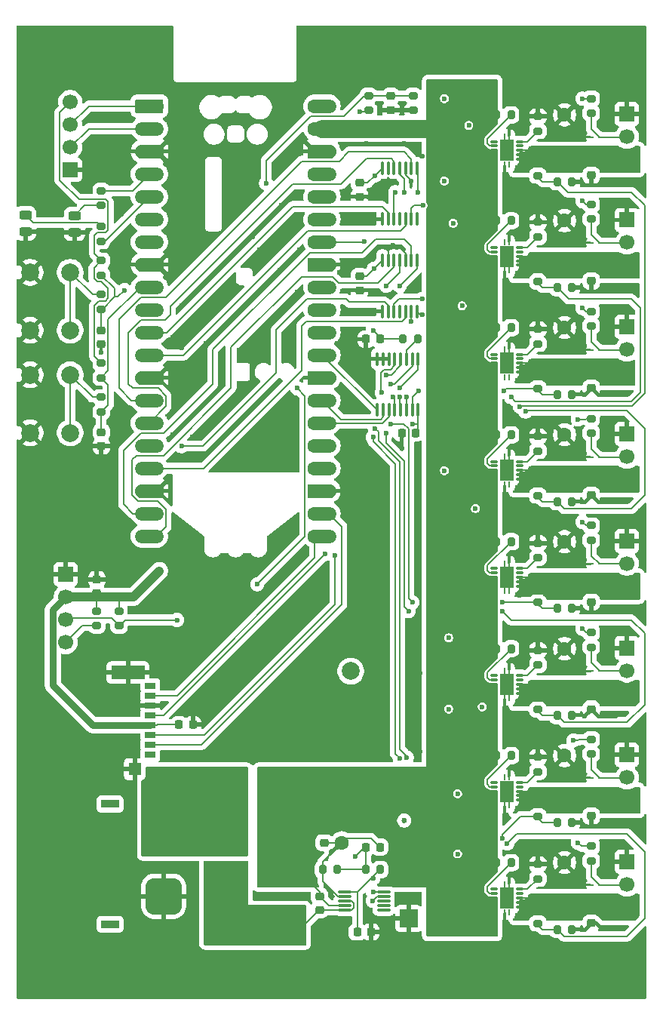
<source format=gbr>
%TF.GenerationSoftware,KiCad,Pcbnew,9.0.4*%
%TF.CreationDate,2025-11-02T13:51:21+01:00*%
%TF.ProjectId,controller,636f6e74-726f-46c6-9c65-722e6b696361,rev?*%
%TF.SameCoordinates,Original*%
%TF.FileFunction,Copper,L1,Top*%
%TF.FilePolarity,Positive*%
%FSLAX46Y46*%
G04 Gerber Fmt 4.6, Leading zero omitted, Abs format (unit mm)*
G04 Created by KiCad (PCBNEW 9.0.4) date 2025-11-02 13:51:21*
%MOMM*%
%LPD*%
G01*
G04 APERTURE LIST*
G04 Aperture macros list*
%AMRoundRect*
0 Rectangle with rounded corners*
0 $1 Rounding radius*
0 $2 $3 $4 $5 $6 $7 $8 $9 X,Y pos of 4 corners*
0 Add a 4 corners polygon primitive as box body*
4,1,4,$2,$3,$4,$5,$6,$7,$8,$9,$2,$3,0*
0 Add four circle primitives for the rounded corners*
1,1,$1+$1,$2,$3*
1,1,$1+$1,$4,$5*
1,1,$1+$1,$6,$7*
1,1,$1+$1,$8,$9*
0 Add four rect primitives between the rounded corners*
20,1,$1+$1,$2,$3,$4,$5,0*
20,1,$1+$1,$4,$5,$6,$7,0*
20,1,$1+$1,$6,$7,$8,$9,0*
20,1,$1+$1,$8,$9,$2,$3,0*%
%AMFreePoly0*
4,1,37,0.800000,0.796148,0.878414,0.796148,1.032228,0.765552,1.177117,0.705537,1.307515,0.618408,1.418408,0.507515,1.505537,0.377117,1.565552,0.232228,1.596148,0.078414,1.596148,-0.078414,1.565552,-0.232228,1.505537,-0.377117,1.418408,-0.507515,1.307515,-0.618408,1.177117,-0.705537,1.032228,-0.765552,0.878414,-0.796148,0.800000,-0.796148,0.800000,-0.800000,-1.400000,-0.800000,
-1.403843,-0.796157,-1.439018,-0.796157,-1.511114,-0.766294,-1.566294,-0.711114,-1.596157,-0.639018,-1.596157,-0.603843,-1.600000,-0.600000,-1.600000,0.600000,-1.596157,0.603843,-1.596157,0.639018,-1.566294,0.711114,-1.511114,0.766294,-1.439018,0.796157,-1.403843,0.796157,-1.400000,0.800000,0.800000,0.800000,0.800000,0.796148,0.800000,0.796148,$1*%
%AMFreePoly1*
4,1,37,1.403843,0.796157,1.439018,0.796157,1.511114,0.766294,1.566294,0.711114,1.596157,0.639018,1.596157,0.603843,1.600000,0.600000,1.600000,-0.600000,1.596157,-0.603843,1.596157,-0.639018,1.566294,-0.711114,1.511114,-0.766294,1.439018,-0.796157,1.403843,-0.796157,1.400000,-0.800000,-0.800000,-0.800000,-0.800000,-0.796148,-0.878414,-0.796148,-1.032228,-0.765552,-1.177117,-0.705537,
-1.307515,-0.618408,-1.418408,-0.507515,-1.505537,-0.377117,-1.565552,-0.232228,-1.596148,-0.078414,-1.596148,0.078414,-1.565552,0.232228,-1.505537,0.377117,-1.418408,0.507515,-1.307515,0.618408,-1.177117,0.705537,-1.032228,0.765552,-0.878414,0.796148,-0.800000,0.796148,-0.800000,0.800000,1.400000,0.800000,1.403843,0.796157,1.403843,0.796157,$1*%
%AMFreePoly2*
4,1,37,0.603843,0.796157,0.639018,0.796157,0.711114,0.766294,0.766294,0.711114,0.796157,0.639018,0.796157,0.603843,0.800000,0.600000,0.800000,-0.600000,0.796157,-0.603843,0.796157,-0.639018,0.766294,-0.711114,0.711114,-0.766294,0.639018,-0.796157,0.603843,-0.796157,0.600000,-0.800000,0.000000,-0.800000,0.000000,-0.796148,-0.078414,-0.796148,-0.232228,-0.765552,-0.377117,-0.705537,
-0.507515,-0.618408,-0.618408,-0.507515,-0.705537,-0.377117,-0.765552,-0.232228,-0.796148,-0.078414,-0.796148,0.078414,-0.765552,0.232228,-0.705537,0.377117,-0.618408,0.507515,-0.507515,0.618408,-0.377117,0.705537,-0.232228,0.765552,-0.078414,0.796148,0.000000,0.796148,0.000000,0.800000,0.600000,0.800000,0.603843,0.796157,0.603843,0.796157,$1*%
%AMFreePoly3*
4,1,37,0.000000,0.796148,0.078414,0.796148,0.232228,0.765552,0.377117,0.705537,0.507515,0.618408,0.618408,0.507515,0.705537,0.377117,0.765552,0.232228,0.796148,0.078414,0.796148,-0.078414,0.765552,-0.232228,0.705537,-0.377117,0.618408,-0.507515,0.507515,-0.618408,0.377117,-0.705537,0.232228,-0.765552,0.078414,-0.796148,0.000000,-0.796148,0.000000,-0.800000,-0.600000,-0.800000,
-0.603843,-0.796157,-0.639018,-0.796157,-0.711114,-0.766294,-0.766294,-0.711114,-0.796157,-0.639018,-0.796157,-0.603843,-0.800000,-0.600000,-0.800000,0.600000,-0.796157,0.603843,-0.796157,0.639018,-0.766294,0.711114,-0.711114,0.766294,-0.639018,0.796157,-0.603843,0.796157,-0.600000,0.800000,0.000000,0.800000,0.000000,0.796148,0.000000,0.796148,$1*%
G04 Aperture macros list end*
%TA.AperFunction,ConnectorPad*%
%ADD10C,5.700000*%
%TD*%
%TA.AperFunction,ComponentPad*%
%ADD11C,3.600000*%
%TD*%
%TA.AperFunction,SMDPad,CuDef*%
%ADD12RoundRect,0.200000X-0.275000X0.200000X-0.275000X-0.200000X0.275000X-0.200000X0.275000X0.200000X0*%
%TD*%
%TA.AperFunction,SMDPad,CuDef*%
%ADD13RoundRect,0.062500X-0.117500X-0.062500X0.117500X-0.062500X0.117500X0.062500X-0.117500X0.062500X0*%
%TD*%
%TA.AperFunction,SMDPad,CuDef*%
%ADD14RoundRect,0.200000X-0.200000X-0.275000X0.200000X-0.275000X0.200000X0.275000X-0.200000X0.275000X0*%
%TD*%
%TA.AperFunction,SMDPad,CuDef*%
%ADD15RoundRect,0.100000X0.100000X-0.637500X0.100000X0.637500X-0.100000X0.637500X-0.100000X-0.637500X0*%
%TD*%
%TA.AperFunction,SMDPad,CuDef*%
%ADD16RoundRect,0.225000X-0.250000X0.225000X-0.250000X-0.225000X0.250000X-0.225000X0.250000X0.225000X0*%
%TD*%
%TA.AperFunction,SMDPad,CuDef*%
%ADD17RoundRect,0.243750X0.456250X-0.243750X0.456250X0.243750X-0.456250X0.243750X-0.456250X-0.243750X0*%
%TD*%
%TA.AperFunction,SMDPad,CuDef*%
%ADD18RoundRect,0.200000X0.275000X-0.200000X0.275000X0.200000X-0.275000X0.200000X-0.275000X-0.200000X0*%
%TD*%
%TA.AperFunction,ComponentPad*%
%ADD19C,2.200000*%
%TD*%
%TA.AperFunction,SMDPad,CuDef*%
%ADD20RoundRect,0.070000X-0.355000X-0.070000X0.355000X-0.070000X0.355000X0.070000X-0.355000X0.070000X0*%
%TD*%
%TA.AperFunction,ComponentPad*%
%ADD21C,0.600000*%
%TD*%
%TA.AperFunction,SMDPad,CuDef*%
%ADD22R,0.280000X0.700000*%
%TD*%
%TA.AperFunction,SMDPad,CuDef*%
%ADD23R,1.650000X2.400000*%
%TD*%
%TA.AperFunction,SMDPad,CuDef*%
%ADD24FreePoly0,0.000000*%
%TD*%
%TA.AperFunction,ComponentPad*%
%ADD25RoundRect,0.200000X-0.600000X-0.600000X0.600000X-0.600000X0.600000X0.600000X-0.600000X0.600000X0*%
%TD*%
%TA.AperFunction,SMDPad,CuDef*%
%ADD26RoundRect,0.800000X-0.800000X-0.000010X0.800000X-0.000010X0.800000X0.000010X-0.800000X0.000010X0*%
%TD*%
%TA.AperFunction,ComponentPad*%
%ADD27C,1.600000*%
%TD*%
%TA.AperFunction,SMDPad,CuDef*%
%ADD28FreePoly1,0.000000*%
%TD*%
%TA.AperFunction,ComponentPad*%
%ADD29FreePoly2,0.000000*%
%TD*%
%TA.AperFunction,ComponentPad*%
%ADD30FreePoly3,0.000000*%
%TD*%
%TA.AperFunction,ComponentPad*%
%ADD31C,2.000000*%
%TD*%
%TA.AperFunction,SMDPad,CuDef*%
%ADD32RoundRect,0.225000X0.225000X0.250000X-0.225000X0.250000X-0.225000X-0.250000X0.225000X-0.250000X0*%
%TD*%
%TA.AperFunction,ComponentPad*%
%ADD33R,1.700000X1.700000*%
%TD*%
%TA.AperFunction,ComponentPad*%
%ADD34C,1.700000*%
%TD*%
%TA.AperFunction,SMDPad,CuDef*%
%ADD35RoundRect,0.225000X0.250000X-0.225000X0.250000X0.225000X-0.250000X0.225000X-0.250000X-0.225000X0*%
%TD*%
%TA.AperFunction,SMDPad,CuDef*%
%ADD36R,1.200000X0.700000*%
%TD*%
%TA.AperFunction,SMDPad,CuDef*%
%ADD37R,3.800000X1.500000*%
%TD*%
%TA.AperFunction,SMDPad,CuDef*%
%ADD38R,1.400000X1.450000*%
%TD*%
%TA.AperFunction,SMDPad,CuDef*%
%ADD39RoundRect,0.100000X-0.100000X0.637500X-0.100000X-0.637500X0.100000X-0.637500X0.100000X0.637500X0*%
%TD*%
%TA.AperFunction,SMDPad,CuDef*%
%ADD40RoundRect,0.225000X-0.225000X-0.250000X0.225000X-0.250000X0.225000X0.250000X-0.225000X0.250000X0*%
%TD*%
%TA.AperFunction,ComponentPad*%
%ADD41R,2.000000X2.000000*%
%TD*%
%TA.AperFunction,SMDPad,CuDef*%
%ADD42RoundRect,0.200000X0.200000X0.275000X-0.200000X0.275000X-0.200000X-0.275000X0.200000X-0.275000X0*%
%TD*%
%TA.AperFunction,ComponentPad*%
%ADD43R,2.000000X0.900000*%
%TD*%
%TA.AperFunction,ComponentPad*%
%ADD44RoundRect,1.025000X1.025000X-1.025000X1.025000X1.025000X-1.025000X1.025000X-1.025000X-1.025000X0*%
%TD*%
%TA.AperFunction,ComponentPad*%
%ADD45C,4.100000*%
%TD*%
%TA.AperFunction,SMDPad,CuDef*%
%ADD46RoundRect,0.250000X1.425000X-0.362500X1.425000X0.362500X-1.425000X0.362500X-1.425000X-0.362500X0*%
%TD*%
%TA.AperFunction,SMDPad,CuDef*%
%ADD47RoundRect,0.075000X0.650000X0.075000X-0.650000X0.075000X-0.650000X-0.075000X0.650000X-0.075000X0*%
%TD*%
%TA.AperFunction,ViaPad*%
%ADD48C,0.600000*%
%TD*%
%TA.AperFunction,Conductor*%
%ADD49C,0.200000*%
%TD*%
%TA.AperFunction,Conductor*%
%ADD50C,0.400000*%
%TD*%
%TA.AperFunction,Conductor*%
%ADD51C,2.000000*%
%TD*%
%TA.AperFunction,Conductor*%
%ADD52C,1.000000*%
%TD*%
%TA.AperFunction,Conductor*%
%ADD53C,0.800000*%
%TD*%
G04 APERTURE END LIST*
D10*
%TO.P,H1,1,1*%
%TO.N,GND*%
X102800000Y-135400000D03*
D11*
X102800000Y-135400000D03*
%TD*%
D10*
%TO.P,H4,1,1*%
%TO.N,GND*%
X102800000Y-32400000D03*
D11*
X102800000Y-32400000D03*
%TD*%
%TO.P,H3,1,1*%
%TO.N,GND*%
X38800000Y-32400000D03*
D10*
X38800000Y-32400000D03*
%TD*%
D11*
%TO.P,H2,1,1*%
%TO.N,GND*%
X38800000Y-135400000D03*
D10*
X38800000Y-135400000D03*
%TD*%
D12*
%TO.P,R32,1*%
%TO.N,+3.3V*%
X45000000Y-55675000D03*
%TO.P,R32,2*%
%TO.N,/BTN_1*%
X45000000Y-57325000D03*
%TD*%
D13*
%TO.P,D2,1,K*%
%TO.N,Net-(D2-K)*%
X100920000Y-65700000D03*
%TO.P,D2,2,A*%
%TO.N,GND*%
X100080000Y-65700000D03*
%TD*%
D12*
%TO.P,R29,1*%
%TO.N,+3.3V*%
X45000000Y-67175000D03*
%TO.P,R29,2*%
%TO.N,/BTN_0*%
X45000000Y-68825000D03*
%TD*%
D14*
%TO.P,R6,1*%
%TO.N,+5V*%
X89350000Y-63200000D03*
%TO.P,R6,2*%
%TO.N,Net-(U4-EN{slash}UVLO)*%
X91000000Y-63200000D03*
%TD*%
D15*
%TO.P,U1,1*%
%TO.N,GND*%
X76550000Y-51019870D03*
%TO.P,U1,2*%
%TO.N,/CTRL_0*%
X77200000Y-51019870D03*
%TO.P,U1,3*%
%TO.N,/Channel/DIN*%
X77850000Y-51019870D03*
%TO.P,U1,4*%
%TO.N,GND*%
X78500000Y-51019870D03*
%TO.P,U1,5*%
%TO.N,/CTRL_1*%
X79150000Y-51019870D03*
%TO.P,U1,6*%
%TO.N,/Channel1/DIN*%
X79800000Y-51019870D03*
%TO.P,U1,7,GND*%
%TO.N,GND*%
X80450000Y-51019870D03*
%TO.P,U1,8*%
%TO.N,/Channel2/DIN*%
X80450000Y-45294870D03*
%TO.P,U1,9*%
%TO.N,/CTRL_2*%
X79800000Y-45294870D03*
%TO.P,U1,10*%
%TO.N,GND*%
X79150000Y-45294870D03*
%TO.P,U1,11*%
%TO.N,/Channel3/DIN*%
X78500000Y-45294870D03*
%TO.P,U1,12*%
%TO.N,/CTRL_3*%
X77850000Y-45294870D03*
%TO.P,U1,13*%
%TO.N,GND*%
X77200000Y-45294870D03*
%TO.P,U1,14,VCC*%
%TO.N,+5V*%
X76550000Y-45294870D03*
%TD*%
D14*
%TO.P,R44,1*%
%TO.N,/FB_7*%
X96175000Y-130720000D03*
%TO.P,R44,2*%
%TO.N,GND*%
X97825000Y-130720000D03*
%TD*%
D13*
%TO.P,D3,1,K*%
%TO.N,Net-(D3-K)*%
X100920000Y-77720000D03*
%TO.P,D3,2,A*%
%TO.N,GND*%
X100080000Y-77720000D03*
%TD*%
D16*
%TO.P,C19,1*%
%TO.N,+5V*%
X74000000Y-57450000D03*
%TO.P,C19,2*%
%TO.N,GND*%
X74000000Y-59000000D03*
%TD*%
D14*
%TO.P,R39,1*%
%TO.N,/FB_6*%
X96175000Y-118720000D03*
%TO.P,R39,2*%
%TO.N,GND*%
X97825000Y-118720000D03*
%TD*%
D16*
%TO.P,C31,1*%
%TO.N,/Channel/LED_SUPPLY*%
X100000000Y-44550000D03*
%TO.P,C31,2*%
%TO.N,GND*%
X100000000Y-46100000D03*
%TD*%
D17*
%TO.P,D10,1,K*%
%TO.N,GND*%
X36500000Y-52437500D03*
%TO.P,D10,2,A*%
%TO.N,Net-(D10-A)*%
X36500000Y-50562500D03*
%TD*%
D14*
%TO.P,R19,1*%
%TO.N,/FB_4*%
X96175000Y-94720000D03*
%TO.P,R19,2*%
%TO.N,GND*%
X97825000Y-94720000D03*
%TD*%
D18*
%TO.P,R37,1*%
%TO.N,Net-(U8-ILIM)*%
X94000000Y-113045000D03*
%TO.P,R37,2*%
%TO.N,GND*%
X94000000Y-111395000D03*
%TD*%
D16*
%TO.P,C7,1*%
%TO.N,/Channel4/LED_SUPPLY*%
X100000000Y-92445000D03*
%TO.P,C7,2*%
%TO.N,GND*%
X100000000Y-93995000D03*
%TD*%
D12*
%TO.P,R10,1*%
%TO.N,/Channel2/DIN*%
X100000000Y-61375000D03*
%TO.P,R10,2*%
%TO.N,Net-(D2-K)*%
X100000000Y-63025000D03*
%TD*%
D19*
%TO.P,F1,1*%
%TO.N,/PWR_IN*%
X60000000Y-114300000D03*
%TO.P,F1,2*%
%TO.N,/PWR_PRE_SHUNT*%
X58800000Y-124500000D03*
%TD*%
D18*
%TO.P,R26,1*%
%TO.N,/LED_1*%
X45000000Y-53500000D03*
%TO.P,R26,2*%
%TO.N,Net-(D10-A)*%
X45000000Y-51850000D03*
%TD*%
D13*
%TO.P,D4,1,K*%
%TO.N,Net-(D4-K)*%
X100920000Y-89720000D03*
%TO.P,D4,2,A*%
%TO.N,GND*%
X100080000Y-89720000D03*
%TD*%
D12*
%TO.P,R3,1*%
%TO.N,/Channel1/LED_SUPPLY*%
X94000000Y-56375000D03*
%TO.P,R3,2*%
%TO.N,/FB_1*%
X94000000Y-58025000D03*
%TD*%
D20*
%TO.P,U8,1,dV/dT*%
%TO.N,unconnected-(U8-dV{slash}dT-Pad1)*%
X89050000Y-114220000D03*
%TO.P,U8,2,EN/UVLO*%
%TO.N,Net-(U8-EN{slash}UVLO)*%
X89050000Y-114720000D03*
%TO.P,U8,3,VIN*%
%TO.N,+5V*%
X89050000Y-115220000D03*
%TO.P,U8,4,VIN*%
X89050000Y-115720000D03*
%TO.P,U8,5,VIN*%
X89050000Y-116220000D03*
%TO.P,U8,6,OUT*%
%TO.N,/Channel6/LED_SUPPLY*%
X92000000Y-116220000D03*
%TO.P,U8,7,OUT*%
X92000000Y-115720000D03*
%TO.P,U8,8,OUT*%
X92000000Y-115220000D03*
%TO.P,U8,9,NC*%
%TO.N,unconnected-(U8-NC-Pad9)*%
X92000000Y-114720000D03*
%TO.P,U8,10,ILIM*%
%TO.N,Net-(U8-ILIM)*%
X92000000Y-114220000D03*
D21*
%TO.P,U8,11,GND*%
%TO.N,GND*%
X90045000Y-114360000D03*
X90045000Y-116080000D03*
D22*
X90275000Y-113670000D03*
X90275000Y-116770000D03*
D21*
X90525000Y-115220000D03*
D23*
X90525000Y-115220000D03*
D22*
X90775000Y-113670000D03*
X90775000Y-116770000D03*
D21*
X91005000Y-114360000D03*
X91005000Y-116080000D03*
%TD*%
D14*
%TO.P,R54,1*%
%TO.N,+5V*%
X89350000Y-39325000D03*
%TO.P,R54,2*%
%TO.N,Net-(U13-EN{slash}UVLO)*%
X91000000Y-39325000D03*
%TD*%
%TO.P,R11,1*%
%TO.N,+5V*%
X89350000Y-75220000D03*
%TO.P,R11,2*%
%TO.N,Net-(U5-EN{slash}UVLO)*%
X91000000Y-75220000D03*
%TD*%
D24*
%TO.P,A1,1,GPIO0*%
%TO.N,/UART0_TX*%
X50385000Y-38340000D03*
D25*
X51185000Y-38340000D03*
D26*
%TO.P,A1,2,GPIO1*%
%TO.N,/UART0_RX*%
X50385000Y-40880000D03*
D27*
X51185000Y-40880000D03*
D28*
%TO.P,A1,3,GND*%
%TO.N,GND*%
X50385000Y-43420000D03*
D29*
X51185000Y-43420000D03*
D26*
%TO.P,A1,4,GPIO2*%
%TO.N,/LED_0*%
X50385000Y-45960000D03*
D27*
X51185000Y-45960000D03*
D26*
%TO.P,A1,5,GPIO3*%
%TO.N,/LED_1*%
X50385000Y-48500000D03*
D27*
X51185000Y-48500000D03*
D26*
%TO.P,A1,6,GPIO4*%
%TO.N,/SDA*%
X50385000Y-51040000D03*
D27*
X51185000Y-51040000D03*
D26*
%TO.P,A1,7,GPIO5*%
%TO.N,/SCL*%
X50385000Y-53580000D03*
D27*
X51185000Y-53580000D03*
D28*
%TO.P,A1,8,GND*%
%TO.N,GND*%
X50385000Y-56120000D03*
D29*
X51185000Y-56120000D03*
D26*
%TO.P,A1,9,GPIO6*%
%TO.N,/BTN_0*%
X50385000Y-58660000D03*
D27*
X51185000Y-58660000D03*
D26*
%TO.P,A1,10,GPIO7*%
%TO.N,/BTN_1*%
X50385000Y-61200000D03*
D27*
X51185000Y-61200000D03*
D26*
%TO.P,A1,11,GPIO8*%
%TO.N,/CTRL_0*%
X50385000Y-63740000D03*
D27*
X51185000Y-63740000D03*
D26*
%TO.P,A1,12,GPIO9*%
%TO.N,/CTRL_1*%
X50385000Y-66280000D03*
D27*
X51185000Y-66280000D03*
D28*
%TO.P,A1,13,GND*%
%TO.N,GND*%
X50385000Y-68820000D03*
D29*
X51185000Y-68820000D03*
D26*
%TO.P,A1,14,GPIO10*%
%TO.N,/CTRL_2*%
X50385000Y-71360000D03*
D27*
X51185000Y-71360000D03*
D26*
%TO.P,A1,15,GPIO11*%
%TO.N,/CTRL_3*%
X50385000Y-73900000D03*
D27*
X51185000Y-73900000D03*
D26*
%TO.P,A1,16,GPIO12*%
%TO.N,/CTRL_4*%
X50385000Y-76440000D03*
D27*
X51185000Y-76440000D03*
D26*
%TO.P,A1,17,GPIO13*%
%TO.N,/CTRL_5*%
X50385000Y-78980000D03*
D27*
X51185000Y-78980000D03*
D28*
%TO.P,A1,18,GND*%
%TO.N,GND*%
X50385000Y-81520000D03*
D29*
X51185000Y-81520000D03*
D26*
%TO.P,A1,19,GPIO14*%
%TO.N,/CTRL_6*%
X50385000Y-84060000D03*
D27*
X51185000Y-84060000D03*
D26*
%TO.P,A1,20,GPIO15*%
%TO.N,/CTRL_7*%
X50385000Y-86600000D03*
D27*
X51185000Y-86600000D03*
%TO.P,A1,21,GPIO16*%
%TO.N,/SD_DO*%
X68965000Y-86600000D03*
D26*
X69765000Y-86600000D03*
D27*
%TO.P,A1,22,GPIO17*%
%TO.N,/SD_CS*%
X68965000Y-84060000D03*
D26*
X69765000Y-84060000D03*
D30*
%TO.P,A1,23,GND*%
%TO.N,GND*%
X68965000Y-81520000D03*
D24*
X69765000Y-81520000D03*
D27*
%TO.P,A1,24,GPIO18*%
%TO.N,/SD_CLK*%
X68965000Y-78980000D03*
D26*
X69765000Y-78980000D03*
D27*
%TO.P,A1,25,GPIO19*%
%TO.N,/SD_DI*%
X68965000Y-76440000D03*
D26*
X69765000Y-76440000D03*
D27*
%TO.P,A1,26,GPIO20*%
%TO.N,/FB_S0*%
X68965000Y-73900000D03*
D26*
X69765000Y-73900000D03*
D27*
%TO.P,A1,27,GPIO21*%
%TO.N,/FB_S1*%
X68965000Y-71360000D03*
D26*
X69765000Y-71360000D03*
D30*
%TO.P,A1,28,GND*%
%TO.N,GND*%
X68965000Y-68820000D03*
D24*
X69765000Y-68820000D03*
D27*
%TO.P,A1,29,GPIO22*%
%TO.N,/FB_S2*%
X68965000Y-66280000D03*
D26*
X69765000Y-66280000D03*
D27*
%TO.P,A1,30,RUN*%
%TO.N,unconnected-(A1-RUN-Pad30)*%
X68965000Y-63740000D03*
D26*
%TO.N,unconnected-(A1-RUN-Pad30)_1*%
X69765000Y-63740000D03*
D27*
%TO.P,A1,31,GPIO26_ADC0*%
%TO.N,/NTC_0*%
X68965000Y-61200000D03*
D26*
X69765000Y-61200000D03*
D27*
%TO.P,A1,32,GPIO27_ADC1*%
%TO.N,/NTC_1*%
X68965000Y-58660000D03*
D26*
X69765000Y-58660000D03*
D30*
%TO.P,A1,33,AGND*%
%TO.N,GND*%
X68965000Y-56120000D03*
D24*
X69765000Y-56120000D03*
D27*
%TO.P,A1,34,GPIO28_ADC2*%
%TO.N,/FB_M*%
X68965000Y-53580000D03*
D26*
X69765000Y-53580000D03*
D27*
%TO.P,A1,35,ADC_VREF*%
%TO.N,unconnected-(A1-ADC_VREF-Pad35)_1*%
X68965000Y-51040000D03*
D26*
%TO.N,unconnected-(A1-ADC_VREF-Pad35)*%
X69765000Y-51040000D03*
D27*
%TO.P,A1,36,3V3*%
%TO.N,+3.3V*%
X68965000Y-48500000D03*
D26*
X69765000Y-48500000D03*
D27*
%TO.P,A1,37,3V3_EN*%
%TO.N,unconnected-(A1-3V3_EN-Pad37)*%
X68965000Y-45960000D03*
D26*
%TO.N,unconnected-(A1-3V3_EN-Pad37)_1*%
X69765000Y-45960000D03*
D30*
%TO.P,A1,38,GND*%
%TO.N,GND*%
X68965000Y-43420000D03*
D24*
X69765000Y-43420000D03*
D27*
%TO.P,A1,39,VSYS*%
%TO.N,+5V*%
X68965000Y-40880000D03*
D26*
X69765000Y-40880000D03*
D27*
%TO.P,A1,40,VBUS*%
%TO.N,unconnected-(A1-VBUS-Pad40)_1*%
X68965000Y-38340000D03*
D26*
%TO.N,unconnected-(A1-VBUS-Pad40)*%
X69765000Y-38340000D03*
%TD*%
D31*
%TO.P,SW1,1,1*%
%TO.N,GND*%
X37000000Y-75000000D03*
X37000000Y-68500000D03*
%TO.P,SW1,2,2*%
%TO.N,Net-(R30-Pad2)*%
X41500000Y-75000000D03*
X41500000Y-68500000D03*
%TD*%
D18*
%TO.P,R30,1*%
%TO.N,/BTN_0*%
X45000000Y-72650000D03*
%TO.P,R30,2*%
%TO.N,Net-(R30-Pad2)*%
X45000000Y-71000000D03*
%TD*%
D32*
%TO.P,C27,1*%
%TO.N,/FB_M*%
X76275000Y-64500000D03*
%TO.P,C27,2*%
%TO.N,GND*%
X74725000Y-64500000D03*
%TD*%
D20*
%TO.P,U5,1,dV/dT*%
%TO.N,unconnected-(U5-dV{slash}dT-Pad1)*%
X89050000Y-78220000D03*
%TO.P,U5,2,EN/UVLO*%
%TO.N,Net-(U5-EN{slash}UVLO)*%
X89050000Y-78720000D03*
%TO.P,U5,3,VIN*%
%TO.N,+5V*%
X89050000Y-79220000D03*
%TO.P,U5,4,VIN*%
X89050000Y-79720000D03*
%TO.P,U5,5,VIN*%
X89050000Y-80220000D03*
%TO.P,U5,6,OUT*%
%TO.N,/Channel3/LED_SUPPLY*%
X92000000Y-80220000D03*
%TO.P,U5,7,OUT*%
X92000000Y-79720000D03*
%TO.P,U5,8,OUT*%
X92000000Y-79220000D03*
%TO.P,U5,9,NC*%
%TO.N,unconnected-(U5-NC-Pad9)*%
X92000000Y-78720000D03*
%TO.P,U5,10,ILIM*%
%TO.N,Net-(U5-ILIM)*%
X92000000Y-78220000D03*
D21*
%TO.P,U5,11,GND*%
%TO.N,GND*%
X90045000Y-78360000D03*
X90045000Y-80080000D03*
D22*
X90275000Y-77670000D03*
X90275000Y-80770000D03*
D21*
X90525000Y-79220000D03*
D23*
X90525000Y-79220000D03*
D22*
X90775000Y-77670000D03*
X90775000Y-80770000D03*
D21*
X91005000Y-78360000D03*
X91005000Y-80080000D03*
%TD*%
D16*
%TO.P,C13,1*%
%TO.N,/Channel7/LED_SUPPLY*%
X100000000Y-128445000D03*
%TO.P,C13,2*%
%TO.N,GND*%
X100000000Y-129995000D03*
%TD*%
D33*
%TO.P,J3,1,Pin_1*%
%TO.N,GND*%
X104000000Y-63120000D03*
D34*
%TO.P,J3,2,Pin_2*%
%TO.N,Net-(D2-K)*%
X104000000Y-65660000D03*
%TO.P,J3,3,Pin_3*%
%TO.N,/Channel2/LED_SUPPLY*%
X104000000Y-68200000D03*
%TD*%
D12*
%TO.P,R35,1*%
%TO.N,/Channel5/DIN*%
X100000000Y-97395000D03*
%TO.P,R35,2*%
%TO.N,Net-(D5-K)*%
X100000000Y-99045000D03*
%TD*%
D18*
%TO.P,R12,1*%
%TO.N,Net-(U5-ILIM)*%
X94000000Y-77045000D03*
%TO.P,R12,2*%
%TO.N,GND*%
X94000000Y-75395000D03*
%TD*%
D12*
%TO.P,R38,1*%
%TO.N,/Channel6/LED_SUPPLY*%
X94000000Y-116395000D03*
%TO.P,R38,2*%
%TO.N,/FB_6*%
X94000000Y-118045000D03*
%TD*%
D20*
%TO.P,U13,1,dV/dT*%
%TO.N,unconnected-(U13-dV{slash}dT-Pad1)*%
X89050000Y-42325000D03*
%TO.P,U13,2,EN/UVLO*%
%TO.N,Net-(U13-EN{slash}UVLO)*%
X89050000Y-42825000D03*
%TO.P,U13,3,VIN*%
%TO.N,+5V*%
X89050000Y-43325000D03*
%TO.P,U13,4,VIN*%
X89050000Y-43825000D03*
%TO.P,U13,5,VIN*%
X89050000Y-44325000D03*
%TO.P,U13,6,OUT*%
%TO.N,/Channel/LED_SUPPLY*%
X92000000Y-44325000D03*
%TO.P,U13,7,OUT*%
X92000000Y-43825000D03*
%TO.P,U13,8,OUT*%
X92000000Y-43325000D03*
%TO.P,U13,9,NC*%
%TO.N,unconnected-(U13-NC-Pad9)*%
X92000000Y-42825000D03*
%TO.P,U13,10,ILIM*%
%TO.N,Net-(U13-ILIM)*%
X92000000Y-42325000D03*
D21*
%TO.P,U13,11,GND*%
%TO.N,GND*%
X90045000Y-42465000D03*
X90045000Y-44185000D03*
D22*
X90275000Y-41775000D03*
X90275000Y-44875000D03*
D21*
X90525000Y-43325000D03*
D23*
X90525000Y-43325000D03*
D22*
X90775000Y-41775000D03*
X90775000Y-44875000D03*
D21*
X91005000Y-42465000D03*
X91005000Y-44185000D03*
%TD*%
D12*
%TO.P,R18,1*%
%TO.N,/Channel4/LED_SUPPLY*%
X94000000Y-92395000D03*
%TO.P,R18,2*%
%TO.N,/FB_4*%
X94000000Y-94045000D03*
%TD*%
D35*
%TO.P,C26,1*%
%TO.N,/PWR_PRE_SHUNT*%
X69500000Y-128537500D03*
%TO.P,C26,2*%
%TO.N,+5V*%
X69500000Y-126987500D03*
%TD*%
D12*
%TO.P,R28,1*%
%TO.N,+3.3V*%
X47000000Y-95000000D03*
%TO.P,R28,2*%
%TO.N,/SCL*%
X47000000Y-96650000D03*
%TD*%
%TO.P,R25,1*%
%TO.N,/LED_0*%
X45000000Y-47850000D03*
%TO.P,R25,2*%
%TO.N,Net-(D9-A)*%
X45000000Y-49500000D03*
%TD*%
D16*
%TO.P,C5,1*%
%TO.N,/Channel3/LED_SUPPLY*%
X100000000Y-80445000D03*
%TO.P,C5,2*%
%TO.N,GND*%
X100000000Y-81995000D03*
%TD*%
D33*
%TO.P,J13,1,Pin_1*%
%TO.N,GND*%
X104000000Y-39245000D03*
D34*
%TO.P,J13,2,Pin_2*%
%TO.N,Net-(D11-K)*%
X104000000Y-41785000D03*
%TO.P,J13,3,Pin_3*%
%TO.N,/Channel/LED_SUPPLY*%
X104000000Y-44325000D03*
%TD*%
D14*
%TO.P,R41,1*%
%TO.N,+5V*%
X89350000Y-123220000D03*
%TO.P,R41,2*%
%TO.N,Net-(U9-EN{slash}UVLO)*%
X91000000Y-123220000D03*
%TD*%
D12*
%TO.P,R40,1*%
%TO.N,/Channel6/DIN*%
X100000000Y-109395000D03*
%TO.P,R40,2*%
%TO.N,Net-(D6-K)*%
X100000000Y-111045000D03*
%TD*%
D18*
%TO.P,R42,1*%
%TO.N,Net-(U9-ILIM)*%
X94000000Y-125045000D03*
%TO.P,R42,2*%
%TO.N,GND*%
X94000000Y-123395000D03*
%TD*%
D36*
%TO.P,J11,1,DAT2*%
%TO.N,unconnected-(J11-DAT2-Pad1)*%
X50500000Y-111090000D03*
%TO.P,J11,2,DAT3/CD*%
%TO.N,/SD_CS*%
X50500000Y-109990000D03*
%TO.P,J11,3,CMD*%
%TO.N,/SD_DI*%
X50500000Y-108900000D03*
%TO.P,J11,4,VDD*%
%TO.N,+3.3V*%
X50500000Y-107800000D03*
%TO.P,J11,5,CLK*%
%TO.N,/SD_CLK*%
X50500000Y-106690000D03*
%TO.P,J11,6,VSS*%
%TO.N,GND*%
X50500000Y-105590000D03*
%TO.P,J11,7,DAT0*%
%TO.N,/SD_DO*%
X50500000Y-104500000D03*
%TO.P,J11,8,DAT1*%
%TO.N,unconnected-(J11-DAT1-Pad8)*%
X50500000Y-103390000D03*
D37*
%TO.P,J11,9,SHIELD*%
%TO.N,GND*%
X48000000Y-101900000D03*
D38*
%TO.P,J11,10,SHIELD*%
X48750000Y-112740000D03*
%TD*%
D39*
%TO.P,U12,1,A4*%
%TO.N,/FB_4*%
X80550000Y-66725000D03*
%TO.P,U12,2,A6*%
%TO.N,/FB_6*%
X79900000Y-66725000D03*
%TO.P,U12,3,A*%
%TO.N,Net-(U12-A)*%
X79250000Y-66725000D03*
%TO.P,U12,4,A7*%
%TO.N,/FB_7*%
X78600000Y-66725000D03*
%TO.P,U12,5,A5*%
%TO.N,/FB_5*%
X77950000Y-66725000D03*
%TO.P,U12,6,~{E}*%
%TO.N,GND*%
X77300000Y-66725000D03*
%TO.P,U12,7,VEE*%
X76650000Y-66725000D03*
%TO.P,U12,8,GND*%
X76000000Y-66725000D03*
%TO.P,U12,9,S2*%
%TO.N,/FB_S2*%
X76000000Y-72450000D03*
%TO.P,U12,10,S1*%
%TO.N,/FB_S1*%
X76650000Y-72450000D03*
%TO.P,U12,11,S0*%
%TO.N,/FB_S0*%
X77300000Y-72450000D03*
%TO.P,U12,12,A3*%
%TO.N,/FB_3*%
X77950000Y-72450000D03*
%TO.P,U12,13,A0*%
%TO.N,/FB_0*%
X78600000Y-72450000D03*
%TO.P,U12,14,A1*%
%TO.N,/FB_1*%
X79250000Y-72450000D03*
%TO.P,U12,15,A2*%
%TO.N,/FB_2*%
X79900000Y-72450000D03*
%TO.P,U12,16,VCC*%
%TO.N,+3.3V*%
X80550000Y-72450000D03*
%TD*%
D16*
%TO.P,C9,1*%
%TO.N,/Channel5/LED_SUPPLY*%
X100000000Y-104445000D03*
%TO.P,C9,2*%
%TO.N,GND*%
X100000000Y-105995000D03*
%TD*%
D14*
%TO.P,R21,1*%
%TO.N,+5V*%
X89350000Y-99220000D03*
%TO.P,R21,2*%
%TO.N,Net-(U7-EN{slash}UVLO)*%
X91000000Y-99220000D03*
%TD*%
D12*
%TO.P,R43,1*%
%TO.N,/Channel7/LED_SUPPLY*%
X94000000Y-128395000D03*
%TO.P,R43,2*%
%TO.N,/FB_7*%
X94000000Y-130045000D03*
%TD*%
%TO.P,R23,1*%
%TO.N,/Channel5/LED_SUPPLY*%
X94000000Y-104395000D03*
%TO.P,R23,2*%
%TO.N,/FB_5*%
X94000000Y-106045000D03*
%TD*%
%TO.P,R53,1*%
%TO.N,/Channel/DIN*%
X100000000Y-37500000D03*
%TO.P,R53,2*%
%TO.N,Net-(D11-K)*%
X100000000Y-39150000D03*
%TD*%
D18*
%TO.P,R17,1*%
%TO.N,Net-(U6-ILIM)*%
X94000000Y-89045000D03*
%TO.P,R17,2*%
%TO.N,GND*%
X94000000Y-87395000D03*
%TD*%
D16*
%TO.P,C24,1*%
%TO.N,+5V*%
X70000000Y-119450000D03*
%TO.P,C24,2*%
%TO.N,GND*%
X70000000Y-121000000D03*
%TD*%
D18*
%TO.P,R52,1*%
%TO.N,+3.3V*%
X75000000Y-38825000D03*
%TO.P,R52,2*%
%TO.N,/NTC_1*%
X75000000Y-37175000D03*
%TD*%
D15*
%TO.P,U2,1*%
%TO.N,GND*%
X76550000Y-61382370D03*
%TO.P,U2,2*%
%TO.N,/CTRL_4*%
X77200000Y-61382370D03*
%TO.P,U2,3*%
%TO.N,/Channel4/DIN*%
X77850000Y-61382370D03*
%TO.P,U2,4*%
%TO.N,GND*%
X78500000Y-61382370D03*
%TO.P,U2,5*%
%TO.N,/CTRL_5*%
X79150000Y-61382370D03*
%TO.P,U2,6*%
%TO.N,/Channel5/DIN*%
X79800000Y-61382370D03*
%TO.P,U2,7,GND*%
%TO.N,GND*%
X80450000Y-61382370D03*
%TO.P,U2,8*%
%TO.N,/Channel6/DIN*%
X80450000Y-55657370D03*
%TO.P,U2,9*%
%TO.N,/CTRL_6*%
X79800000Y-55657370D03*
%TO.P,U2,10*%
%TO.N,GND*%
X79150000Y-55657370D03*
%TO.P,U2,11*%
%TO.N,/Channel7/DIN*%
X78500000Y-55657370D03*
%TO.P,U2,12*%
%TO.N,/CTRL_7*%
X77850000Y-55657370D03*
%TO.P,U2,13*%
%TO.N,GND*%
X77200000Y-55657370D03*
%TO.P,U2,14,VCC*%
%TO.N,+5V*%
X76550000Y-55657370D03*
%TD*%
D14*
%TO.P,R9,1*%
%TO.N,/FB_2*%
X96175000Y-70700000D03*
%TO.P,R9,2*%
%TO.N,GND*%
X97825000Y-70700000D03*
%TD*%
D40*
%TO.P,C22,1*%
%TO.N,/NTC_0*%
X74725000Y-121500000D03*
%TO.P,C22,2*%
%TO.N,GND*%
X76275000Y-121500000D03*
%TD*%
D33*
%TO.P,J7,1,Pin_1*%
%TO.N,GND*%
X104000000Y-111140000D03*
D34*
%TO.P,J7,2,Pin_2*%
%TO.N,Net-(D6-K)*%
X104000000Y-113680000D03*
%TO.P,J7,3,Pin_3*%
%TO.N,/Channel6/LED_SUPPLY*%
X104000000Y-116220000D03*
%TD*%
D20*
%TO.P,U4,1,dV/dT*%
%TO.N,unconnected-(U4-dV{slash}dT-Pad1)*%
X89050000Y-66200000D03*
%TO.P,U4,2,EN/UVLO*%
%TO.N,Net-(U4-EN{slash}UVLO)*%
X89050000Y-66700000D03*
%TO.P,U4,3,VIN*%
%TO.N,+5V*%
X89050000Y-67200000D03*
%TO.P,U4,4,VIN*%
X89050000Y-67700000D03*
%TO.P,U4,5,VIN*%
X89050000Y-68200000D03*
%TO.P,U4,6,OUT*%
%TO.N,/Channel2/LED_SUPPLY*%
X92000000Y-68200000D03*
%TO.P,U4,7,OUT*%
X92000000Y-67700000D03*
%TO.P,U4,8,OUT*%
X92000000Y-67200000D03*
%TO.P,U4,9,NC*%
%TO.N,unconnected-(U4-NC-Pad9)*%
X92000000Y-66700000D03*
%TO.P,U4,10,ILIM*%
%TO.N,Net-(U4-ILIM)*%
X92000000Y-66200000D03*
D21*
%TO.P,U4,11,GND*%
%TO.N,GND*%
X90045000Y-66340000D03*
X90045000Y-68060000D03*
D22*
X90275000Y-65650000D03*
X90275000Y-68750000D03*
D21*
X90525000Y-67200000D03*
D23*
X90525000Y-67200000D03*
D22*
X90775000Y-65650000D03*
X90775000Y-68750000D03*
D21*
X91005000Y-66340000D03*
X91005000Y-68060000D03*
%TD*%
D16*
%TO.P,C28,1*%
%TO.N,/NTC_1*%
X77500000Y-37225000D03*
%TO.P,C28,2*%
%TO.N,GND*%
X77500000Y-38775000D03*
%TD*%
D14*
%TO.P,R16,1*%
%TO.N,+5V*%
X89350000Y-87220000D03*
%TO.P,R16,2*%
%TO.N,Net-(U6-EN{slash}UVLO)*%
X91000000Y-87220000D03*
%TD*%
D20*
%TO.P,U9,1,dV/dT*%
%TO.N,unconnected-(U9-dV{slash}dT-Pad1)*%
X89050000Y-126220000D03*
%TO.P,U9,2,EN/UVLO*%
%TO.N,Net-(U9-EN{slash}UVLO)*%
X89050000Y-126720000D03*
%TO.P,U9,3,VIN*%
%TO.N,+5V*%
X89050000Y-127220000D03*
%TO.P,U9,4,VIN*%
X89050000Y-127720000D03*
%TO.P,U9,5,VIN*%
X89050000Y-128220000D03*
%TO.P,U9,6,OUT*%
%TO.N,/Channel7/LED_SUPPLY*%
X92000000Y-128220000D03*
%TO.P,U9,7,OUT*%
X92000000Y-127720000D03*
%TO.P,U9,8,OUT*%
X92000000Y-127220000D03*
%TO.P,U9,9,NC*%
%TO.N,unconnected-(U9-NC-Pad9)*%
X92000000Y-126720000D03*
%TO.P,U9,10,ILIM*%
%TO.N,Net-(U9-ILIM)*%
X92000000Y-126220000D03*
D21*
%TO.P,U9,11,GND*%
%TO.N,GND*%
X90045000Y-126360000D03*
X90045000Y-128080000D03*
D22*
X90275000Y-125670000D03*
X90275000Y-128770000D03*
D21*
X90525000Y-127220000D03*
D23*
X90525000Y-127220000D03*
D22*
X90775000Y-125670000D03*
X90775000Y-128770000D03*
D21*
X91005000Y-126360000D03*
X91005000Y-128080000D03*
%TD*%
D13*
%TO.P,D5,1,K*%
%TO.N,Net-(D5-K)*%
X100920000Y-101720000D03*
%TO.P,D5,2,A*%
%TO.N,GND*%
X100080000Y-101720000D03*
%TD*%
D18*
%TO.P,R2,1*%
%TO.N,Net-(U3-ILIM)*%
X94000000Y-53025000D03*
%TO.P,R2,2*%
%TO.N,GND*%
X94000000Y-51375000D03*
%TD*%
D13*
%TO.P,D7,1,K*%
%TO.N,Net-(D7-K)*%
X100920000Y-125720000D03*
%TO.P,D7,2,A*%
%TO.N,GND*%
X100080000Y-125720000D03*
%TD*%
%TO.P,D1,1,K*%
%TO.N,Net-(D1-K)*%
X100920000Y-53700000D03*
%TO.P,D1,2,A*%
%TO.N,GND*%
X100080000Y-53700000D03*
%TD*%
D41*
%TO.P,TP1,1,1*%
%TO.N,GND*%
X79500000Y-129500000D03*
%TD*%
D20*
%TO.P,U3,1,dV/dT*%
%TO.N,unconnected-(U3-dV{slash}dT-Pad1)*%
X89050000Y-54200000D03*
%TO.P,U3,2,EN/UVLO*%
%TO.N,Net-(U3-EN{slash}UVLO)*%
X89050000Y-54700000D03*
%TO.P,U3,3,VIN*%
%TO.N,+5V*%
X89050000Y-55200000D03*
%TO.P,U3,4,VIN*%
X89050000Y-55700000D03*
%TO.P,U3,5,VIN*%
X89050000Y-56200000D03*
%TO.P,U3,6,OUT*%
%TO.N,/Channel1/LED_SUPPLY*%
X92000000Y-56200000D03*
%TO.P,U3,7,OUT*%
X92000000Y-55700000D03*
%TO.P,U3,8,OUT*%
X92000000Y-55200000D03*
%TO.P,U3,9,NC*%
%TO.N,unconnected-(U3-NC-Pad9)*%
X92000000Y-54700000D03*
%TO.P,U3,10,ILIM*%
%TO.N,Net-(U3-ILIM)*%
X92000000Y-54200000D03*
D21*
%TO.P,U3,11,GND*%
%TO.N,GND*%
X90045000Y-54340000D03*
X90045000Y-56060000D03*
D22*
X90275000Y-53650000D03*
X90275000Y-56750000D03*
D21*
X90525000Y-55200000D03*
D23*
X90525000Y-55200000D03*
D22*
X90775000Y-53650000D03*
X90775000Y-56750000D03*
D21*
X91005000Y-54340000D03*
X91005000Y-56060000D03*
%TD*%
D17*
%TO.P,D9,1,K*%
%TO.N,GND*%
X42000000Y-52500000D03*
%TO.P,D9,2,A*%
%TO.N,Net-(D9-A)*%
X42000000Y-50625000D03*
%TD*%
D31*
%TO.P,TP3,1,1*%
%TO.N,+5V*%
X85250000Y-129500000D03*
%TD*%
D42*
%TO.P,TH1,1*%
%TO.N,/NTC_0*%
X71500000Y-124000000D03*
%TO.P,TH1,2*%
%TO.N,GND*%
X69850000Y-124000000D03*
%TD*%
D12*
%TO.P,R5,1*%
%TO.N,/Channel1/DIN*%
X100000000Y-49375000D03*
%TO.P,R5,2*%
%TO.N,Net-(D1-K)*%
X100000000Y-51025000D03*
%TD*%
D33*
%TO.P,J12,1,Pin_1*%
%TO.N,GND*%
X41500000Y-45500000D03*
D34*
%TO.P,J12,2,Pin_2*%
%TO.N,/UART0_RX*%
X41500000Y-42960000D03*
%TO.P,J12,3,Pin_3*%
%TO.N,/UART0_TX*%
X41500000Y-40420000D03*
%TO.P,J12,4,Pin_4*%
%TO.N,+3.3V*%
X41500000Y-37880000D03*
%TD*%
D43*
%TO.P,J1,*%
%TO.N,*%
X46000000Y-130150000D03*
X46000000Y-116650000D03*
D44*
%TO.P,J1,1,Pin_1*%
%TO.N,GND*%
X52000000Y-127000000D03*
D45*
%TO.P,J1,2,Pin_2*%
%TO.N,/PWR_IN*%
X52000000Y-119800000D03*
%TD*%
D18*
%TO.P,R7,1*%
%TO.N,Net-(U4-ILIM)*%
X94000000Y-65025000D03*
%TO.P,R7,2*%
%TO.N,GND*%
X94000000Y-63375000D03*
%TD*%
D33*
%TO.P,J10,1,Pin_1*%
%TO.N,GND*%
X41000000Y-90880000D03*
D34*
%TO.P,J10,2,Pin_2*%
%TO.N,+3.3V*%
X41000000Y-93420000D03*
%TO.P,J10,3,Pin_3*%
%TO.N,/SCL*%
X41000000Y-95960000D03*
%TO.P,J10,4,Pin_4*%
%TO.N,/SDA*%
X41000000Y-98500000D03*
%TD*%
D46*
%TO.P,R34,1*%
%TO.N,/PWR_PRE_SHUNT*%
X65500000Y-130500000D03*
%TO.P,R34,2*%
%TO.N,+5V*%
X65500000Y-124575000D03*
%TD*%
D18*
%TO.P,R55,1*%
%TO.N,Net-(U13-ILIM)*%
X94000000Y-41150000D03*
%TO.P,R55,2*%
%TO.N,GND*%
X94000000Y-39500000D03*
%TD*%
D42*
%TO.P,R51,1*%
%TO.N,Net-(U12-A)*%
X80500000Y-64500000D03*
%TO.P,R51,2*%
%TO.N,/FB_M*%
X78850000Y-64500000D03*
%TD*%
D33*
%TO.P,J8,1,Pin_1*%
%TO.N,GND*%
X104000000Y-123140000D03*
D34*
%TO.P,J8,2,Pin_2*%
%TO.N,Net-(D7-K)*%
X104000000Y-125680000D03*
%TO.P,J8,3,Pin_3*%
%TO.N,/Channel7/LED_SUPPLY*%
X104000000Y-128220000D03*
%TD*%
D12*
%TO.P,R56,1*%
%TO.N,/Channel/LED_SUPPLY*%
X94000000Y-44500000D03*
%TO.P,R56,2*%
%TO.N,/FB_0*%
X94000000Y-46150000D03*
%TD*%
D33*
%TO.P,J5,1,Pin_1*%
%TO.N,GND*%
X104000000Y-87140000D03*
D34*
%TO.P,J5,2,Pin_2*%
%TO.N,Net-(D4-K)*%
X104000000Y-89680000D03*
%TO.P,J5,3,Pin_3*%
%TO.N,/Channel4/LED_SUPPLY*%
X104000000Y-92220000D03*
%TD*%
D12*
%TO.P,R45,1*%
%TO.N,/Channel7/DIN*%
X100000000Y-121395000D03*
%TO.P,R45,2*%
%TO.N,Net-(D7-K)*%
X100000000Y-123045000D03*
%TD*%
D42*
%TO.P,R33,1*%
%TO.N,+3.3V*%
X76325000Y-124000000D03*
%TO.P,R33,2*%
%TO.N,/NTC_0*%
X74675000Y-124000000D03*
%TD*%
D31*
%TO.P,SW2,1,1*%
%TO.N,GND*%
X37000000Y-63500000D03*
X37000000Y-57000000D03*
%TO.P,SW2,2,2*%
%TO.N,Net-(R31-Pad2)*%
X41500000Y-63500000D03*
X41500000Y-57000000D03*
%TD*%
D14*
%TO.P,R24,1*%
%TO.N,/FB_5*%
X96175000Y-106720000D03*
%TO.P,R24,2*%
%TO.N,GND*%
X97825000Y-106720000D03*
%TD*%
D20*
%TO.P,U6,1,dV/dT*%
%TO.N,unconnected-(U6-dV{slash}dT-Pad1)*%
X89050000Y-90220000D03*
%TO.P,U6,2,EN/UVLO*%
%TO.N,Net-(U6-EN{slash}UVLO)*%
X89050000Y-90720000D03*
%TO.P,U6,3,VIN*%
%TO.N,+5V*%
X89050000Y-91220000D03*
%TO.P,U6,4,VIN*%
X89050000Y-91720000D03*
%TO.P,U6,5,VIN*%
X89050000Y-92220000D03*
%TO.P,U6,6,OUT*%
%TO.N,/Channel4/LED_SUPPLY*%
X92000000Y-92220000D03*
%TO.P,U6,7,OUT*%
X92000000Y-91720000D03*
%TO.P,U6,8,OUT*%
X92000000Y-91220000D03*
%TO.P,U6,9,NC*%
%TO.N,unconnected-(U6-NC-Pad9)*%
X92000000Y-90720000D03*
%TO.P,U6,10,ILIM*%
%TO.N,Net-(U6-ILIM)*%
X92000000Y-90220000D03*
D21*
%TO.P,U6,11,GND*%
%TO.N,GND*%
X90045000Y-90360000D03*
X90045000Y-92080000D03*
D22*
X90275000Y-89670000D03*
X90275000Y-92770000D03*
D21*
X90525000Y-91220000D03*
D23*
X90525000Y-91220000D03*
D22*
X90775000Y-89670000D03*
X90775000Y-92770000D03*
D21*
X91005000Y-90360000D03*
X91005000Y-92080000D03*
%TD*%
D32*
%TO.P,C29,1*%
%TO.N,+3.3V*%
X80275000Y-75000000D03*
%TO.P,C29,2*%
%TO.N,GND*%
X78725000Y-75000000D03*
%TD*%
D12*
%TO.P,R27,1*%
%TO.N,+3.3V*%
X44500000Y-95000000D03*
%TO.P,R27,2*%
%TO.N,/SDA*%
X44500000Y-96650000D03*
%TD*%
%TO.P,TH2,1*%
%TO.N,/NTC_1*%
X80000000Y-37175000D03*
%TO.P,TH2,2*%
%TO.N,GND*%
X80000000Y-38825000D03*
%TD*%
D14*
%TO.P,R36,1*%
%TO.N,+5V*%
X89350000Y-111220000D03*
%TO.P,R36,2*%
%TO.N,Net-(U8-EN{slash}UVLO)*%
X91000000Y-111220000D03*
%TD*%
D35*
%TO.P,C21,1*%
%TO.N,+3.3V*%
X44500000Y-93000000D03*
%TO.P,C21,2*%
%TO.N,GND*%
X44500000Y-91450000D03*
%TD*%
D18*
%TO.P,R31,1*%
%TO.N,/BTN_1*%
X45000000Y-61150000D03*
%TO.P,R31,2*%
%TO.N,Net-(R31-Pad2)*%
X45000000Y-59500000D03*
%TD*%
D33*
%TO.P,J4,1,Pin_1*%
%TO.N,GND*%
X104000000Y-75140000D03*
D34*
%TO.P,J4,2,Pin_2*%
%TO.N,Net-(D3-K)*%
X104000000Y-77680000D03*
%TO.P,J4,3,Pin_3*%
%TO.N,/Channel3/LED_SUPPLY*%
X104000000Y-80220000D03*
%TD*%
D16*
%TO.P,C1,1*%
%TO.N,/Channel1/LED_SUPPLY*%
X100000000Y-56425000D03*
%TO.P,C1,2*%
%TO.N,GND*%
X100000000Y-57975000D03*
%TD*%
D14*
%TO.P,R1,1*%
%TO.N,+5V*%
X89350000Y-51200000D03*
%TO.P,R1,2*%
%TO.N,Net-(U3-EN{slash}UVLO)*%
X91000000Y-51200000D03*
%TD*%
D16*
%TO.P,C3,1*%
%TO.N,/Channel2/LED_SUPPLY*%
X100000000Y-68425000D03*
%TO.P,C3,2*%
%TO.N,GND*%
X100000000Y-69975000D03*
%TD*%
D40*
%TO.P,C30,1*%
%TO.N,+3.3V*%
X73725000Y-131000000D03*
%TO.P,C30,2*%
%TO.N,GND*%
X75275000Y-131000000D03*
%TD*%
D14*
%TO.P,R14,1*%
%TO.N,/FB_3*%
X96175000Y-82720000D03*
%TO.P,R14,2*%
%TO.N,GND*%
X97825000Y-82720000D03*
%TD*%
D40*
%TO.P,C23,1*%
%TO.N,+3.3V*%
X53725000Y-107750000D03*
%TO.P,C23,2*%
%TO.N,GND*%
X55275000Y-107750000D03*
%TD*%
D16*
%TO.P,C11,1*%
%TO.N,/Channel6/LED_SUPPLY*%
X100000000Y-116445000D03*
%TO.P,C11,2*%
%TO.N,GND*%
X100000000Y-117995000D03*
%TD*%
%TO.P,C18,1*%
%TO.N,/BTN_1*%
X45000000Y-63500000D03*
%TO.P,C18,2*%
%TO.N,GND*%
X45000000Y-65050000D03*
%TD*%
D12*
%TO.P,R20,1*%
%TO.N,/Channel4/DIN*%
X100000000Y-85395000D03*
%TO.P,R20,2*%
%TO.N,Net-(D4-K)*%
X100000000Y-87045000D03*
%TD*%
D33*
%TO.P,J2,1,Pin_1*%
%TO.N,GND*%
X104000000Y-51120000D03*
D34*
%TO.P,J2,2,Pin_2*%
%TO.N,Net-(D1-K)*%
X104000000Y-53660000D03*
%TO.P,J2,3,Pin_3*%
%TO.N,/Channel1/LED_SUPPLY*%
X104000000Y-56200000D03*
%TD*%
D16*
%TO.P,C17,1*%
%TO.N,/BTN_0*%
X45000000Y-74950000D03*
%TO.P,C17,2*%
%TO.N,GND*%
X45000000Y-76500000D03*
%TD*%
D14*
%TO.P,R57,1*%
%TO.N,/FB_0*%
X96175000Y-46825000D03*
%TO.P,R57,2*%
%TO.N,GND*%
X97825000Y-46825000D03*
%TD*%
D31*
%TO.P,TP2,1,1*%
%TO.N,+3.3V*%
X73000000Y-101750000D03*
%TD*%
D12*
%TO.P,R8,1*%
%TO.N,/Channel2/LED_SUPPLY*%
X94000000Y-68375000D03*
%TO.P,R8,2*%
%TO.N,/FB_2*%
X94000000Y-70025000D03*
%TD*%
D20*
%TO.P,U7,1,dV/dT*%
%TO.N,unconnected-(U7-dV{slash}dT-Pad1)*%
X89050000Y-102220000D03*
%TO.P,U7,2,EN/UVLO*%
%TO.N,Net-(U7-EN{slash}UVLO)*%
X89050000Y-102720000D03*
%TO.P,U7,3,VIN*%
%TO.N,+5V*%
X89050000Y-103220000D03*
%TO.P,U7,4,VIN*%
X89050000Y-103720000D03*
%TO.P,U7,5,VIN*%
X89050000Y-104220000D03*
%TO.P,U7,6,OUT*%
%TO.N,/Channel5/LED_SUPPLY*%
X92000000Y-104220000D03*
%TO.P,U7,7,OUT*%
X92000000Y-103720000D03*
%TO.P,U7,8,OUT*%
X92000000Y-103220000D03*
%TO.P,U7,9,NC*%
%TO.N,unconnected-(U7-NC-Pad9)*%
X92000000Y-102720000D03*
%TO.P,U7,10,ILIM*%
%TO.N,Net-(U7-ILIM)*%
X92000000Y-102220000D03*
D21*
%TO.P,U7,11,GND*%
%TO.N,GND*%
X90045000Y-102360000D03*
X90045000Y-104080000D03*
D22*
X90275000Y-101670000D03*
X90275000Y-104770000D03*
D21*
X90525000Y-103220000D03*
D23*
X90525000Y-103220000D03*
D22*
X90775000Y-101670000D03*
X90775000Y-104770000D03*
D21*
X91005000Y-102360000D03*
X91005000Y-104080000D03*
%TD*%
D12*
%TO.P,R13,1*%
%TO.N,/Channel3/LED_SUPPLY*%
X94000000Y-80395000D03*
%TO.P,R13,2*%
%TO.N,/FB_3*%
X94000000Y-82045000D03*
%TD*%
D18*
%TO.P,R22,1*%
%TO.N,Net-(U7-ILIM)*%
X94000000Y-101045000D03*
%TO.P,R22,2*%
%TO.N,GND*%
X94000000Y-99395000D03*
%TD*%
D33*
%TO.P,J6,1,Pin_1*%
%TO.N,GND*%
X104000000Y-99140000D03*
D34*
%TO.P,J6,2,Pin_2*%
%TO.N,Net-(D5-K)*%
X104000000Y-101680000D03*
%TO.P,J6,3,Pin_3*%
%TO.N,/Channel5/LED_SUPPLY*%
X104000000Y-104220000D03*
%TD*%
D16*
%TO.P,C20,1*%
%TO.N,+5V*%
X74000000Y-46950000D03*
%TO.P,C20,2*%
%TO.N,GND*%
X74000000Y-48500000D03*
%TD*%
D47*
%TO.P,U11,1,A1*%
%TO.N,unconnected-(U11-A1-Pad1)*%
X76700000Y-128537500D03*
%TO.P,U11,2,A0*%
%TO.N,unconnected-(U11-A0-Pad2)*%
X76700000Y-128037500D03*
%TO.P,U11,3,~{Alert}*%
%TO.N,unconnected-(U11-~{Alert}-Pad3)*%
X76700000Y-127537500D03*
%TO.P,U11,4,SDA*%
%TO.N,/SDA*%
X76700000Y-127037500D03*
%TO.P,U11,5,SCL*%
%TO.N,/SCL*%
X76700000Y-126537500D03*
%TO.P,U11,6,VS*%
%TO.N,+3.3V*%
X72300000Y-126537500D03*
%TO.P,U11,7,GND*%
%TO.N,GND*%
X72300000Y-127037500D03*
%TO.P,U11,8,Vbus*%
%TO.N,/PWR_PRE_SHUNT*%
X72300000Y-127537500D03*
%TO.P,U11,9,Vin-*%
%TO.N,+5V*%
X72300000Y-128037500D03*
%TO.P,U11,10,Vin+*%
%TO.N,/PWR_PRE_SHUNT*%
X72300000Y-128537500D03*
%TD*%
D13*
%TO.P,D11,1,K*%
%TO.N,Net-(D11-K)*%
X100920000Y-41825000D03*
%TO.P,D11,2,A*%
%TO.N,GND*%
X100080000Y-41825000D03*
%TD*%
%TO.P,D6,1,K*%
%TO.N,Net-(D6-K)*%
X100920000Y-113720000D03*
%TO.P,D6,2,A*%
%TO.N,GND*%
X100080000Y-113720000D03*
%TD*%
D12*
%TO.P,R15,1*%
%TO.N,/Channel3/DIN*%
X100000000Y-73395000D03*
%TO.P,R15,2*%
%TO.N,Net-(D3-K)*%
X100000000Y-75045000D03*
%TD*%
D14*
%TO.P,R4,1*%
%TO.N,/FB_1*%
X96175000Y-58700000D03*
%TO.P,R4,2*%
%TO.N,GND*%
X97825000Y-58700000D03*
%TD*%
D27*
%TO.P,C6,1*%
%TO.N,/Channel3/LED_SUPPLY*%
X97000000Y-80220000D03*
%TO.P,C6,2*%
%TO.N,GND*%
X97000000Y-75220000D03*
%TD*%
%TO.P,C14,1*%
%TO.N,/Channel7/LED_SUPPLY*%
X97000000Y-128220000D03*
%TO.P,C14,2*%
%TO.N,GND*%
X97000000Y-123220000D03*
%TD*%
%TO.P,C10,1*%
%TO.N,/Channel5/LED_SUPPLY*%
X97000000Y-104220000D03*
%TO.P,C10,2*%
%TO.N,GND*%
X97000000Y-99220000D03*
%TD*%
%TO.P,C2,1*%
%TO.N,/Channel1/LED_SUPPLY*%
X97000000Y-56200000D03*
%TO.P,C2,2*%
%TO.N,GND*%
X97000000Y-51200000D03*
%TD*%
%TO.P,C32,1*%
%TO.N,/Channel/LED_SUPPLY*%
X97000000Y-44325000D03*
%TO.P,C32,2*%
%TO.N,GND*%
X97000000Y-39325000D03*
%TD*%
%TO.P,C4,1*%
%TO.N,/Channel2/LED_SUPPLY*%
X97000000Y-68200000D03*
%TO.P,C4,2*%
%TO.N,GND*%
X97000000Y-63200000D03*
%TD*%
%TO.P,C25,1*%
%TO.N,+5V*%
X67000000Y-121000000D03*
%TO.P,C25,2*%
%TO.N,GND*%
X72000000Y-121000000D03*
%TD*%
%TO.P,C8,1*%
%TO.N,/Channel4/LED_SUPPLY*%
X97000000Y-92220000D03*
%TO.P,C8,2*%
%TO.N,GND*%
X97000000Y-87220000D03*
%TD*%
%TO.P,C12,1*%
%TO.N,/Channel6/LED_SUPPLY*%
X97000000Y-116220000D03*
%TO.P,C12,2*%
%TO.N,GND*%
X97000000Y-111220000D03*
%TD*%
D48*
%TO.N,/FB_M*%
X75500000Y-63500000D03*
X74500000Y-53500000D03*
%TO.N,GND*%
X65000000Y-111250000D03*
X55750000Y-43500000D03*
X69250000Y-105250000D03*
X58500000Y-66250000D03*
X78750000Y-38750000D03*
X37000000Y-124000000D03*
X37000000Y-45500000D03*
X90750000Y-85500000D03*
X80750000Y-110750000D03*
X86250000Y-40500000D03*
X42500000Y-109250000D03*
X74750000Y-111250000D03*
X71750000Y-70250000D03*
X92000000Y-113000000D03*
X90250000Y-118250000D03*
X102750000Y-106750000D03*
X67750000Y-100750000D03*
X84000000Y-98000000D03*
X71250000Y-110250000D03*
X61500000Y-102000000D03*
X43500000Y-69000000D03*
X92000000Y-64750000D03*
X81000000Y-44000000D03*
X77500000Y-59500000D03*
X63750000Y-55500000D03*
X48000000Y-103750000D03*
X57500000Y-103250000D03*
X90750000Y-73500000D03*
X63500000Y-104250000D03*
X56750000Y-65000000D03*
X95000000Y-59750000D03*
X80000000Y-58500000D03*
X61750000Y-107750000D03*
X99000000Y-65500000D03*
X75000000Y-129250000D03*
X43000000Y-60500000D03*
X51500000Y-97250000D03*
X92750000Y-84000000D03*
X65250000Y-40750000D03*
X59750000Y-49000000D03*
X45250000Y-102000000D03*
X91750000Y-40750000D03*
X72250000Y-48250000D03*
X58500000Y-59000000D03*
X47000000Y-53500000D03*
X53250000Y-111250000D03*
X83500000Y-46750000D03*
X72000000Y-42750000D03*
X64750000Y-95750000D03*
X38500000Y-52750000D03*
X48000000Y-72750000D03*
X104000000Y-70750000D03*
X105500000Y-83750000D03*
X37000000Y-130250000D03*
X99000000Y-47000000D03*
X74250000Y-72500000D03*
X41750000Y-129500000D03*
X78750000Y-76750000D03*
X45750000Y-97250000D03*
X94750000Y-48250000D03*
X46250000Y-91750000D03*
X67000000Y-71750000D03*
X47000000Y-56250000D03*
X52000000Y-105500000D03*
X48000000Y-100250000D03*
X44750000Y-42500000D03*
X92250000Y-106750000D03*
X77000000Y-47000000D03*
X55750000Y-87250000D03*
X105500000Y-47000000D03*
X79000000Y-42500000D03*
X74250000Y-75500000D03*
X56500000Y-69000000D03*
X76750000Y-111500000D03*
X62750000Y-54500000D03*
X53000000Y-47250000D03*
X67000000Y-50500000D03*
X105500000Y-107500000D03*
X64500000Y-87000000D03*
X36750000Y-37500000D03*
X49000000Y-105500000D03*
X90750000Y-58750000D03*
X62750000Y-127000000D03*
X85000000Y-122250000D03*
X79750000Y-46750000D03*
X54000000Y-65500000D03*
X99000000Y-41750000D03*
X62000000Y-53000000D03*
X65250000Y-44250000D03*
X67000000Y-37250000D03*
X64250000Y-70000000D03*
X55250000Y-75500000D03*
X38500000Y-104750000D03*
X71750000Y-57000000D03*
X85500000Y-60750000D03*
X104000000Y-82750000D03*
X99000000Y-119000000D03*
X63250000Y-73500000D03*
X65000000Y-53000000D03*
X67750000Y-111250000D03*
X71500000Y-96750000D03*
X53000000Y-75250000D03*
X67000000Y-59250000D03*
X92250000Y-52750000D03*
X99000000Y-77500000D03*
X56750000Y-77500000D03*
X53250000Y-38250000D03*
X40250000Y-83250000D03*
X53250000Y-78000000D03*
X44000000Y-39500000D03*
X91750000Y-124500000D03*
X43500000Y-99750000D03*
X47500000Y-46500000D03*
X53000000Y-64250000D03*
X79500000Y-100500000D03*
X43500000Y-72000000D03*
X92500000Y-75500000D03*
X56250000Y-106500000D03*
X99000000Y-53500000D03*
X105500000Y-95000000D03*
X59500000Y-59750000D03*
X70000000Y-92000000D03*
X99000000Y-82750000D03*
X72250000Y-38000000D03*
X63250000Y-78250000D03*
X76750000Y-104500000D03*
X63500000Y-66000000D03*
X80750000Y-102000000D03*
X66750000Y-52500000D03*
X79000000Y-118500000D03*
X62250000Y-48000000D03*
X57250000Y-92000000D03*
X99000000Y-95000000D03*
X49500000Y-90000000D03*
X81000000Y-61750000D03*
X65750000Y-127000000D03*
X75000000Y-48500000D03*
X45000000Y-66000000D03*
X92250000Y-100750000D03*
X84000000Y-106000000D03*
X74750000Y-66000000D03*
X75500000Y-59250000D03*
X53000000Y-52250000D03*
X53500000Y-85000000D03*
X99250000Y-59000000D03*
X92000000Y-89000000D03*
X91750000Y-77000000D03*
X66500000Y-78750000D03*
X60750000Y-111250000D03*
X74500000Y-68750000D03*
X74250000Y-51000000D03*
X44750000Y-78250000D03*
X65750000Y-65250000D03*
X99000000Y-130750000D03*
X74500000Y-90750000D03*
X74500000Y-97750000D03*
X53000000Y-72750000D03*
X76750000Y-48500000D03*
X76250000Y-38750000D03*
X71750000Y-75250000D03*
X65250000Y-49500000D03*
X65000000Y-56750000D03*
X59750000Y-43500000D03*
X83500000Y-37500000D03*
X99000000Y-101500000D03*
X77750000Y-54000000D03*
X60500000Y-65750000D03*
X71750000Y-77750000D03*
X75500000Y-61500000D03*
X99250000Y-106750000D03*
X99000000Y-113750000D03*
X74750000Y-77750000D03*
X92500000Y-121250000D03*
X40250000Y-52750000D03*
X71500000Y-65000000D03*
X90500000Y-131000000D03*
X48750000Y-95000000D03*
X39250000Y-50250000D03*
X74750000Y-42500000D03*
X87000000Y-83500000D03*
X56500000Y-97250000D03*
X98750000Y-125750000D03*
X52250000Y-92500000D03*
X90750000Y-109500000D03*
X105250000Y-119000000D03*
X69750000Y-130750000D03*
X83500000Y-79250000D03*
X67500000Y-96250000D03*
X53500000Y-99000000D03*
X54000000Y-60750000D03*
X47750000Y-39500000D03*
X99000000Y-89500000D03*
X47000000Y-114000000D03*
X87750000Y-105750000D03*
X103000000Y-130500000D03*
X67250000Y-54500000D03*
X79500000Y-96750000D03*
X41000000Y-100750000D03*
X66750000Y-85000000D03*
X104750000Y-58750000D03*
X48750000Y-111000000D03*
X61250000Y-70000000D03*
X58250000Y-78500000D03*
X37500000Y-112000000D03*
X71750000Y-130500000D03*
X47250000Y-50500000D03*
X79500000Y-109250000D03*
X39250000Y-39250000D03*
X76750000Y-82500000D03*
X85000000Y-115500000D03*
X99250000Y-70750000D03*
X73000000Y-37000000D03*
X46750000Y-48750000D03*
X84500000Y-51500000D03*
X90750000Y-47750000D03*
%TO.N,/NTC_0*%
X62500000Y-92000000D03*
X73500000Y-122500000D03*
X67000000Y-70000000D03*
%TO.N,/NTC_1*%
X63500000Y-47000000D03*
%TO.N,/SD_CLK*%
X70111025Y-88611025D03*
%TO.N,/SDA*%
X75475000Y-127497523D03*
%TO.N,+5V*%
X82000000Y-57000000D03*
X75603685Y-56603685D03*
X75672435Y-46172435D03*
%TO.N,+3.3V*%
X75500000Y-125000000D03*
X51500000Y-90500000D03*
X74000000Y-39000000D03*
X79900000Y-74000000D03*
%TO.N,/SCL*%
X75500000Y-126500000D03*
X53500000Y-96000000D03*
%TO.N,/CTRL_4*%
X54000000Y-76500000D03*
%TO.N,/BTN_1*%
X47600000Y-59000000D03*
%TO.N,/SD_DI*%
X71250000Y-88750000D03*
%TO.N,/FB_1*%
X91000000Y-71000000D03*
X79300000Y-71000000D03*
%TO.N,/FB_2*%
X90174265Y-70325735D03*
X80624265Y-70275735D03*
%TO.N,/FB_3*%
X77699997Y-71000000D03*
X92610155Y-72600000D03*
%TO.N,/FB_4*%
X79900000Y-94000000D03*
X78500000Y-70000000D03*
X77500000Y-74000000D03*
X90000000Y-94000000D03*
%TO.N,/FB_5*%
X77000000Y-75000000D03*
X90000000Y-95000000D03*
X79500000Y-95000000D03*
X76500000Y-70500000D03*
%TO.N,/FB_6*%
X75699997Y-74500000D03*
X79296348Y-111423619D03*
X90000000Y-120500000D03*
X77500000Y-69500000D03*
%TO.N,/FB_7*%
X78500000Y-111500000D03*
X77000000Y-68500000D03*
X75500000Y-75500000D03*
X90565687Y-121065687D03*
%TO.N,/Channel/LED_SUPPLY*%
X93000000Y-44325000D03*
X92000000Y-45325000D03*
X93500000Y-43325000D03*
X100000000Y-43325000D03*
X101500000Y-44325000D03*
%TO.N,/Channel/DIN*%
X99000000Y-37500000D03*
X78000000Y-48000000D03*
%TO.N,/Channel1/LED_SUPPLY*%
X93500000Y-55200000D03*
X100000000Y-55200000D03*
X93000000Y-56200000D03*
X101500000Y-56200000D03*
X92000000Y-57200000D03*
%TO.N,/Channel2/LED_SUPPLY*%
X93500000Y-67200000D03*
X100000000Y-67200000D03*
X92000000Y-69200000D03*
X101500000Y-68200000D03*
X93000000Y-68200000D03*
%TO.N,/Channel3/LED_SUPPLY*%
X101500000Y-80220000D03*
X100000000Y-79220000D03*
X92000000Y-81220000D03*
X93000000Y-80220000D03*
X93500000Y-79220000D03*
%TO.N,/Channel4/LED_SUPPLY*%
X93000000Y-92220000D03*
X100000000Y-91220000D03*
X92000000Y-93220000D03*
X101500000Y-92220000D03*
X93500000Y-91220000D03*
%TO.N,/Channel5/LED_SUPPLY*%
X92000000Y-105220000D03*
X100000000Y-103220000D03*
X93500000Y-103220000D03*
X101500000Y-104220000D03*
X93000000Y-104220000D03*
%TO.N,/Channel6/LED_SUPPLY*%
X93000000Y-116220000D03*
X92000000Y-117220000D03*
X100000000Y-115220000D03*
X101500000Y-116220000D03*
X93500000Y-115220000D03*
%TO.N,/Channel7/LED_SUPPLY*%
X101500000Y-128220000D03*
X93000000Y-128220000D03*
X92000000Y-129220000D03*
X100000000Y-127220000D03*
X93500000Y-127220000D03*
%TO.N,/Channel1/DIN*%
X99000000Y-49000000D03*
X81100000Y-49500000D03*
%TO.N,/Channel2/DIN*%
X80500000Y-48000000D03*
X99000000Y-61000000D03*
%TO.N,/Channel3/DIN*%
X98500000Y-73500000D03*
X79000000Y-48000000D03*
%TO.N,/Channel4/DIN*%
X81000000Y-60000000D03*
X99000000Y-85000000D03*
%TO.N,/Channel5/DIN*%
X99000000Y-97000000D03*
X79800000Y-62500000D03*
%TO.N,/Channel6/DIN*%
X98000000Y-109500000D03*
X78500000Y-58500000D03*
%TO.N,/Channel7/DIN*%
X77000000Y-58500000D03*
X98500000Y-121000000D03*
%TO.N,/FB_0*%
X78500000Y-71000000D03*
X92000000Y-72076000D03*
%TD*%
D49*
%TO.N,/SCL*%
X47000000Y-96650000D02*
X46150000Y-95800000D01*
X46150000Y-95800000D02*
X41160000Y-95800000D01*
X53500000Y-96000000D02*
X47650000Y-96000000D01*
X47650000Y-96000000D02*
X47000000Y-96650000D01*
X41000000Y-95960000D02*
X41160000Y-95800000D01*
%TO.N,/FB_1*%
X104524000Y-71476000D02*
X91476000Y-71476000D01*
%TO.N,/FB_M*%
X76275000Y-64275000D02*
X75500000Y-63500000D01*
X74500000Y-53500000D02*
X74420000Y-53580000D01*
X76275000Y-64500000D02*
X76275000Y-64275000D01*
X76275000Y-64500000D02*
X78850000Y-64500000D01*
X74420000Y-53580000D02*
X69765000Y-53580000D01*
%TO.N,/LED_0*%
X48495000Y-47850000D02*
X50385000Y-45960000D01*
X45000000Y-47850000D02*
X48495000Y-47850000D01*
D50*
%TO.N,GND*%
X99000000Y-130750000D02*
X99245000Y-130750000D01*
X99250000Y-70750000D02*
X99250000Y-70725000D01*
D49*
X72500000Y-120500000D02*
X72000000Y-121000000D01*
X79150000Y-45294870D02*
X79150000Y-46115269D01*
D50*
X99250000Y-70725000D02*
X100000000Y-69975000D01*
X99245000Y-130750000D02*
X100000000Y-129995000D01*
X104000000Y-82750000D02*
X100755000Y-82750000D01*
X104000000Y-70750000D02*
X100775000Y-70750000D01*
X102750000Y-106750000D02*
X100755000Y-106750000D01*
D49*
X77200000Y-55657370D02*
X77200000Y-54550000D01*
X76275000Y-121500000D02*
X75275000Y-120500000D01*
X72300000Y-127037500D02*
X71541176Y-127037500D01*
X78230129Y-54000000D02*
X79150000Y-54919871D01*
X69850000Y-125346324D02*
X69850000Y-124000000D01*
D50*
X100495000Y-129995000D02*
X101000000Y-130500000D01*
D49*
X71541176Y-127037500D02*
X69850000Y-125346324D01*
D50*
X99250000Y-106745000D02*
X100000000Y-105995000D01*
X99000000Y-82750000D02*
X99245000Y-82750000D01*
D49*
X70000000Y-121000000D02*
X72000000Y-121000000D01*
X75275000Y-120500000D02*
X72500000Y-120500000D01*
D50*
X100000000Y-129995000D02*
X100495000Y-129995000D01*
D49*
X79150000Y-54919871D02*
X79150000Y-55657370D01*
X77200000Y-54550000D02*
X77750000Y-54000000D01*
D50*
X101000000Y-130500000D02*
X103000000Y-130500000D01*
D49*
X80817630Y-61750000D02*
X80450000Y-61382370D01*
X81000000Y-61750000D02*
X80817630Y-61750000D01*
D50*
X99245000Y-82750000D02*
X100000000Y-81995000D01*
X99250000Y-106750000D02*
X99250000Y-106745000D01*
D49*
X69850000Y-124000000D02*
X69850000Y-123150000D01*
X77750000Y-54000000D02*
X78230129Y-54000000D01*
X69850000Y-123150000D02*
X72000000Y-121000000D01*
D50*
X100755000Y-106750000D02*
X100000000Y-105995000D01*
D49*
X79750000Y-46715269D02*
X79750000Y-46750000D01*
X79150000Y-46115269D02*
X79750000Y-46715269D01*
D50*
X100775000Y-70750000D02*
X100000000Y-69975000D01*
X100755000Y-82750000D02*
X100000000Y-81995000D01*
D49*
%TO.N,/LED_1*%
X45385000Y-53500000D02*
X45000000Y-53500000D01*
X50385000Y-48500000D02*
X45385000Y-53500000D01*
%TO.N,/CTRL_6*%
X47500000Y-76967950D02*
X49467950Y-75000000D01*
X68400536Y-54768870D02*
X74231130Y-54768870D01*
X48560000Y-84060000D02*
X47500000Y-83000000D01*
X47500000Y-83000000D02*
X47500000Y-76967950D01*
X75750000Y-53250000D02*
X79000000Y-53250000D01*
X57500000Y-65669406D02*
X68400536Y-54768870D01*
X74231130Y-54768870D02*
X75750000Y-53250000D01*
X79000000Y-53250000D02*
X79800000Y-54050000D01*
X79800000Y-54050000D02*
X79800000Y-55657370D01*
X51185000Y-84060000D02*
X48560000Y-84060000D01*
X52000000Y-75000000D02*
X57500000Y-69500000D01*
X49467950Y-75000000D02*
X52000000Y-75000000D01*
X57500000Y-69500000D02*
X57500000Y-65669406D01*
%TO.N,/NTC_0*%
X67859000Y-86641000D02*
X62500000Y-92000000D01*
X74725000Y-123950000D02*
X74675000Y-124000000D01*
X74725000Y-121500000D02*
X74500000Y-121500000D01*
X71500000Y-124000000D02*
X74675000Y-124000000D01*
X67859000Y-70859000D02*
X67859000Y-86641000D01*
X74500000Y-121500000D02*
X73500000Y-122500000D01*
X74725000Y-122650000D02*
X74725000Y-123950000D01*
X67859000Y-70859000D02*
X67000000Y-70000000D01*
X74725000Y-121500000D02*
X74725000Y-122650000D01*
%TO.N,/FB_S2*%
X75935000Y-72450000D02*
X76000000Y-72450000D01*
X69765000Y-66280000D02*
X75935000Y-72450000D01*
%TO.N,/BTN_0*%
X45776000Y-62224000D02*
X45776000Y-68049000D01*
X49340000Y-58660000D02*
X45776000Y-62224000D01*
X45776000Y-69601000D02*
X45000000Y-68825000D01*
X45000000Y-72650000D02*
X45776000Y-71874000D01*
X45776000Y-71874000D02*
X45776000Y-69601000D01*
X45000000Y-72650000D02*
X45000000Y-74950000D01*
X50385000Y-58660000D02*
X49340000Y-58660000D01*
X45776000Y-68049000D02*
X45000000Y-68825000D01*
%TO.N,/UART0_RX*%
X43580000Y-40880000D02*
X50385000Y-40880000D01*
X41500000Y-42960000D02*
X43580000Y-40880000D01*
%TO.N,/NTC_1*%
X63500000Y-47000000D02*
X63500000Y-44449950D01*
X68508950Y-39441000D02*
X72259000Y-39441000D01*
X72259000Y-39441000D02*
X74525000Y-37175000D01*
X80000000Y-37175000D02*
X75000000Y-37175000D01*
X74525000Y-37175000D02*
X75000000Y-37175000D01*
X63500000Y-44449950D02*
X68508950Y-39441000D01*
%TO.N,/SD_CLK*%
X52032050Y-106690000D02*
X70111025Y-88611025D01*
X50500000Y-106690000D02*
X52032050Y-106690000D01*
%TO.N,/SDA*%
X42850000Y-96650000D02*
X41000000Y-98500000D01*
X44500000Y-96650000D02*
X42850000Y-96650000D01*
X75935023Y-127037500D02*
X75475000Y-127497523D01*
X76700000Y-127037500D02*
X75935023Y-127037500D01*
%TO.N,/CTRL_0*%
X77200000Y-50282371D02*
X77200000Y-51019870D01*
X52357900Y-63740000D02*
X66496900Y-49601000D01*
X76518629Y-49601000D02*
X77200000Y-50282371D01*
X51185000Y-63740000D02*
X52357900Y-63740000D01*
X66496900Y-49601000D02*
X76518629Y-49601000D01*
%TO.N,/CTRL_3*%
X48000000Y-69500000D02*
X48000000Y-63767950D01*
X48500000Y-70000000D02*
X48000000Y-69500000D01*
X77548999Y-44256370D02*
X77850000Y-44557371D01*
X48000000Y-63767950D02*
X49466950Y-62301000D01*
X71939000Y-47061000D02*
X74743630Y-44256370D01*
X50385000Y-73900000D02*
X52286000Y-71999000D01*
X74743630Y-44256370D02*
X77548999Y-44256370D01*
X52199000Y-62301000D02*
X52750000Y-61750000D01*
X51382050Y-70000000D02*
X48500000Y-70000000D01*
X49466950Y-62301000D02*
X52199000Y-62301000D01*
X52286000Y-70903950D02*
X51382050Y-70000000D01*
X52750000Y-60807900D02*
X66496900Y-47061000D01*
X66496900Y-47061000D02*
X71939000Y-47061000D01*
X52750000Y-61750000D02*
X52750000Y-60807900D01*
X52286000Y-71999000D02*
X52286000Y-70903950D01*
X77850000Y-44557371D02*
X77850000Y-45294870D01*
%TO.N,+5V*%
X89350000Y-123220000D02*
X87923000Y-124647000D01*
X87923000Y-79143000D02*
X88000000Y-79220000D01*
X87923000Y-88647000D02*
X87923000Y-91143000D01*
X87923000Y-76647000D02*
X87923000Y-79143000D01*
X89350000Y-51200000D02*
X87923000Y-52627000D01*
X89350000Y-87220000D02*
X87923000Y-88647000D01*
X89050000Y-103220000D02*
X88000000Y-103220000D01*
X87923000Y-55123000D02*
X88000000Y-55200000D01*
X89050000Y-55200000D02*
X88000000Y-55200000D01*
X89350000Y-39325000D02*
X87923000Y-40752000D01*
X87923000Y-103143000D02*
X88000000Y-103220000D01*
X89350000Y-63200000D02*
X87923000Y-64627000D01*
X89050000Y-43325000D02*
X88000000Y-43325000D01*
X87923000Y-112647000D02*
X87923000Y-115143000D01*
X87923000Y-100647000D02*
X87923000Y-103143000D01*
X74000000Y-57450000D02*
X74757370Y-57450000D01*
D51*
X69765000Y-40880000D02*
X82880000Y-40880000D01*
D49*
X89050000Y-67200000D02*
X88000000Y-67200000D01*
X87923000Y-43248000D02*
X88000000Y-43325000D01*
X69500000Y-126987500D02*
X70550000Y-128037500D01*
X87923000Y-64627000D02*
X87923000Y-67123000D01*
X89050000Y-115220000D02*
X88000000Y-115220000D01*
X87923000Y-91143000D02*
X88000000Y-91220000D01*
X87923000Y-115143000D02*
X88000000Y-115220000D01*
X89350000Y-75220000D02*
X87923000Y-76647000D01*
X87923000Y-127143000D02*
X88000000Y-127220000D01*
X69500000Y-126500000D02*
X67575000Y-124575000D01*
X89050000Y-79220000D02*
X88000000Y-79220000D01*
X74757370Y-57450000D02*
X75603685Y-56603685D01*
X89050000Y-127220000D02*
X88000000Y-127220000D01*
X89350000Y-111220000D02*
X87923000Y-112647000D01*
X75603685Y-56603685D02*
X76550000Y-55657370D01*
X89050000Y-91220000D02*
X88000000Y-91220000D01*
X74000000Y-46950000D02*
X74894870Y-46950000D01*
X69500000Y-126987500D02*
X69500000Y-126500000D01*
X87923000Y-52627000D02*
X87923000Y-55123000D01*
X67575000Y-124575000D02*
X65500000Y-124575000D01*
X87923000Y-67123000D02*
X88000000Y-67200000D01*
X87923000Y-124647000D02*
X87923000Y-127143000D01*
X89350000Y-99220000D02*
X87923000Y-100647000D01*
X74894870Y-46950000D02*
X75672435Y-46172435D01*
X75672435Y-46172435D02*
X76550000Y-45294870D01*
X70550000Y-128037500D02*
X72300000Y-128037500D01*
D51*
X82880000Y-40880000D02*
X83000000Y-41000000D01*
D49*
X87923000Y-40752000D02*
X87923000Y-43248000D01*
%TO.N,/UART0_TX*%
X41500000Y-40420000D02*
X43580000Y-38340000D01*
X43580000Y-38340000D02*
X50385000Y-38340000D01*
D52*
%TO.N,+3.3V*%
X47000000Y-93420000D02*
X44500000Y-93420000D01*
D49*
X80550000Y-74725000D02*
X80550000Y-74000000D01*
X44511936Y-52551000D02*
X45488064Y-52551000D01*
D53*
X50500000Y-107800000D02*
X44050000Y-107800000D01*
D49*
X44500000Y-95000000D02*
X44500000Y-93420000D01*
X79900000Y-74000000D02*
X80550000Y-74000000D01*
X42497000Y-48799000D02*
X40349000Y-46651000D01*
D52*
X48580000Y-93420000D02*
X47000000Y-93420000D01*
D49*
X45488064Y-52551000D02*
X45776000Y-52263064D01*
X50500000Y-107800000D02*
X51200000Y-107800000D01*
D52*
X51500000Y-90500000D02*
X48580000Y-93420000D01*
D49*
X44224000Y-52838936D02*
X44511936Y-52551000D01*
X73727000Y-126598000D02*
X73787500Y-126537500D01*
D53*
X39549000Y-94871000D02*
X41000000Y-93420000D01*
D49*
X45776000Y-49086936D02*
X45488064Y-48799000D01*
X51200000Y-107800000D02*
X51250000Y-107750000D01*
X76325000Y-124000000D02*
X73787500Y-126537500D01*
X80275000Y-75000000D02*
X80550000Y-74725000D01*
X44511936Y-58026000D02*
X44175000Y-57689064D01*
X40349000Y-39031000D02*
X41500000Y-37880000D01*
X73058824Y-126537500D02*
X72300000Y-126537500D01*
X73725000Y-128925000D02*
X73727000Y-128923000D01*
X45000000Y-55675000D02*
X44224000Y-54899000D01*
X74825000Y-39000000D02*
X75000000Y-38825000D01*
X44175000Y-56500000D02*
X45000000Y-55675000D01*
X76325000Y-124000000D02*
X76325000Y-124204000D01*
X44224000Y-66399000D02*
X44224000Y-60736936D01*
D53*
X39549000Y-103299000D02*
X39549000Y-94871000D01*
D49*
X73725000Y-131000000D02*
X73727000Y-130998000D01*
X80550000Y-74000000D02*
X80550000Y-72450000D01*
D53*
X44050000Y-107800000D02*
X39549000Y-103299000D01*
D49*
X44744486Y-60216450D02*
X45472614Y-60216450D01*
X44224000Y-54899000D02*
X44224000Y-52838936D01*
X73787500Y-126537500D02*
X73058824Y-126537500D01*
X73727000Y-128923000D02*
X73727000Y-126598000D01*
X45776000Y-59913064D02*
X45776000Y-58802000D01*
X45472614Y-60216450D02*
X45776000Y-59913064D01*
X45776000Y-58802000D02*
X45000000Y-58026000D01*
X51250000Y-107750000D02*
X53725000Y-107750000D01*
X73725000Y-131000000D02*
X73725000Y-128925000D01*
X44175000Y-57689064D02*
X44175000Y-56500000D01*
X74000000Y-39000000D02*
X74825000Y-39000000D01*
X45000000Y-67175000D02*
X44224000Y-66399000D01*
X80600000Y-72500000D02*
X80550000Y-72450000D01*
X47000000Y-95000000D02*
X47000000Y-93420000D01*
X45488064Y-48799000D02*
X42497000Y-48799000D01*
X44224000Y-60736936D02*
X44744486Y-60216450D01*
D52*
X44500000Y-93420000D02*
X41000000Y-93420000D01*
D49*
X45776000Y-52263064D02*
X45776000Y-49086936D01*
X40349000Y-46651000D02*
X40349000Y-39031000D01*
X45000000Y-58026000D02*
X44511936Y-58026000D01*
%TO.N,/CTRL_7*%
X48959000Y-77541000D02*
X48479000Y-78021000D01*
X71663050Y-58201000D02*
X70962050Y-57500000D01*
X52286000Y-83603950D02*
X52286000Y-85499000D01*
X49126878Y-82626000D02*
X51308050Y-82626000D01*
X76043869Y-58201000D02*
X71663050Y-58201000D01*
X67500000Y-57500000D02*
X59570700Y-65429300D01*
X51308050Y-82626000D02*
X52286000Y-83603950D01*
X70962050Y-57500000D02*
X67500000Y-57500000D01*
X77850000Y-56394869D02*
X76043869Y-58201000D01*
X48479000Y-78021000D02*
X48479000Y-81978122D01*
X52286000Y-85499000D02*
X51185000Y-86600000D01*
X48479000Y-81978122D02*
X49126878Y-82626000D01*
X51959000Y-77541000D02*
X48959000Y-77541000D01*
X77850000Y-55657370D02*
X77850000Y-56394869D01*
X59570700Y-69929300D02*
X51959000Y-77541000D01*
X59570700Y-65429300D02*
X59570700Y-69929300D01*
%TO.N,/FB_S0*%
X69765000Y-73900000D02*
X76587499Y-73900000D01*
X76587499Y-73900000D02*
X77300000Y-73187499D01*
X77300000Y-73187499D02*
X77300000Y-72450000D01*
%TO.N,/CTRL_2*%
X67474000Y-44526000D02*
X71748561Y-44526000D01*
X48360000Y-71360000D02*
X47000000Y-70000000D01*
X47000000Y-70000000D02*
X47000000Y-62227950D01*
X72774561Y-43500000D02*
X79000000Y-43500000D01*
X79800000Y-44300000D02*
X79800000Y-45294870D01*
X49466950Y-59761000D02*
X52239000Y-59761000D01*
X79000000Y-43500000D02*
X79800000Y-44300000D01*
X50385000Y-71360000D02*
X48360000Y-71360000D01*
X52239000Y-59761000D02*
X67474000Y-44526000D01*
X71748561Y-44526000D02*
X72774561Y-43500000D01*
X47000000Y-62227950D02*
X49466950Y-59761000D01*
%TO.N,/FB_S1*%
X76650000Y-73187499D02*
X76650000Y-72450000D01*
X76348999Y-73488500D02*
X76650000Y-73187499D01*
X69765000Y-71360000D02*
X71893500Y-73488500D01*
X71893500Y-73488500D02*
X76348999Y-73488500D01*
X76650000Y-71792630D02*
X76650000Y-72450000D01*
%TO.N,/CTRL_1*%
X51185000Y-66280000D02*
X54220000Y-66280000D01*
X78591344Y-52316025D02*
X79150000Y-51757369D01*
X79150000Y-51757369D02*
X79150000Y-51019870D01*
X54220000Y-66280000D02*
X68183975Y-52316025D01*
X68183975Y-52316025D02*
X78591344Y-52316025D01*
%TO.N,/SCL*%
X53460000Y-95960000D02*
X53500000Y-96000000D01*
X76700000Y-126537500D02*
X75537500Y-126537500D01*
X75537500Y-126537500D02*
X75500000Y-126500000D01*
%TO.N,/CTRL_5*%
X68000000Y-62500000D02*
X67477333Y-63022667D01*
X78769869Y-62500000D02*
X68000000Y-62500000D01*
X79150000Y-62119869D02*
X78769869Y-62500000D01*
X56474667Y-78980000D02*
X51185000Y-78980000D01*
X67477333Y-67977333D02*
X56474667Y-78980000D01*
X79150000Y-61382370D02*
X79150000Y-62119869D01*
X67477333Y-63022667D02*
X67477333Y-67977333D01*
%TO.N,/CTRL_4*%
X68053975Y-60000000D02*
X72485400Y-60000000D01*
X77200000Y-60725000D02*
X77200000Y-61382370D01*
X72829270Y-60343870D02*
X76818870Y-60343870D01*
X54000000Y-76500000D02*
X56414667Y-76500000D01*
X72485400Y-60000000D02*
X72829270Y-60343870D01*
X76818870Y-60343870D02*
X76987500Y-60512500D01*
X64646019Y-68268648D02*
X64646019Y-63407956D01*
X76987500Y-60512500D02*
X77200000Y-60725000D01*
X64646019Y-63407956D02*
X68053975Y-60000000D01*
X56414667Y-76500000D02*
X64646019Y-68268648D01*
%TO.N,/BTN_1*%
X45000000Y-61150000D02*
X45106164Y-61150000D01*
X45106164Y-61150000D02*
X46500000Y-59756164D01*
X46500000Y-59756164D02*
X46500000Y-58825000D01*
X46500000Y-58825000D02*
X45000000Y-57325000D01*
X45000000Y-61150000D02*
X45000000Y-63500000D01*
X46843836Y-59756164D02*
X47600000Y-59000000D01*
X45350000Y-61150000D02*
X45000000Y-61150000D01*
X46500000Y-59756164D02*
X46843836Y-59756164D01*
%TO.N,/SD_DO*%
X68965000Y-89035000D02*
X53500000Y-104500000D01*
X53500000Y-104500000D02*
X50500000Y-104500000D01*
X68965000Y-86600000D02*
X68965000Y-89035000D01*
%TO.N,/SD_DI*%
X56600000Y-108900000D02*
X71250000Y-94250000D01*
X71250000Y-94250000D02*
X71250000Y-88750000D01*
X50500000Y-108900000D02*
X56600000Y-108900000D01*
%TO.N,/SD_CS*%
X72000000Y-94250000D02*
X56260000Y-109990000D01*
X56260000Y-109990000D02*
X50500000Y-109990000D01*
X69765000Y-84060000D02*
X70560000Y-84060000D01*
X70560000Y-84060000D02*
X72000000Y-85500000D01*
X72000000Y-85500000D02*
X72000000Y-94250000D01*
%TO.N,Net-(D9-A)*%
X45000000Y-49500000D02*
X43125000Y-49500000D01*
X43125000Y-49500000D02*
X42000000Y-50625000D01*
%TO.N,Net-(D10-A)*%
X45000000Y-51850000D02*
X44563500Y-51413500D01*
X44563500Y-51413500D02*
X37351000Y-51413500D01*
X37351000Y-51413500D02*
X36500000Y-50562500D01*
%TO.N,Net-(R30-Pad2)*%
X44000000Y-71000000D02*
X41500000Y-68500000D01*
X45000000Y-71000000D02*
X44000000Y-71000000D01*
X41500000Y-68500000D02*
X41500000Y-75000000D01*
%TO.N,Net-(R31-Pad2)*%
X45000000Y-59500000D02*
X44000000Y-59500000D01*
X44000000Y-59500000D02*
X41500000Y-57000000D01*
X41500000Y-57000000D02*
X41500000Y-63500000D01*
%TO.N,/FB_1*%
X94000000Y-58200000D02*
X94500000Y-58700000D01*
X105500000Y-70500000D02*
X104524000Y-71476000D01*
X97475000Y-60000000D02*
X104500000Y-60000000D01*
X94500000Y-58700000D02*
X96175000Y-58700000D01*
X79300000Y-71000000D02*
X79300000Y-72400000D01*
X104500000Y-60000000D02*
X105500000Y-61000000D01*
X91476000Y-71476000D02*
X91000000Y-71000000D01*
X94000000Y-58025000D02*
X94000000Y-58200000D01*
X96175000Y-58700000D02*
X97475000Y-60000000D01*
X105500000Y-61000000D02*
X105500000Y-70500000D01*
X79300000Y-72400000D02*
X79250000Y-72450000D01*
X96175000Y-58700000D02*
X95899000Y-58976000D01*
%TO.N,/FB_2*%
X94500000Y-70700000D02*
X96175000Y-70700000D01*
X79900000Y-71000000D02*
X79900000Y-72450000D01*
X90475000Y-70025000D02*
X90174265Y-70325735D01*
X94000000Y-70025000D02*
X94000000Y-70200000D01*
X94000000Y-70200000D02*
X94500000Y-70700000D01*
X94000000Y-70025000D02*
X90475000Y-70025000D01*
X80624265Y-70275735D02*
X79900000Y-71000000D01*
%TO.N,/FB_3*%
X94000000Y-82220000D02*
X94500000Y-82720000D01*
X77699997Y-71000000D02*
X77950000Y-71250003D01*
X96955000Y-83500000D02*
X104500000Y-83500000D01*
X106000000Y-74500000D02*
X104000000Y-72500000D01*
X96175000Y-82720000D02*
X96955000Y-83500000D01*
X106000000Y-82000000D02*
X106000000Y-74500000D01*
X94000000Y-82045000D02*
X94000000Y-82220000D01*
X94500000Y-82720000D02*
X96175000Y-82720000D01*
X104000000Y-72500000D02*
X92710155Y-72500000D01*
X104500000Y-83500000D02*
X106000000Y-82000000D01*
X92710155Y-72500000D02*
X92610155Y-72600000D01*
X77950000Y-71250003D02*
X77950000Y-72450000D01*
%TO.N,/FB_4*%
X80550000Y-67950000D02*
X80550000Y-66725000D01*
X94500000Y-94720000D02*
X96175000Y-94720000D01*
X78500000Y-70000000D02*
X80550000Y-67950000D01*
X78950110Y-74000000D02*
X77500000Y-74000000D01*
X90045000Y-94045000D02*
X90000000Y-94000000D01*
X94000000Y-94045000D02*
X94000000Y-94220000D01*
X79900000Y-94000000D02*
X79500000Y-93600000D01*
X94000000Y-94220000D02*
X94500000Y-94720000D01*
X79500000Y-93600000D02*
X79500000Y-74549890D01*
X94000000Y-94045000D02*
X90045000Y-94045000D01*
X79500000Y-74549890D02*
X78950110Y-74000000D01*
%TO.N,/FB_5*%
X104500000Y-96000000D02*
X91000000Y-96000000D01*
X76751057Y-67899000D02*
X77513499Y-67899000D01*
X94000000Y-106220000D02*
X94500000Y-106720000D01*
X77513499Y-67899000D02*
X77950000Y-67462499D01*
X94000000Y-106045000D02*
X94000000Y-106220000D01*
X79500000Y-95000000D02*
X79000000Y-94500000D01*
X79000000Y-94500000D02*
X79000000Y-78182900D01*
X76500000Y-70500000D02*
X76399000Y-70399000D01*
X76399000Y-68251057D02*
X76751057Y-67899000D01*
X96175000Y-106720000D02*
X96951000Y-107496000D01*
X106000000Y-97500000D02*
X104500000Y-96000000D01*
X76399000Y-70399000D02*
X76399000Y-68251057D01*
X79000000Y-78182900D02*
X77000000Y-76182900D01*
X77950000Y-67462499D02*
X77950000Y-66725000D01*
X94500000Y-106720000D02*
X96175000Y-106720000D01*
X106000000Y-105500000D02*
X106000000Y-97500000D01*
X77000000Y-76182900D02*
X77000000Y-75000000D01*
X104004000Y-107496000D02*
X106000000Y-105500000D01*
X91000000Y-96000000D02*
X90000000Y-95000000D01*
X96951000Y-107496000D02*
X104004000Y-107496000D01*
%TO.N,/FB_6*%
X79900000Y-67473272D02*
X77873272Y-69500000D01*
X79296348Y-111423619D02*
X79296348Y-111296348D01*
X76101000Y-75851000D02*
X78500000Y-78250000D01*
X79296348Y-111296348D02*
X78500000Y-110500000D01*
X94000000Y-118220000D02*
X94500000Y-118720000D01*
X94500000Y-118720000D02*
X96175000Y-118720000D01*
X79900000Y-66725000D02*
X79900000Y-67473272D01*
X94000000Y-118045000D02*
X92055000Y-118045000D01*
X78500000Y-110500000D02*
X78500000Y-78250000D01*
X90000000Y-120100000D02*
X90000000Y-120500000D01*
X76101000Y-74901003D02*
X76101000Y-75851000D01*
X92055000Y-118045000D02*
X90000000Y-120100000D01*
X75699997Y-74500000D02*
X76101000Y-74901003D01*
X94000000Y-118045000D02*
X94000000Y-118220000D01*
X77873272Y-69500000D02*
X77500000Y-69500000D01*
%TO.N,/FB_7*%
X96175000Y-130720000D02*
X96955000Y-131500000D01*
X104000000Y-120000000D02*
X91631374Y-120000000D01*
X94000000Y-130220000D02*
X94500000Y-130720000D01*
X106000000Y-129500000D02*
X106000000Y-122000000D01*
X77000000Y-68500000D02*
X77562499Y-68500000D01*
X78600000Y-67462499D02*
X78600000Y-66725000D01*
X75500000Y-76000000D02*
X78000000Y-78500000D01*
X94500000Y-130720000D02*
X96175000Y-130720000D01*
X78000000Y-111000000D02*
X78565687Y-111565687D01*
X94000000Y-130045000D02*
X94000000Y-130220000D01*
X106000000Y-122000000D02*
X104000000Y-120000000D01*
X75500000Y-75500000D02*
X75500000Y-76000000D01*
X104000000Y-131500000D02*
X106000000Y-129500000D01*
X77562499Y-68500000D02*
X78600000Y-67462499D01*
X78000000Y-78500000D02*
X78000000Y-111000000D01*
X96955000Y-131500000D02*
X104000000Y-131500000D01*
X91631374Y-120000000D02*
X90565687Y-121065687D01*
%TO.N,Net-(U12-A)*%
X79250000Y-65750000D02*
X80500000Y-64500000D01*
X79250000Y-66725000D02*
X79250000Y-65750000D01*
%TO.N,/PWR_PRE_SHUNT*%
X72300000Y-127537500D02*
X73058824Y-127537500D01*
X67500000Y-130500000D02*
X65500000Y-130500000D01*
X73326000Y-128270324D02*
X73058824Y-128537500D01*
X69462500Y-128537500D02*
X67500000Y-130500000D01*
X73058824Y-128537500D02*
X72300000Y-128537500D01*
X73326000Y-127804676D02*
X73326000Y-128270324D01*
X69500000Y-128537500D02*
X72300000Y-128537500D01*
X73058824Y-127537500D02*
X73326000Y-127804676D01*
X69500000Y-128537500D02*
X69462500Y-128537500D01*
%TO.N,/Channel/LED_SUPPLY*%
X92000000Y-43325000D02*
X93500000Y-43325000D01*
%TO.N,Net-(D11-K)*%
X100920000Y-41825000D02*
X103960000Y-41825000D01*
X100000000Y-39150000D02*
X100000000Y-40905000D01*
X100000000Y-40905000D02*
X100920000Y-41825000D01*
X103960000Y-41825000D02*
X104000000Y-41785000D01*
%TO.N,/Channel/DIN*%
X100000000Y-37500000D02*
X99000000Y-37500000D01*
X77850000Y-48150000D02*
X77850000Y-51019870D01*
X78000000Y-48000000D02*
X77850000Y-48150000D01*
%TO.N,Net-(U13-EN{slash}UVLO)*%
X88324000Y-42001000D02*
X88324000Y-42550612D01*
X88598388Y-42825000D02*
X89050000Y-42825000D01*
X91000000Y-39325000D02*
X88324000Y-42001000D01*
X88324000Y-42550612D02*
X88598388Y-42825000D01*
%TO.N,Net-(U13-ILIM)*%
X92825000Y-42325000D02*
X94000000Y-41150000D01*
X92000000Y-42325000D02*
X92825000Y-42325000D01*
%TO.N,/Channel1/LED_SUPPLY*%
X92000000Y-55200000D02*
X93500000Y-55200000D01*
%TO.N,/Channel2/LED_SUPPLY*%
X92000000Y-67200000D02*
X93500000Y-67200000D01*
%TO.N,/Channel3/LED_SUPPLY*%
X92000000Y-79220000D02*
X93500000Y-79220000D01*
%TO.N,/Channel4/LED_SUPPLY*%
X92000000Y-91220000D02*
X93500000Y-91220000D01*
%TO.N,/Channel5/LED_SUPPLY*%
X92000000Y-103220000D02*
X93500000Y-103220000D01*
%TO.N,/Channel6/LED_SUPPLY*%
X92000000Y-115220000D02*
X93500000Y-115220000D01*
%TO.N,/Channel7/LED_SUPPLY*%
X92000000Y-127220000D02*
X93500000Y-127220000D01*
%TO.N,Net-(D1-K)*%
X100920000Y-53700000D02*
X103960000Y-53700000D01*
X100000000Y-52780000D02*
X100920000Y-53700000D01*
X103960000Y-53700000D02*
X104000000Y-53660000D01*
X100000000Y-51025000D02*
X100000000Y-52780000D01*
%TO.N,Net-(D2-K)*%
X100000000Y-63025000D02*
X100000000Y-64780000D01*
X103960000Y-65700000D02*
X104000000Y-65660000D01*
X100000000Y-64780000D02*
X100920000Y-65700000D01*
X100920000Y-65700000D02*
X103960000Y-65700000D01*
%TO.N,Net-(D3-K)*%
X103960000Y-77720000D02*
X104000000Y-77680000D01*
X100000000Y-75045000D02*
X100000000Y-76800000D01*
X100000000Y-76800000D02*
X100920000Y-77720000D01*
X100920000Y-77720000D02*
X103960000Y-77720000D01*
%TO.N,Net-(D4-K)*%
X100920000Y-89720000D02*
X103960000Y-89720000D01*
X100000000Y-88800000D02*
X100920000Y-89720000D01*
X103960000Y-89720000D02*
X104000000Y-89680000D01*
X100000000Y-87045000D02*
X100000000Y-88800000D01*
%TO.N,Net-(D5-K)*%
X100000000Y-99045000D02*
X100000000Y-100800000D01*
X100000000Y-100800000D02*
X100920000Y-101720000D01*
X100920000Y-101720000D02*
X103960000Y-101720000D01*
X103960000Y-101720000D02*
X104000000Y-101680000D01*
%TO.N,Net-(D6-K)*%
X103960000Y-113720000D02*
X104000000Y-113680000D01*
X100920000Y-113720000D02*
X103960000Y-113720000D01*
X100000000Y-112800000D02*
X100920000Y-113720000D01*
X100000000Y-111045000D02*
X100000000Y-112800000D01*
%TO.N,Net-(D7-K)*%
X100000000Y-123045000D02*
X100000000Y-124800000D01*
X100000000Y-124800000D02*
X100920000Y-125720000D01*
X100920000Y-125720000D02*
X103960000Y-125720000D01*
X103960000Y-125720000D02*
X104000000Y-125680000D01*
%TO.N,Net-(U3-EN{slash}UVLO)*%
X88324000Y-54425612D02*
X88598388Y-54700000D01*
X88598388Y-54700000D02*
X89050000Y-54700000D01*
X88324000Y-53876000D02*
X88324000Y-54425612D01*
X91000000Y-51200000D02*
X88324000Y-53876000D01*
%TO.N,Net-(U3-ILIM)*%
X92825000Y-54200000D02*
X94000000Y-53025000D01*
X92000000Y-54200000D02*
X92825000Y-54200000D01*
%TO.N,/Channel1/DIN*%
X99375000Y-49375000D02*
X99000000Y-49000000D01*
X79800000Y-49800000D02*
X79800000Y-51019870D01*
X80100000Y-49500000D02*
X79800000Y-49800000D01*
X81100000Y-49500000D02*
X80100000Y-49500000D01*
X100000000Y-49375000D02*
X99375000Y-49375000D01*
%TO.N,Net-(U4-EN{slash}UVLO)*%
X88324000Y-66425612D02*
X88598388Y-66700000D01*
X88598388Y-66700000D02*
X89050000Y-66700000D01*
X91000000Y-63200000D02*
X88324000Y-65876000D01*
X88324000Y-65876000D02*
X88324000Y-66425612D01*
%TO.N,Net-(U4-ILIM)*%
X92825000Y-66200000D02*
X94000000Y-65025000D01*
X92000000Y-66200000D02*
X92825000Y-66200000D01*
%TO.N,/Channel2/DIN*%
X80500000Y-45344870D02*
X80450000Y-45294870D01*
X99375000Y-61375000D02*
X99000000Y-61000000D01*
X80500000Y-48000000D02*
X80500000Y-45344870D01*
X100000000Y-61375000D02*
X99375000Y-61375000D01*
%TO.N,Net-(U5-EN{slash}UVLO)*%
X88324000Y-77896000D02*
X88324000Y-78445612D01*
X88324000Y-78445612D02*
X88598388Y-78720000D01*
X91000000Y-75220000D02*
X88324000Y-77896000D01*
X88598388Y-78720000D02*
X89050000Y-78720000D01*
%TO.N,Net-(U5-ILIM)*%
X92000000Y-78220000D02*
X92825000Y-78220000D01*
X92825000Y-78220000D02*
X94000000Y-77045000D01*
%TO.N,/Channel3/DIN*%
X79000000Y-46532369D02*
X78500000Y-46032369D01*
X78500000Y-46032369D02*
X78500000Y-45294870D01*
X79000000Y-48000000D02*
X79000000Y-46532369D01*
X99290000Y-73500000D02*
X99395000Y-73395000D01*
X99395000Y-73395000D02*
X100000000Y-73395000D01*
X98500000Y-73500000D02*
X99290000Y-73500000D01*
%TO.N,Net-(U6-EN{slash}UVLO)*%
X88324000Y-89896000D02*
X88324000Y-90445612D01*
X88598388Y-90720000D02*
X89050000Y-90720000D01*
X88324000Y-90445612D02*
X88598388Y-90720000D01*
X91000000Y-87220000D02*
X88324000Y-89896000D01*
%TO.N,Net-(U6-ILIM)*%
X92825000Y-90220000D02*
X94000000Y-89045000D01*
X92000000Y-90220000D02*
X92825000Y-90220000D01*
%TO.N,/Channel4/DIN*%
X78400000Y-60000000D02*
X77850000Y-60550000D01*
X100000000Y-85395000D02*
X99395000Y-85395000D01*
X81000000Y-60000000D02*
X78400000Y-60000000D01*
X99395000Y-85395000D02*
X99000000Y-85000000D01*
X77850000Y-60550000D02*
X77850000Y-61382370D01*
%TO.N,Net-(U7-EN{slash}UVLO)*%
X91000000Y-99220000D02*
X88324000Y-101896000D01*
X88598388Y-102720000D02*
X89050000Y-102720000D01*
X88324000Y-102445612D02*
X88598388Y-102720000D01*
X88324000Y-101896000D02*
X88324000Y-102445612D01*
%TO.N,Net-(U7-ILIM)*%
X92000000Y-102220000D02*
X92825000Y-102220000D01*
X92825000Y-102220000D02*
X94000000Y-101045000D01*
%TO.N,/Channel5/DIN*%
X79800000Y-62500000D02*
X79800000Y-61382370D01*
X100000000Y-97395000D02*
X99395000Y-97395000D01*
X99395000Y-97395000D02*
X99000000Y-97000000D01*
%TO.N,Net-(U8-EN{slash}UVLO)*%
X88324000Y-114445612D02*
X88598388Y-114720000D01*
X91000000Y-111220000D02*
X88324000Y-113896000D01*
X88324000Y-113896000D02*
X88324000Y-114445612D01*
X88598388Y-114720000D02*
X89050000Y-114720000D01*
%TO.N,Net-(U8-ILIM)*%
X92000000Y-114220000D02*
X92825000Y-114220000D01*
X92825000Y-114220000D02*
X94000000Y-113045000D01*
%TO.N,/Channel6/DIN*%
X98000000Y-109500000D02*
X98500000Y-109500000D01*
X98605000Y-109395000D02*
X100000000Y-109395000D01*
X78500000Y-58500000D02*
X80450000Y-56550000D01*
X98500000Y-109500000D02*
X98605000Y-109395000D01*
X80450000Y-56550000D02*
X80450000Y-55657370D01*
%TO.N,Net-(U9-EN{slash}UVLO)*%
X88324000Y-125896000D02*
X88324000Y-126445612D01*
X88324000Y-126445612D02*
X88598388Y-126720000D01*
X91000000Y-123220000D02*
X88324000Y-125896000D01*
X88598388Y-126720000D02*
X89050000Y-126720000D01*
%TO.N,Net-(U9-ILIM)*%
X92825000Y-126220000D02*
X94000000Y-125045000D01*
X92000000Y-126220000D02*
X92825000Y-126220000D01*
%TO.N,/Channel7/DIN*%
X77500000Y-58000000D02*
X77000000Y-58500000D01*
X78500000Y-57000000D02*
X78500000Y-55657370D01*
X77500000Y-58000000D02*
X78500000Y-57000000D01*
X100000000Y-121395000D02*
X98895000Y-121395000D01*
X98895000Y-121395000D02*
X98500000Y-121000000D01*
%TO.N,/FB_0*%
X96175000Y-46825000D02*
X97350000Y-48000000D01*
X78500000Y-72350000D02*
X78600000Y-72450000D01*
X106000000Y-49500000D02*
X106000000Y-70567100D01*
X94500000Y-46825000D02*
X96175000Y-46825000D01*
X94000000Y-46325000D02*
X94500000Y-46825000D01*
X106000000Y-70567100D02*
X104567100Y-72000000D01*
X92000000Y-72000000D02*
X92000000Y-72076000D01*
X104567100Y-72000000D02*
X92000000Y-72000000D01*
X78500000Y-71000000D02*
X78500000Y-72350000D01*
X104500000Y-48000000D02*
X106000000Y-49500000D01*
X94000000Y-46150000D02*
X94000000Y-46325000D01*
X97350000Y-48000000D02*
X104500000Y-48000000D01*
%TD*%
%TA.AperFunction,Conductor*%
%TO.N,+5V*%
G36*
X89443039Y-35344685D02*
G01*
X89488794Y-35397489D01*
X89500000Y-35449000D01*
X89500000Y-40348667D01*
X89480315Y-40415706D01*
X89463681Y-40436348D01*
X88083541Y-41816487D01*
X88083535Y-41816495D01*
X88043982Y-41885004D01*
X88043979Y-41885009D01*
X88036744Y-41912011D01*
X88023500Y-41961438D01*
X88023500Y-42590174D01*
X88043979Y-42666601D01*
X88079635Y-42728360D01*
X88079637Y-42728363D01*
X88079636Y-42728363D01*
X88083325Y-42734750D01*
X88083540Y-42735123D01*
X88357928Y-43009511D01*
X88413877Y-43065460D01*
X88413879Y-43065461D01*
X88413883Y-43065464D01*
X88482392Y-43105017D01*
X88482399Y-43105021D01*
X88482403Y-43105022D01*
X88529461Y-43117632D01*
X88566255Y-43134302D01*
X88589456Y-43149805D01*
X88589458Y-43149805D01*
X88589460Y-43149806D01*
X88668355Y-43165499D01*
X88668358Y-43165500D01*
X89375500Y-43165500D01*
X89442539Y-43185185D01*
X89488294Y-43237989D01*
X89499500Y-43289500D01*
X89499500Y-44545747D01*
X89500000Y-44555915D01*
X89500000Y-52223667D01*
X89480315Y-52290706D01*
X89463681Y-52311348D01*
X88083541Y-53691487D01*
X88083535Y-53691495D01*
X88043982Y-53760004D01*
X88043979Y-53760009D01*
X88036744Y-53787011D01*
X88023500Y-53836438D01*
X88023500Y-54465174D01*
X88043979Y-54541601D01*
X88079635Y-54603360D01*
X88079637Y-54603363D01*
X88079636Y-54603363D01*
X88083325Y-54609750D01*
X88083540Y-54610123D01*
X88357928Y-54884511D01*
X88413877Y-54940460D01*
X88413879Y-54940461D01*
X88413883Y-54940464D01*
X88482392Y-54980017D01*
X88482399Y-54980021D01*
X88482403Y-54980022D01*
X88529461Y-54992632D01*
X88566255Y-55009302D01*
X88589456Y-55024805D01*
X88589458Y-55024805D01*
X88589460Y-55024806D01*
X88668355Y-55040499D01*
X88668358Y-55040500D01*
X89375500Y-55040500D01*
X89442539Y-55060185D01*
X89488294Y-55112989D01*
X89499500Y-55164500D01*
X89499500Y-56420747D01*
X89500000Y-56430915D01*
X89500000Y-64223667D01*
X89480315Y-64290706D01*
X89463681Y-64311348D01*
X88083541Y-65691487D01*
X88083535Y-65691495D01*
X88043982Y-65760004D01*
X88043979Y-65760009D01*
X88036744Y-65787011D01*
X88023500Y-65836438D01*
X88023500Y-66465174D01*
X88043979Y-66541601D01*
X88079635Y-66603360D01*
X88079637Y-66603363D01*
X88079636Y-66603363D01*
X88083325Y-66609750D01*
X88083540Y-66610123D01*
X88357928Y-66884511D01*
X88413877Y-66940460D01*
X88413879Y-66940461D01*
X88413883Y-66940464D01*
X88482392Y-66980017D01*
X88482399Y-66980021D01*
X88482403Y-66980022D01*
X88529461Y-66992632D01*
X88566255Y-67009302D01*
X88589456Y-67024805D01*
X88589458Y-67024805D01*
X88589460Y-67024806D01*
X88668355Y-67040499D01*
X88668358Y-67040500D01*
X89375500Y-67040500D01*
X89442539Y-67060185D01*
X89488294Y-67112989D01*
X89499500Y-67164500D01*
X89499500Y-68420747D01*
X89500000Y-68430915D01*
X89500000Y-76243667D01*
X89480315Y-76310706D01*
X89463681Y-76331348D01*
X88083541Y-77711487D01*
X88083535Y-77711495D01*
X88043982Y-77780004D01*
X88043979Y-77780009D01*
X88036744Y-77807011D01*
X88023500Y-77856438D01*
X88023500Y-78485174D01*
X88043979Y-78561601D01*
X88079635Y-78623360D01*
X88079637Y-78623363D01*
X88079636Y-78623363D01*
X88083325Y-78629750D01*
X88083540Y-78630123D01*
X88357928Y-78904511D01*
X88413877Y-78960460D01*
X88413879Y-78960461D01*
X88413883Y-78960464D01*
X88482392Y-79000017D01*
X88482399Y-79000021D01*
X88482403Y-79000022D01*
X88529461Y-79012632D01*
X88566255Y-79029302D01*
X88589456Y-79044805D01*
X88589458Y-79044805D01*
X88589460Y-79044806D01*
X88668355Y-79060499D01*
X88668358Y-79060500D01*
X89375500Y-79060500D01*
X89442539Y-79080185D01*
X89488294Y-79132989D01*
X89499500Y-79184500D01*
X89499500Y-80440747D01*
X89500000Y-80450915D01*
X89500000Y-88243667D01*
X89480315Y-88310706D01*
X89463681Y-88331348D01*
X88083541Y-89711487D01*
X88083535Y-89711495D01*
X88043982Y-89780004D01*
X88043979Y-89780009D01*
X88036744Y-89807011D01*
X88023500Y-89856438D01*
X88023500Y-90485174D01*
X88043979Y-90561601D01*
X88079635Y-90623360D01*
X88079637Y-90623363D01*
X88079636Y-90623363D01*
X88083325Y-90629750D01*
X88083540Y-90630123D01*
X88357928Y-90904511D01*
X88413877Y-90960460D01*
X88413879Y-90960461D01*
X88413883Y-90960464D01*
X88482392Y-91000017D01*
X88482399Y-91000021D01*
X88482403Y-91000022D01*
X88529461Y-91012632D01*
X88566255Y-91029302D01*
X88589456Y-91044805D01*
X88589458Y-91044805D01*
X88589460Y-91044806D01*
X88668355Y-91060499D01*
X88668358Y-91060500D01*
X89375500Y-91060500D01*
X89442539Y-91080185D01*
X89488294Y-91132989D01*
X89499500Y-91184500D01*
X89499500Y-92440747D01*
X89500000Y-92450915D01*
X89500000Y-93932241D01*
X89499500Y-93934108D01*
X89499500Y-94065892D01*
X89500000Y-94067758D01*
X89500000Y-94922185D01*
X89499500Y-94929815D01*
X89499500Y-95070186D01*
X89500000Y-95077816D01*
X89500000Y-100243667D01*
X89480315Y-100310706D01*
X89463681Y-100331348D01*
X88083541Y-101711487D01*
X88083535Y-101711495D01*
X88043982Y-101780004D01*
X88043979Y-101780009D01*
X88036797Y-101806814D01*
X88023500Y-101856438D01*
X88023500Y-102485174D01*
X88043979Y-102561601D01*
X88079635Y-102623360D01*
X88079637Y-102623363D01*
X88079636Y-102623363D01*
X88083325Y-102629750D01*
X88083540Y-102630123D01*
X88357928Y-102904511D01*
X88413877Y-102960460D01*
X88413879Y-102960461D01*
X88413883Y-102960464D01*
X88482392Y-103000017D01*
X88482399Y-103000021D01*
X88482403Y-103000022D01*
X88529461Y-103012632D01*
X88566255Y-103029302D01*
X88589456Y-103044805D01*
X88589458Y-103044805D01*
X88589460Y-103044806D01*
X88668355Y-103060499D01*
X88668358Y-103060500D01*
X89375500Y-103060500D01*
X89442539Y-103080185D01*
X89488294Y-103132989D01*
X89499500Y-103184500D01*
X89499500Y-104440747D01*
X89500000Y-104450915D01*
X89500000Y-112243667D01*
X89480315Y-112310706D01*
X89463681Y-112331348D01*
X88083541Y-113711487D01*
X88083535Y-113711495D01*
X88043982Y-113780004D01*
X88043979Y-113780009D01*
X88036744Y-113807011D01*
X88023500Y-113856438D01*
X88023500Y-114485174D01*
X88043979Y-114561601D01*
X88079635Y-114623360D01*
X88079637Y-114623363D01*
X88079636Y-114623363D01*
X88083325Y-114629750D01*
X88083540Y-114630123D01*
X88357928Y-114904511D01*
X88413877Y-114960460D01*
X88413879Y-114960461D01*
X88413883Y-114960464D01*
X88481497Y-114999500D01*
X88482399Y-115000021D01*
X88482403Y-115000022D01*
X88529461Y-115012632D01*
X88566255Y-115029302D01*
X88589456Y-115044805D01*
X88589458Y-115044805D01*
X88589460Y-115044806D01*
X88668355Y-115060499D01*
X88668358Y-115060500D01*
X89375500Y-115060500D01*
X89442539Y-115080185D01*
X89488294Y-115132989D01*
X89499500Y-115184500D01*
X89499500Y-116440747D01*
X89500000Y-116450915D01*
X89500000Y-120432241D01*
X89499500Y-120434108D01*
X89499500Y-120565892D01*
X89500000Y-120567758D01*
X89500000Y-124243667D01*
X89480315Y-124310706D01*
X89463681Y-124331348D01*
X88083541Y-125711487D01*
X88083535Y-125711495D01*
X88043982Y-125780004D01*
X88043979Y-125780009D01*
X88036744Y-125807011D01*
X88023500Y-125856438D01*
X88023500Y-126485174D01*
X88043979Y-126561601D01*
X88079635Y-126623360D01*
X88079637Y-126623363D01*
X88079636Y-126623363D01*
X88083325Y-126629750D01*
X88083540Y-126630123D01*
X88357928Y-126904511D01*
X88413877Y-126960460D01*
X88413879Y-126960461D01*
X88413883Y-126960464D01*
X88482392Y-127000017D01*
X88482399Y-127000021D01*
X88482403Y-127000022D01*
X88529461Y-127012632D01*
X88566255Y-127029302D01*
X88589456Y-127044805D01*
X88589458Y-127044805D01*
X88589460Y-127044806D01*
X88668355Y-127060499D01*
X88668358Y-127060500D01*
X89375500Y-127060500D01*
X89442539Y-127080185D01*
X89488294Y-127132989D01*
X89499500Y-127184500D01*
X89499500Y-128440747D01*
X89500000Y-128450915D01*
X89500000Y-131401000D01*
X89480315Y-131468039D01*
X89427511Y-131513794D01*
X89376000Y-131525000D01*
X81624000Y-131525000D01*
X81556961Y-131505315D01*
X81511206Y-131452511D01*
X81500000Y-131401000D01*
X81500000Y-126000000D01*
X81500000Y-122184108D01*
X84499500Y-122184108D01*
X84499500Y-122315891D01*
X84533608Y-122443187D01*
X84566554Y-122500250D01*
X84599500Y-122557314D01*
X84692686Y-122650500D01*
X84806814Y-122716392D01*
X84934108Y-122750500D01*
X84934110Y-122750500D01*
X85065890Y-122750500D01*
X85065892Y-122750500D01*
X85193186Y-122716392D01*
X85307314Y-122650500D01*
X85400500Y-122557314D01*
X85466392Y-122443186D01*
X85500500Y-122315892D01*
X85500500Y-122184108D01*
X85466392Y-122056814D01*
X85400500Y-121942686D01*
X85307314Y-121849500D01*
X85250250Y-121816554D01*
X85193187Y-121783608D01*
X85129539Y-121766554D01*
X85065892Y-121749500D01*
X84934108Y-121749500D01*
X84806812Y-121783608D01*
X84692686Y-121849500D01*
X84692683Y-121849502D01*
X84599502Y-121942683D01*
X84599500Y-121942686D01*
X84533608Y-122056812D01*
X84499500Y-122184108D01*
X81500000Y-122184108D01*
X81500000Y-115434108D01*
X84499500Y-115434108D01*
X84499500Y-115565891D01*
X84533608Y-115693187D01*
X84566554Y-115750250D01*
X84599500Y-115807314D01*
X84692686Y-115900500D01*
X84806814Y-115966392D01*
X84934108Y-116000500D01*
X84934110Y-116000500D01*
X85065890Y-116000500D01*
X85065892Y-116000500D01*
X85193186Y-115966392D01*
X85307314Y-115900500D01*
X85400500Y-115807314D01*
X85466392Y-115693186D01*
X85500500Y-115565892D01*
X85500500Y-115434108D01*
X85466392Y-115306814D01*
X85400500Y-115192686D01*
X85307314Y-115099500D01*
X85239764Y-115060500D01*
X85193187Y-115033608D01*
X85114902Y-115012632D01*
X85065892Y-114999500D01*
X84934108Y-114999500D01*
X84806812Y-115033608D01*
X84692686Y-115099500D01*
X84692683Y-115099502D01*
X84599502Y-115192683D01*
X84599500Y-115192686D01*
X84533608Y-115306812D01*
X84499500Y-115434108D01*
X81500000Y-115434108D01*
X81500000Y-105934108D01*
X83499500Y-105934108D01*
X83499500Y-106065891D01*
X83533608Y-106193187D01*
X83547005Y-106216391D01*
X83599500Y-106307314D01*
X83692686Y-106400500D01*
X83806814Y-106466392D01*
X83934108Y-106500500D01*
X83934110Y-106500500D01*
X84065890Y-106500500D01*
X84065892Y-106500500D01*
X84193186Y-106466392D01*
X84307314Y-106400500D01*
X84400500Y-106307314D01*
X84466392Y-106193186D01*
X84500500Y-106065892D01*
X84500500Y-105934108D01*
X84466392Y-105806814D01*
X84400500Y-105692686D01*
X84391922Y-105684108D01*
X87249500Y-105684108D01*
X87249500Y-105815891D01*
X87283608Y-105943187D01*
X87316554Y-106000250D01*
X87349500Y-106057314D01*
X87442686Y-106150500D01*
X87556814Y-106216392D01*
X87684108Y-106250500D01*
X87684110Y-106250500D01*
X87815890Y-106250500D01*
X87815892Y-106250500D01*
X87943186Y-106216392D01*
X88057314Y-106150500D01*
X88150500Y-106057314D01*
X88216392Y-105943186D01*
X88250500Y-105815892D01*
X88250500Y-105684108D01*
X88216392Y-105556814D01*
X88150500Y-105442686D01*
X88057314Y-105349500D01*
X88000250Y-105316554D01*
X87943187Y-105283608D01*
X87879539Y-105266554D01*
X87815892Y-105249500D01*
X87684108Y-105249500D01*
X87556812Y-105283608D01*
X87442686Y-105349500D01*
X87442683Y-105349502D01*
X87349502Y-105442683D01*
X87349500Y-105442686D01*
X87283608Y-105556812D01*
X87249500Y-105684108D01*
X84391922Y-105684108D01*
X84307314Y-105599500D01*
X84233380Y-105556814D01*
X84193187Y-105533608D01*
X84129539Y-105516554D01*
X84065892Y-105499500D01*
X83934108Y-105499500D01*
X83806812Y-105533608D01*
X83692686Y-105599500D01*
X83692683Y-105599502D01*
X83599502Y-105692683D01*
X83599500Y-105692686D01*
X83533608Y-105806812D01*
X83499500Y-105934108D01*
X81500000Y-105934108D01*
X81500000Y-97934108D01*
X83499500Y-97934108D01*
X83499500Y-98065891D01*
X83533608Y-98193187D01*
X83566554Y-98250250D01*
X83599500Y-98307314D01*
X83692686Y-98400500D01*
X83806814Y-98466392D01*
X83934108Y-98500500D01*
X83934110Y-98500500D01*
X84065890Y-98500500D01*
X84065892Y-98500500D01*
X84193186Y-98466392D01*
X84307314Y-98400500D01*
X84400500Y-98307314D01*
X84466392Y-98193186D01*
X84500500Y-98065892D01*
X84500500Y-97934108D01*
X84466392Y-97806814D01*
X84400500Y-97692686D01*
X84307314Y-97599500D01*
X84250250Y-97566554D01*
X84193187Y-97533608D01*
X84129539Y-97516554D01*
X84065892Y-97499500D01*
X83934108Y-97499500D01*
X83806812Y-97533608D01*
X83692686Y-97599500D01*
X83692683Y-97599502D01*
X83599502Y-97692683D01*
X83599500Y-97692686D01*
X83533608Y-97806812D01*
X83499500Y-97934108D01*
X81500000Y-97934108D01*
X81500000Y-83434108D01*
X86499500Y-83434108D01*
X86499500Y-83565891D01*
X86533608Y-83693187D01*
X86566554Y-83750250D01*
X86599500Y-83807314D01*
X86692686Y-83900500D01*
X86806814Y-83966392D01*
X86934108Y-84000500D01*
X86934110Y-84000500D01*
X87065890Y-84000500D01*
X87065892Y-84000500D01*
X87193186Y-83966392D01*
X87307314Y-83900500D01*
X87400500Y-83807314D01*
X87466392Y-83693186D01*
X87500500Y-83565892D01*
X87500500Y-83434108D01*
X87466392Y-83306814D01*
X87400500Y-83192686D01*
X87307314Y-83099500D01*
X87250250Y-83066554D01*
X87193187Y-83033608D01*
X87129539Y-83016554D01*
X87065892Y-82999500D01*
X86934108Y-82999500D01*
X86806812Y-83033608D01*
X86692686Y-83099500D01*
X86692683Y-83099502D01*
X86599502Y-83192683D01*
X86599500Y-83192686D01*
X86533608Y-83306812D01*
X86499500Y-83434108D01*
X81500000Y-83434108D01*
X81500000Y-79184108D01*
X82999500Y-79184108D01*
X82999500Y-79315891D01*
X83033608Y-79443187D01*
X83066554Y-79500250D01*
X83099500Y-79557314D01*
X83192686Y-79650500D01*
X83306814Y-79716392D01*
X83434108Y-79750500D01*
X83434110Y-79750500D01*
X83565890Y-79750500D01*
X83565892Y-79750500D01*
X83693186Y-79716392D01*
X83807314Y-79650500D01*
X83900500Y-79557314D01*
X83966392Y-79443186D01*
X84000500Y-79315892D01*
X84000500Y-79184108D01*
X83966392Y-79056814D01*
X83960726Y-79047001D01*
X83933600Y-79000017D01*
X83900500Y-78942686D01*
X83807314Y-78849500D01*
X83750250Y-78816554D01*
X83693187Y-78783608D01*
X83629539Y-78766554D01*
X83565892Y-78749500D01*
X83434108Y-78749500D01*
X83306812Y-78783608D01*
X83192686Y-78849500D01*
X83192683Y-78849502D01*
X83099502Y-78942683D01*
X83099500Y-78942686D01*
X83033608Y-79056812D01*
X82999500Y-79184108D01*
X81500000Y-79184108D01*
X81500000Y-61817758D01*
X81500500Y-61815892D01*
X81500500Y-61684108D01*
X81500000Y-61682241D01*
X81500000Y-60684108D01*
X84999500Y-60684108D01*
X84999500Y-60815891D01*
X85033608Y-60943187D01*
X85066554Y-61000250D01*
X85099500Y-61057314D01*
X85192686Y-61150500D01*
X85306814Y-61216392D01*
X85434108Y-61250500D01*
X85434110Y-61250500D01*
X85565890Y-61250500D01*
X85565892Y-61250500D01*
X85693186Y-61216392D01*
X85807314Y-61150500D01*
X85900500Y-61057314D01*
X85966392Y-60943186D01*
X86000500Y-60815892D01*
X86000500Y-60684108D01*
X85966392Y-60556814D01*
X85900500Y-60442686D01*
X85807314Y-60349500D01*
X85722444Y-60300500D01*
X85693187Y-60283608D01*
X85629539Y-60266554D01*
X85565892Y-60249500D01*
X85434108Y-60249500D01*
X85306812Y-60283608D01*
X85192686Y-60349500D01*
X85192683Y-60349502D01*
X85099502Y-60442683D01*
X85099500Y-60442686D01*
X85033608Y-60556812D01*
X84999500Y-60684108D01*
X81500000Y-60684108D01*
X81500000Y-60067758D01*
X81500500Y-60065892D01*
X81500500Y-59934108D01*
X81500000Y-59932241D01*
X81500000Y-51434108D01*
X83999500Y-51434108D01*
X83999500Y-51565891D01*
X84033608Y-51693187D01*
X84066554Y-51750250D01*
X84099500Y-51807314D01*
X84192686Y-51900500D01*
X84306814Y-51966392D01*
X84434108Y-52000500D01*
X84434110Y-52000500D01*
X84565890Y-52000500D01*
X84565892Y-52000500D01*
X84693186Y-51966392D01*
X84807314Y-51900500D01*
X84900500Y-51807314D01*
X84966392Y-51693186D01*
X85000500Y-51565892D01*
X85000500Y-51434108D01*
X84966392Y-51306814D01*
X84900500Y-51192686D01*
X84807314Y-51099500D01*
X84750250Y-51066554D01*
X84693187Y-51033608D01*
X84625564Y-51015489D01*
X84565892Y-50999500D01*
X84434108Y-50999500D01*
X84306812Y-51033608D01*
X84192686Y-51099500D01*
X84192683Y-51099502D01*
X84099502Y-51192683D01*
X84099500Y-51192686D01*
X84033608Y-51306812D01*
X83999500Y-51434108D01*
X81500000Y-51434108D01*
X81500000Y-49841405D01*
X81516612Y-49779406D01*
X81566392Y-49693186D01*
X81600500Y-49565892D01*
X81600500Y-49434108D01*
X81566392Y-49306814D01*
X81539098Y-49259540D01*
X81516613Y-49220594D01*
X81500000Y-49158594D01*
X81500000Y-46684108D01*
X82999500Y-46684108D01*
X82999500Y-46815891D01*
X83033608Y-46943187D01*
X83066554Y-47000250D01*
X83099500Y-47057314D01*
X83192686Y-47150500D01*
X83306814Y-47216392D01*
X83434108Y-47250500D01*
X83434110Y-47250500D01*
X83565890Y-47250500D01*
X83565892Y-47250500D01*
X83693186Y-47216392D01*
X83807314Y-47150500D01*
X83900500Y-47057314D01*
X83966392Y-46943186D01*
X84000500Y-46815892D01*
X84000500Y-46684108D01*
X83966392Y-46556814D01*
X83900500Y-46442686D01*
X83807314Y-46349500D01*
X83750250Y-46316554D01*
X83693187Y-46283608D01*
X83629539Y-46266554D01*
X83565892Y-46249500D01*
X83434108Y-46249500D01*
X83306812Y-46283608D01*
X83192686Y-46349500D01*
X83192683Y-46349502D01*
X83099502Y-46442683D01*
X83099500Y-46442686D01*
X83033608Y-46556812D01*
X82999500Y-46684108D01*
X81500000Y-46684108D01*
X81500000Y-44067758D01*
X81500500Y-44065892D01*
X81500500Y-43934108D01*
X81500000Y-43932241D01*
X81500000Y-40434108D01*
X85749500Y-40434108D01*
X85749500Y-40565891D01*
X85783608Y-40693187D01*
X85816554Y-40750250D01*
X85849500Y-40807314D01*
X85942686Y-40900500D01*
X86056814Y-40966392D01*
X86184108Y-41000500D01*
X86184110Y-41000500D01*
X86315890Y-41000500D01*
X86315892Y-41000500D01*
X86443186Y-40966392D01*
X86557314Y-40900500D01*
X86650500Y-40807314D01*
X86716392Y-40693186D01*
X86750500Y-40565892D01*
X86750500Y-40434108D01*
X86716392Y-40306814D01*
X86650500Y-40192686D01*
X86557314Y-40099500D01*
X86500250Y-40066554D01*
X86443187Y-40033608D01*
X86379539Y-40016554D01*
X86315892Y-39999500D01*
X86184108Y-39999500D01*
X86056812Y-40033608D01*
X85942686Y-40099500D01*
X85942683Y-40099502D01*
X85849502Y-40192683D01*
X85849500Y-40192686D01*
X85783608Y-40306812D01*
X85749500Y-40434108D01*
X81500000Y-40434108D01*
X81500000Y-37434108D01*
X82999500Y-37434108D01*
X82999500Y-37565891D01*
X83033608Y-37693187D01*
X83066554Y-37750250D01*
X83099500Y-37807314D01*
X83192686Y-37900500D01*
X83306814Y-37966392D01*
X83434108Y-38000500D01*
X83434110Y-38000500D01*
X83565890Y-38000500D01*
X83565892Y-38000500D01*
X83693186Y-37966392D01*
X83807314Y-37900500D01*
X83900500Y-37807314D01*
X83966392Y-37693186D01*
X84000500Y-37565892D01*
X84000500Y-37434108D01*
X83966392Y-37306814D01*
X83900500Y-37192686D01*
X83807314Y-37099500D01*
X83750250Y-37066554D01*
X83693187Y-37033608D01*
X83629539Y-37016554D01*
X83565892Y-36999500D01*
X83434108Y-36999500D01*
X83306812Y-37033608D01*
X83192686Y-37099500D01*
X83192683Y-37099502D01*
X83099502Y-37192683D01*
X83099500Y-37192686D01*
X83033608Y-37306812D01*
X82999500Y-37434108D01*
X81500000Y-37434108D01*
X81500000Y-35449000D01*
X81519685Y-35381961D01*
X81572489Y-35336206D01*
X81624000Y-35325000D01*
X89376000Y-35325000D01*
X89443039Y-35344685D01*
G37*
%TD.AperFunction*%
%TD*%
%TA.AperFunction,Conductor*%
%TO.N,+5V*%
G36*
X81500000Y-126000000D02*
G01*
X77734712Y-126000000D01*
X77667673Y-125980315D01*
X77659225Y-125974375D01*
X77640234Y-125959802D01*
X77640230Y-125959800D01*
X77532062Y-125914996D01*
X77500236Y-125901813D01*
X77486171Y-125899961D01*
X77387727Y-125887000D01*
X77387720Y-125887000D01*
X76061058Y-125887000D01*
X76042914Y-125881672D01*
X76024005Y-125881335D01*
X75995790Y-125867835D01*
X75994019Y-125867315D01*
X75992168Y-125866102D01*
X75972712Y-125853102D01*
X75927906Y-125799490D01*
X75919199Y-125730165D01*
X75949353Y-125667138D01*
X75972712Y-125646898D01*
X75999279Y-125629145D01*
X76010289Y-125621789D01*
X76121789Y-125510289D01*
X76209394Y-125379179D01*
X76269737Y-125233497D01*
X76300500Y-125078842D01*
X76301203Y-125075309D01*
X76333588Y-125013398D01*
X76394303Y-124978824D01*
X76422820Y-124975500D01*
X76581613Y-124975500D01*
X76581616Y-124975500D01*
X76652196Y-124969086D01*
X76814606Y-124918478D01*
X76960185Y-124830472D01*
X77080472Y-124710185D01*
X77168478Y-124564606D01*
X77219086Y-124402196D01*
X77225500Y-124331616D01*
X77225500Y-123668384D01*
X77219086Y-123597804D01*
X77168478Y-123435394D01*
X77080472Y-123289815D01*
X77080470Y-123289813D01*
X77080469Y-123289811D01*
X76960188Y-123169530D01*
X76900554Y-123133480D01*
X76814606Y-123081522D01*
X76652196Y-123030914D01*
X76652194Y-123030913D01*
X76652192Y-123030913D01*
X76602778Y-123026423D01*
X76581616Y-123024500D01*
X76068384Y-123024500D01*
X76049145Y-123026248D01*
X75997807Y-123030913D01*
X75835393Y-123081522D01*
X75689813Y-123169529D01*
X75587680Y-123271662D01*
X75579732Y-123276001D01*
X75574308Y-123283248D01*
X75549550Y-123292481D01*
X75526357Y-123305146D01*
X75517326Y-123304500D01*
X75508844Y-123307664D01*
X75483023Y-123302047D01*
X75456665Y-123300162D01*
X75447611Y-123294343D01*
X75440571Y-123292812D01*
X75412317Y-123271660D01*
X75361818Y-123221160D01*
X75328334Y-123159837D01*
X75325500Y-123133480D01*
X75325500Y-122440004D01*
X75345185Y-122372965D01*
X75384403Y-122334465D01*
X75403044Y-122322968D01*
X75412319Y-122313693D01*
X75473642Y-122280208D01*
X75543334Y-122285192D01*
X75587681Y-122313693D01*
X75596955Y-122322967D01*
X75596959Y-122322970D01*
X75741294Y-122411998D01*
X75741297Y-122411999D01*
X75741303Y-122412003D01*
X75902292Y-122465349D01*
X76001655Y-122475500D01*
X76548344Y-122475499D01*
X76548352Y-122475498D01*
X76548355Y-122475498D01*
X76602760Y-122469940D01*
X76647708Y-122465349D01*
X76808697Y-122412003D01*
X76953044Y-122322968D01*
X77072968Y-122203044D01*
X77162003Y-122058697D01*
X77215349Y-121897708D01*
X77225500Y-121798345D01*
X77225499Y-121201656D01*
X77215349Y-121102292D01*
X77162003Y-120941303D01*
X77161999Y-120941297D01*
X77161998Y-120941294D01*
X77072970Y-120796959D01*
X77072967Y-120796955D01*
X76953044Y-120677032D01*
X76953040Y-120677029D01*
X76808705Y-120588001D01*
X76808699Y-120587998D01*
X76808697Y-120587997D01*
X76808694Y-120587996D01*
X76647709Y-120534651D01*
X76548352Y-120524500D01*
X76548345Y-120524500D01*
X76200098Y-120524500D01*
X76133059Y-120504815D01*
X76112417Y-120488181D01*
X75762590Y-120138355D01*
X75762588Y-120138352D01*
X75643717Y-120019481D01*
X75643716Y-120019480D01*
X75556904Y-119969360D01*
X75556904Y-119969359D01*
X75556900Y-119969358D01*
X75506785Y-119940423D01*
X75354057Y-119899499D01*
X75195943Y-119899499D01*
X75188347Y-119899499D01*
X75188331Y-119899500D01*
X72734512Y-119899500D01*
X72678220Y-119885985D01*
X72599089Y-119845666D01*
X72499223Y-119794781D01*
X72304534Y-119731522D01*
X72129995Y-119703878D01*
X72102352Y-119699500D01*
X71897648Y-119699500D01*
X71873329Y-119703351D01*
X71695465Y-119731522D01*
X71500776Y-119794781D01*
X71318386Y-119887715D01*
X71152786Y-120008028D01*
X71008032Y-120152782D01*
X70944304Y-120240497D01*
X70888974Y-120283162D01*
X70819361Y-120289141D01*
X70757566Y-120256535D01*
X70756306Y-120255293D01*
X70703044Y-120202032D01*
X70703040Y-120202029D01*
X70558705Y-120113001D01*
X70558699Y-120112998D01*
X70558697Y-120112997D01*
X70558694Y-120112996D01*
X70397709Y-120059651D01*
X70298346Y-120049500D01*
X69701662Y-120049500D01*
X69701644Y-120049501D01*
X69602292Y-120059650D01*
X69602289Y-120059651D01*
X69441305Y-120112996D01*
X69441294Y-120113001D01*
X69296959Y-120202029D01*
X69296955Y-120202032D01*
X69177032Y-120321955D01*
X69177029Y-120321959D01*
X69088001Y-120466294D01*
X69087996Y-120466305D01*
X69034651Y-120627290D01*
X69024500Y-120726647D01*
X69024500Y-121273337D01*
X69024501Y-121273355D01*
X69034650Y-121372707D01*
X69034651Y-121372710D01*
X69087996Y-121533694D01*
X69088001Y-121533705D01*
X69177029Y-121678040D01*
X69177032Y-121678044D01*
X69296955Y-121797967D01*
X69296959Y-121797970D01*
X69441294Y-121886998D01*
X69441297Y-121886999D01*
X69441303Y-121887003D01*
X69602292Y-121940349D01*
X69701655Y-121950500D01*
X69900903Y-121950499D01*
X69967941Y-121970183D01*
X70013696Y-122022987D01*
X70023640Y-122092145D01*
X69994615Y-122155701D01*
X69988583Y-122162180D01*
X69481286Y-122669478D01*
X69369481Y-122781282D01*
X69369479Y-122781285D01*
X69319361Y-122868094D01*
X69319359Y-122868096D01*
X69290425Y-122918209D01*
X69290424Y-122918210D01*
X69290423Y-122918215D01*
X69249499Y-123070943D01*
X69249499Y-123070945D01*
X69249499Y-123083481D01*
X69229814Y-123150520D01*
X69213180Y-123171162D01*
X69094531Y-123289810D01*
X69094530Y-123289811D01*
X69006522Y-123435393D01*
X68955913Y-123597807D01*
X68949500Y-123668386D01*
X68949500Y-124331613D01*
X68955913Y-124402192D01*
X68955913Y-124402194D01*
X68955914Y-124402196D01*
X69006522Y-124564606D01*
X69094528Y-124710185D01*
X69213182Y-124828839D01*
X69246666Y-124890160D01*
X69249500Y-124916519D01*
X69249500Y-125259654D01*
X69249499Y-125259672D01*
X69249499Y-125425378D01*
X69249498Y-125425378D01*
X69290423Y-125578109D01*
X69311647Y-125614871D01*
X69311650Y-125614875D01*
X69315642Y-125621789D01*
X69369480Y-125715040D01*
X69448600Y-125794160D01*
X69453618Y-125800729D01*
X69463300Y-125825937D01*
X69476244Y-125849642D01*
X69475641Y-125858067D01*
X69478670Y-125865953D01*
X69473186Y-125892393D01*
X69471260Y-125919334D01*
X69466197Y-125926097D01*
X69464482Y-125934367D01*
X69445571Y-125953649D01*
X69429388Y-125975267D01*
X69421475Y-125978218D01*
X69415560Y-125984250D01*
X69389225Y-125990247D01*
X69363924Y-125999684D01*
X69355078Y-126000000D01*
X62624000Y-126000000D01*
X62556961Y-125980315D01*
X62511206Y-125927511D01*
X62500000Y-125876000D01*
X62500000Y-118421153D01*
X78199500Y-118421153D01*
X78199500Y-118578846D01*
X78230261Y-118733489D01*
X78230264Y-118733501D01*
X78290602Y-118879172D01*
X78290609Y-118879185D01*
X78378210Y-119010288D01*
X78378213Y-119010292D01*
X78489707Y-119121786D01*
X78489711Y-119121789D01*
X78620814Y-119209390D01*
X78620827Y-119209397D01*
X78766498Y-119269735D01*
X78766503Y-119269737D01*
X78921153Y-119300499D01*
X78921156Y-119300500D01*
X78921158Y-119300500D01*
X79078844Y-119300500D01*
X79078845Y-119300499D01*
X79233497Y-119269737D01*
X79379179Y-119209394D01*
X79510289Y-119121789D01*
X79621789Y-119010289D01*
X79709394Y-118879179D01*
X79769737Y-118733497D01*
X79800500Y-118578842D01*
X79800500Y-118421158D01*
X79800500Y-118421155D01*
X79800499Y-118421153D01*
X79769738Y-118266510D01*
X79769737Y-118266503D01*
X79769735Y-118266498D01*
X79709397Y-118120827D01*
X79709390Y-118120814D01*
X79621789Y-117989711D01*
X79621786Y-117989707D01*
X79510292Y-117878213D01*
X79510288Y-117878210D01*
X79379185Y-117790609D01*
X79379172Y-117790602D01*
X79233501Y-117730264D01*
X79233489Y-117730261D01*
X79078845Y-117699500D01*
X79078842Y-117699500D01*
X78921158Y-117699500D01*
X78921155Y-117699500D01*
X78766510Y-117730261D01*
X78766498Y-117730264D01*
X78620827Y-117790602D01*
X78620814Y-117790609D01*
X78489711Y-117878210D01*
X78489707Y-117878213D01*
X78378213Y-117989707D01*
X78378210Y-117989711D01*
X78290609Y-118120814D01*
X78290602Y-118120827D01*
X78230264Y-118266498D01*
X78230261Y-118266510D01*
X78199500Y-118421153D01*
X62500000Y-118421153D01*
X62500000Y-112624000D01*
X62519685Y-112556961D01*
X62572489Y-112511206D01*
X62624000Y-112500000D01*
X81500000Y-112500000D01*
X81500000Y-126000000D01*
G37*
%TD.AperFunction*%
%TD*%
%TA.AperFunction,Conductor*%
%TO.N,/Channel5/LED_SUPPLY*%
G36*
X103160578Y-102739685D02*
G01*
X103166424Y-102743682D01*
X103264249Y-102814755D01*
X103292184Y-102835051D01*
X103481588Y-102931557D01*
X103683757Y-102997246D01*
X103893713Y-103030500D01*
X103893714Y-103030500D01*
X104106286Y-103030500D01*
X104106287Y-103030500D01*
X104316243Y-102997246D01*
X104518412Y-102931557D01*
X104707816Y-102835051D01*
X104833576Y-102743682D01*
X104899382Y-102720202D01*
X104906461Y-102720000D01*
X105275500Y-102720000D01*
X105342539Y-102739685D01*
X105388294Y-102792489D01*
X105399500Y-102844000D01*
X105399500Y-105199903D01*
X105379815Y-105266942D01*
X105363181Y-105287584D01*
X104967084Y-105683681D01*
X104905761Y-105717166D01*
X104879403Y-105720000D01*
X101086530Y-105720000D01*
X101019491Y-105700315D01*
X100973736Y-105647511D01*
X100967512Y-105628707D01*
X100967479Y-105628719D01*
X100949341Y-105573983D01*
X100912003Y-105461303D01*
X100911999Y-105461297D01*
X100911998Y-105461294D01*
X100822970Y-105316959D01*
X100822967Y-105316955D01*
X100703044Y-105197032D01*
X100703040Y-105197029D01*
X100558705Y-105108001D01*
X100558699Y-105107998D01*
X100558697Y-105107997D01*
X100558694Y-105107996D01*
X100397709Y-105054651D01*
X100298346Y-105044500D01*
X99701662Y-105044500D01*
X99701644Y-105044501D01*
X99602292Y-105054650D01*
X99602289Y-105054651D01*
X99441305Y-105107996D01*
X99441294Y-105108001D01*
X99296959Y-105197029D01*
X99296955Y-105197032D01*
X99177032Y-105316955D01*
X99177029Y-105316959D01*
X99088001Y-105461294D01*
X99087996Y-105461305D01*
X99032521Y-105628719D01*
X99031280Y-105628307D01*
X99001447Y-105683385D01*
X98940237Y-105717076D01*
X98913470Y-105720000D01*
X95061012Y-105720000D01*
X94993973Y-105700315D01*
X94948218Y-105647511D01*
X94942627Y-105632890D01*
X94918479Y-105555397D01*
X94918478Y-105555396D01*
X94918478Y-105555394D01*
X94830472Y-105409815D01*
X94830470Y-105409813D01*
X94830469Y-105409811D01*
X94710188Y-105289530D01*
X94646890Y-105251265D01*
X94564606Y-105201522D01*
X94402196Y-105150914D01*
X94402194Y-105150913D01*
X94402192Y-105150913D01*
X94352778Y-105146423D01*
X94331616Y-105144500D01*
X93668384Y-105144500D01*
X93649145Y-105146248D01*
X93597807Y-105150913D01*
X93435393Y-105201522D01*
X93289811Y-105289530D01*
X93169530Y-105409811D01*
X93081520Y-105555397D01*
X93057373Y-105632890D01*
X93018636Y-105691038D01*
X92954611Y-105719012D01*
X92938988Y-105720000D01*
X91321226Y-105720000D01*
X91254187Y-105700315D01*
X91208432Y-105647511D01*
X91198488Y-105578353D01*
X91227513Y-105514797D01*
X91246914Y-105496734D01*
X91272546Y-105477546D01*
X91358796Y-105362331D01*
X91409091Y-105227483D01*
X91415500Y-105167873D01*
X91415499Y-105015844D01*
X91435183Y-104948806D01*
X91487987Y-104903051D01*
X91496167Y-104899663D01*
X91592326Y-104863798D01*
X91592326Y-104863797D01*
X91592331Y-104863796D01*
X91707546Y-104777546D01*
X91793796Y-104662331D01*
X91844091Y-104527483D01*
X91850500Y-104467873D01*
X91850500Y-103484500D01*
X91870185Y-103417461D01*
X91922989Y-103371706D01*
X91974500Y-103360500D01*
X92392387Y-103360500D01*
X92392394Y-103360500D01*
X92503930Y-103345816D01*
X92642712Y-103288331D01*
X92761886Y-103196886D01*
X92853331Y-103077712D01*
X92910816Y-102938930D01*
X92916410Y-102896437D01*
X92944676Y-102832541D01*
X92988837Y-102799377D01*
X92997783Y-102795386D01*
X93056785Y-102779577D01*
X93126756Y-102739179D01*
X93136799Y-102733380D01*
X93142688Y-102730754D01*
X93163571Y-102727939D01*
X93193200Y-102720000D01*
X103093539Y-102720000D01*
X103160578Y-102739685D01*
G37*
%TD.AperFunction*%
%TD*%
%TA.AperFunction,Conductor*%
%TO.N,/Channel4/LED_SUPPLY*%
G36*
X103160578Y-90739685D02*
G01*
X103166424Y-90743682D01*
X103264249Y-90814755D01*
X103292184Y-90835051D01*
X103481588Y-90931557D01*
X103683757Y-90997246D01*
X103893713Y-91030500D01*
X103893714Y-91030500D01*
X104106286Y-91030500D01*
X104106287Y-91030500D01*
X104316243Y-90997246D01*
X104518412Y-90931557D01*
X104707816Y-90835051D01*
X104833576Y-90743682D01*
X104899382Y-90720202D01*
X104906461Y-90720000D01*
X105376000Y-90720000D01*
X105443039Y-90739685D01*
X105488794Y-90792489D01*
X105500000Y-90844000D01*
X105500000Y-93596000D01*
X105480315Y-93663039D01*
X105427511Y-93708794D01*
X105376000Y-93720000D01*
X101086530Y-93720000D01*
X101019491Y-93700315D01*
X100973736Y-93647511D01*
X100967512Y-93628707D01*
X100967479Y-93628719D01*
X100943181Y-93555394D01*
X100912003Y-93461303D01*
X100911999Y-93461297D01*
X100911998Y-93461294D01*
X100822970Y-93316959D01*
X100822967Y-93316955D01*
X100703044Y-93197032D01*
X100703040Y-93197029D01*
X100558705Y-93108001D01*
X100558699Y-93107998D01*
X100558697Y-93107997D01*
X100558694Y-93107996D01*
X100397709Y-93054651D01*
X100298346Y-93044500D01*
X99701662Y-93044500D01*
X99701644Y-93044501D01*
X99602292Y-93054650D01*
X99602289Y-93054651D01*
X99441305Y-93107996D01*
X99441294Y-93108001D01*
X99296959Y-93197029D01*
X99296955Y-93197032D01*
X99177032Y-93316955D01*
X99177029Y-93316959D01*
X99088001Y-93461294D01*
X99087996Y-93461305D01*
X99032521Y-93628719D01*
X99031280Y-93628307D01*
X99001447Y-93683385D01*
X98940237Y-93717076D01*
X98913470Y-93720000D01*
X95061012Y-93720000D01*
X94993973Y-93700315D01*
X94948218Y-93647511D01*
X94942627Y-93632890D01*
X94918479Y-93555397D01*
X94918478Y-93555396D01*
X94918478Y-93555394D01*
X94830472Y-93409815D01*
X94830470Y-93409813D01*
X94830469Y-93409811D01*
X94710188Y-93289530D01*
X94607550Y-93227483D01*
X94564606Y-93201522D01*
X94402196Y-93150914D01*
X94402194Y-93150913D01*
X94402192Y-93150913D01*
X94352778Y-93146423D01*
X94331616Y-93144500D01*
X93668384Y-93144500D01*
X93649145Y-93146248D01*
X93597807Y-93150913D01*
X93435393Y-93201522D01*
X93289811Y-93289530D01*
X93289810Y-93289531D01*
X93171161Y-93408181D01*
X93109838Y-93441666D01*
X93083480Y-93444500D01*
X91506742Y-93444500D01*
X91439703Y-93424815D01*
X91393948Y-93372011D01*
X91384004Y-93302853D01*
X91390560Y-93277166D01*
X91409090Y-93227485D01*
X91409089Y-93227485D01*
X91409091Y-93227483D01*
X91415500Y-93167873D01*
X91415499Y-93015844D01*
X91435183Y-92948806D01*
X91487987Y-92903051D01*
X91496167Y-92899663D01*
X91592326Y-92863798D01*
X91592326Y-92863797D01*
X91592331Y-92863796D01*
X91707546Y-92777546D01*
X91793796Y-92662331D01*
X91844091Y-92527483D01*
X91850500Y-92467873D01*
X91850500Y-91484500D01*
X91870185Y-91417461D01*
X91922989Y-91371706D01*
X91974500Y-91360500D01*
X92392387Y-91360500D01*
X92392394Y-91360500D01*
X92503930Y-91345816D01*
X92642712Y-91288331D01*
X92761886Y-91196886D01*
X92853331Y-91077712D01*
X92910816Y-90938930D01*
X92916410Y-90896437D01*
X92944676Y-90832541D01*
X92988837Y-90799377D01*
X92997783Y-90795386D01*
X93056785Y-90779577D01*
X93126756Y-90739179D01*
X93136799Y-90733380D01*
X93142688Y-90730754D01*
X93163571Y-90727939D01*
X93193200Y-90720000D01*
X103093539Y-90720000D01*
X103160578Y-90739685D01*
G37*
%TD.AperFunction*%
%TD*%
%TA.AperFunction,Conductor*%
%TO.N,/PWR_PRE_SHUNT*%
G36*
X61443039Y-123025185D02*
G01*
X61488794Y-123077989D01*
X61500000Y-123129500D01*
X61500000Y-128000000D01*
X67876000Y-128000000D01*
X67943039Y-128019685D01*
X67988794Y-128072489D01*
X68000000Y-128124000D01*
X68000000Y-132376000D01*
X67980315Y-132443039D01*
X67927511Y-132488794D01*
X67876000Y-132500000D01*
X56624000Y-132500000D01*
X56556961Y-132480315D01*
X56511206Y-132427511D01*
X56500000Y-132376000D01*
X56500000Y-123129500D01*
X56519685Y-123062461D01*
X56572489Y-123016706D01*
X56624000Y-123005500D01*
X61376000Y-123005500D01*
X61443039Y-123025185D01*
G37*
%TD.AperFunction*%
%TD*%
%TA.AperFunction,Conductor*%
%TO.N,/PWR_IN*%
G36*
X61443039Y-112519685D02*
G01*
X61488794Y-112572489D01*
X61500000Y-112624000D01*
X61500000Y-122376000D01*
X61480315Y-122443039D01*
X61427511Y-122488794D01*
X61376000Y-122500000D01*
X49624000Y-122500000D01*
X49556961Y-122480315D01*
X49511206Y-122427511D01*
X49500000Y-122376000D01*
X49500000Y-114066626D01*
X49519685Y-113999587D01*
X49572489Y-113953832D01*
X49580667Y-113950444D01*
X49692328Y-113908797D01*
X49692327Y-113908797D01*
X49692331Y-113908796D01*
X49807546Y-113822546D01*
X49893796Y-113707331D01*
X49944091Y-113572483D01*
X49950500Y-113512873D01*
X49950499Y-112623998D01*
X49970183Y-112556961D01*
X50022987Y-112511206D01*
X50074499Y-112500000D01*
X61376000Y-112500000D01*
X61443039Y-112519685D01*
G37*
%TD.AperFunction*%
%TD*%
%TA.AperFunction,Conductor*%
%TO.N,/Channel1/LED_SUPPLY*%
G36*
X103160578Y-54719685D02*
G01*
X103166424Y-54723682D01*
X103264249Y-54794755D01*
X103292184Y-54815051D01*
X103481588Y-54911557D01*
X103683757Y-54977246D01*
X103893713Y-55010500D01*
X103893714Y-55010500D01*
X104106286Y-55010500D01*
X104106287Y-55010500D01*
X104316243Y-54977246D01*
X104518412Y-54911557D01*
X104707816Y-54815051D01*
X104833576Y-54723682D01*
X104899382Y-54700202D01*
X104906461Y-54700000D01*
X105275500Y-54700000D01*
X105342539Y-54719685D01*
X105388294Y-54772489D01*
X105399500Y-54824000D01*
X105399500Y-57576000D01*
X105379815Y-57643039D01*
X105327011Y-57688794D01*
X105275500Y-57700000D01*
X101086530Y-57700000D01*
X101019491Y-57680315D01*
X100973736Y-57627511D01*
X100967512Y-57608707D01*
X100967479Y-57608719D01*
X100949341Y-57553983D01*
X100912003Y-57441303D01*
X100911999Y-57441297D01*
X100911998Y-57441294D01*
X100822970Y-57296959D01*
X100822967Y-57296955D01*
X100703044Y-57177032D01*
X100703040Y-57177029D01*
X100558705Y-57088001D01*
X100558699Y-57087998D01*
X100558697Y-57087997D01*
X100558694Y-57087996D01*
X100397709Y-57034651D01*
X100298346Y-57024500D01*
X99701662Y-57024500D01*
X99701644Y-57024501D01*
X99602292Y-57034650D01*
X99602289Y-57034651D01*
X99441305Y-57087996D01*
X99441294Y-57088001D01*
X99296959Y-57177029D01*
X99296955Y-57177032D01*
X99177032Y-57296955D01*
X99177029Y-57296959D01*
X99088001Y-57441294D01*
X99087996Y-57441305D01*
X99032521Y-57608719D01*
X99031280Y-57608307D01*
X99001447Y-57663385D01*
X98940237Y-57697076D01*
X98913470Y-57700000D01*
X95061012Y-57700000D01*
X94993973Y-57680315D01*
X94948218Y-57627511D01*
X94942627Y-57612890D01*
X94918479Y-57535397D01*
X94918478Y-57535396D01*
X94918478Y-57535394D01*
X94830472Y-57389815D01*
X94830470Y-57389813D01*
X94830469Y-57389811D01*
X94710188Y-57269530D01*
X94607550Y-57207483D01*
X94564606Y-57181522D01*
X94402196Y-57130914D01*
X94402194Y-57130913D01*
X94402192Y-57130913D01*
X94352778Y-57126423D01*
X94331616Y-57124500D01*
X93668384Y-57124500D01*
X93649145Y-57126248D01*
X93597807Y-57130913D01*
X93435393Y-57181522D01*
X93289811Y-57269530D01*
X93169530Y-57389811D01*
X93081520Y-57535397D01*
X93057373Y-57612890D01*
X93018636Y-57671038D01*
X92954611Y-57699012D01*
X92938988Y-57700000D01*
X91321226Y-57700000D01*
X91254187Y-57680315D01*
X91208432Y-57627511D01*
X91198488Y-57558353D01*
X91227513Y-57494797D01*
X91246914Y-57476734D01*
X91272546Y-57457546D01*
X91358796Y-57342331D01*
X91409091Y-57207483D01*
X91415500Y-57147873D01*
X91415499Y-56995844D01*
X91435183Y-56928806D01*
X91487987Y-56883051D01*
X91496167Y-56879663D01*
X91592326Y-56843798D01*
X91592326Y-56843797D01*
X91592331Y-56843796D01*
X91707546Y-56757546D01*
X91793796Y-56642331D01*
X91844091Y-56507483D01*
X91850500Y-56447873D01*
X91850500Y-55464500D01*
X91870185Y-55397461D01*
X91922989Y-55351706D01*
X91974500Y-55340500D01*
X92392387Y-55340500D01*
X92392394Y-55340500D01*
X92503930Y-55325816D01*
X92642712Y-55268331D01*
X92761886Y-55176886D01*
X92853331Y-55057712D01*
X92910816Y-54918930D01*
X92916410Y-54876437D01*
X92944676Y-54812541D01*
X92988837Y-54779377D01*
X92997783Y-54775386D01*
X93056785Y-54759577D01*
X93126756Y-54719179D01*
X93136799Y-54713380D01*
X93142688Y-54710754D01*
X93163571Y-54707939D01*
X93193200Y-54700000D01*
X103093539Y-54700000D01*
X103160578Y-54719685D01*
G37*
%TD.AperFunction*%
%TD*%
%TA.AperFunction,Conductor*%
%TO.N,/Channel/LED_SUPPLY*%
G36*
X103160578Y-42844685D02*
G01*
X103166424Y-42848682D01*
X103264249Y-42919755D01*
X103292184Y-42940051D01*
X103481588Y-43036557D01*
X103683757Y-43102246D01*
X103893713Y-43135500D01*
X103893714Y-43135500D01*
X104106286Y-43135500D01*
X104106287Y-43135500D01*
X104316243Y-43102246D01*
X104518412Y-43036557D01*
X104707816Y-42940051D01*
X104833576Y-42848682D01*
X104899382Y-42825202D01*
X104906461Y-42825000D01*
X105376000Y-42825000D01*
X105443039Y-42844685D01*
X105488794Y-42897489D01*
X105500000Y-42949000D01*
X105500000Y-45701000D01*
X105480315Y-45768039D01*
X105427511Y-45813794D01*
X105376000Y-45825000D01*
X101086530Y-45825000D01*
X101019491Y-45805315D01*
X100973736Y-45752511D01*
X100967512Y-45733707D01*
X100967479Y-45733719D01*
X100949341Y-45678983D01*
X100912003Y-45566303D01*
X100911999Y-45566297D01*
X100911998Y-45566294D01*
X100822970Y-45421959D01*
X100822967Y-45421955D01*
X100703044Y-45302032D01*
X100703040Y-45302029D01*
X100558705Y-45213001D01*
X100558699Y-45212998D01*
X100558697Y-45212997D01*
X100558694Y-45212996D01*
X100397709Y-45159651D01*
X100298346Y-45149500D01*
X99701662Y-45149500D01*
X99701644Y-45149501D01*
X99602292Y-45159650D01*
X99602289Y-45159651D01*
X99441305Y-45212996D01*
X99441294Y-45213001D01*
X99296959Y-45302029D01*
X99296955Y-45302032D01*
X99177032Y-45421955D01*
X99177029Y-45421959D01*
X99088001Y-45566294D01*
X99087996Y-45566305D01*
X99032521Y-45733719D01*
X99031280Y-45733307D01*
X99001447Y-45788385D01*
X98940237Y-45822076D01*
X98913470Y-45825000D01*
X95061012Y-45825000D01*
X94993973Y-45805315D01*
X94948218Y-45752511D01*
X94942627Y-45737890D01*
X94918479Y-45660397D01*
X94918478Y-45660396D01*
X94918478Y-45660394D01*
X94830472Y-45514815D01*
X94830470Y-45514813D01*
X94830469Y-45514811D01*
X94710188Y-45394530D01*
X94607550Y-45332483D01*
X94564606Y-45306522D01*
X94402196Y-45255914D01*
X94402194Y-45255913D01*
X94402192Y-45255913D01*
X94352778Y-45251423D01*
X94331616Y-45249500D01*
X93668384Y-45249500D01*
X93649145Y-45251248D01*
X93597807Y-45255913D01*
X93435393Y-45306522D01*
X93289811Y-45394530D01*
X93169530Y-45514811D01*
X93081520Y-45660397D01*
X93057373Y-45737890D01*
X93018636Y-45796038D01*
X92954611Y-45824012D01*
X92938988Y-45825000D01*
X91321226Y-45825000D01*
X91254187Y-45805315D01*
X91208432Y-45752511D01*
X91198488Y-45683353D01*
X91227513Y-45619797D01*
X91246914Y-45601734D01*
X91272546Y-45582546D01*
X91358796Y-45467331D01*
X91409091Y-45332483D01*
X91415500Y-45272873D01*
X91415499Y-45120844D01*
X91435183Y-45053806D01*
X91487987Y-45008051D01*
X91496167Y-45004663D01*
X91592326Y-44968798D01*
X91592326Y-44968797D01*
X91592331Y-44968796D01*
X91707546Y-44882546D01*
X91793796Y-44767331D01*
X91844091Y-44632483D01*
X91850500Y-44572873D01*
X91850500Y-43589500D01*
X91870185Y-43522461D01*
X91922989Y-43476706D01*
X91974500Y-43465500D01*
X92392387Y-43465500D01*
X92392394Y-43465500D01*
X92503930Y-43450816D01*
X92642712Y-43393331D01*
X92761886Y-43301886D01*
X92853331Y-43182712D01*
X92910816Y-43043930D01*
X92916410Y-43001437D01*
X92944676Y-42937541D01*
X92988837Y-42904377D01*
X92997783Y-42900386D01*
X93056785Y-42884577D01*
X93126756Y-42844179D01*
X93136799Y-42838380D01*
X93142688Y-42835754D01*
X93163571Y-42832939D01*
X93193200Y-42825000D01*
X103093539Y-42825000D01*
X103160578Y-42844685D01*
G37*
%TD.AperFunction*%
%TD*%
%TA.AperFunction,Conductor*%
%TO.N,/Channel6/LED_SUPPLY*%
G36*
X103160578Y-114739685D02*
G01*
X103166424Y-114743682D01*
X103264249Y-114814755D01*
X103292184Y-114835051D01*
X103481588Y-114931557D01*
X103683757Y-114997246D01*
X103893713Y-115030500D01*
X103893714Y-115030500D01*
X104106286Y-115030500D01*
X104106287Y-115030500D01*
X104316243Y-114997246D01*
X104518412Y-114931557D01*
X104707816Y-114835051D01*
X104833576Y-114743682D01*
X104899382Y-114720202D01*
X104906461Y-114720000D01*
X105376000Y-114720000D01*
X105443039Y-114739685D01*
X105488794Y-114792489D01*
X105500000Y-114844000D01*
X105500000Y-117596000D01*
X105480315Y-117663039D01*
X105427511Y-117708794D01*
X105376000Y-117720000D01*
X101086530Y-117720000D01*
X101019491Y-117700315D01*
X100973736Y-117647511D01*
X100967512Y-117628707D01*
X100967479Y-117628719D01*
X100949341Y-117573983D01*
X100912003Y-117461303D01*
X100911999Y-117461297D01*
X100911998Y-117461294D01*
X100822970Y-117316959D01*
X100822967Y-117316955D01*
X100703044Y-117197032D01*
X100703040Y-117197029D01*
X100558705Y-117108001D01*
X100558699Y-117107998D01*
X100558697Y-117107997D01*
X100558694Y-117107996D01*
X100397709Y-117054651D01*
X100298346Y-117044500D01*
X99701662Y-117044500D01*
X99701644Y-117044501D01*
X99602292Y-117054650D01*
X99602289Y-117054651D01*
X99441305Y-117107996D01*
X99441294Y-117108001D01*
X99296959Y-117197029D01*
X99296955Y-117197032D01*
X99177032Y-117316955D01*
X99177029Y-117316959D01*
X99088001Y-117461294D01*
X99087996Y-117461305D01*
X99032521Y-117628719D01*
X99031280Y-117628307D01*
X99001447Y-117683385D01*
X98940237Y-117717076D01*
X98913470Y-117720000D01*
X95061012Y-117720000D01*
X94993973Y-117700315D01*
X94948218Y-117647511D01*
X94942627Y-117632890D01*
X94918479Y-117555397D01*
X94918478Y-117555396D01*
X94918478Y-117555394D01*
X94830472Y-117409815D01*
X94830470Y-117409813D01*
X94830469Y-117409811D01*
X94710188Y-117289530D01*
X94607550Y-117227483D01*
X94564606Y-117201522D01*
X94402196Y-117150914D01*
X94402194Y-117150913D01*
X94402192Y-117150913D01*
X94352778Y-117146423D01*
X94331616Y-117144500D01*
X93668384Y-117144500D01*
X93649145Y-117146248D01*
X93597807Y-117150913D01*
X93435393Y-117201522D01*
X93289811Y-117289530D01*
X93289810Y-117289531D01*
X93171161Y-117408181D01*
X93109838Y-117441666D01*
X93083480Y-117444500D01*
X92141669Y-117444500D01*
X92141653Y-117444499D01*
X92134057Y-117444499D01*
X91975943Y-117444499D01*
X91868587Y-117473265D01*
X91823210Y-117485424D01*
X91823209Y-117485425D01*
X91773096Y-117514359D01*
X91773095Y-117514360D01*
X91729689Y-117539420D01*
X91686285Y-117564479D01*
X91686282Y-117564481D01*
X91567083Y-117683681D01*
X91540155Y-117698384D01*
X91514337Y-117714977D01*
X91508136Y-117715868D01*
X91505760Y-117717166D01*
X91479402Y-117720000D01*
X91321226Y-117720000D01*
X91254187Y-117700315D01*
X91208432Y-117647511D01*
X91198488Y-117578353D01*
X91227513Y-117514797D01*
X91246914Y-117496734D01*
X91272546Y-117477546D01*
X91358796Y-117362331D01*
X91409091Y-117227483D01*
X91415500Y-117167873D01*
X91415499Y-117015844D01*
X91435183Y-116948806D01*
X91487987Y-116903051D01*
X91496167Y-116899663D01*
X91592326Y-116863798D01*
X91592326Y-116863797D01*
X91592331Y-116863796D01*
X91707546Y-116777546D01*
X91793796Y-116662331D01*
X91844091Y-116527483D01*
X91850500Y-116467873D01*
X91850500Y-115484500D01*
X91870185Y-115417461D01*
X91922989Y-115371706D01*
X91974500Y-115360500D01*
X92392387Y-115360500D01*
X92392394Y-115360500D01*
X92503930Y-115345816D01*
X92642712Y-115288331D01*
X92761886Y-115196886D01*
X92853331Y-115077712D01*
X92910816Y-114938930D01*
X92916410Y-114896437D01*
X92944676Y-114832541D01*
X92988837Y-114799377D01*
X92997783Y-114795386D01*
X93056785Y-114779577D01*
X93126756Y-114739179D01*
X93136799Y-114733380D01*
X93142688Y-114730754D01*
X93163571Y-114727939D01*
X93193200Y-114720000D01*
X103093539Y-114720000D01*
X103160578Y-114739685D01*
G37*
%TD.AperFunction*%
%TD*%
%TA.AperFunction,Conductor*%
%TO.N,/Channel7/LED_SUPPLY*%
G36*
X103160578Y-126739685D02*
G01*
X103166424Y-126743682D01*
X103264249Y-126814755D01*
X103292184Y-126835051D01*
X103481588Y-126931557D01*
X103683757Y-126997246D01*
X103893713Y-127030500D01*
X103893714Y-127030500D01*
X104106286Y-127030500D01*
X104106287Y-127030500D01*
X104316243Y-126997246D01*
X104518412Y-126931557D01*
X104707816Y-126835051D01*
X104833576Y-126743682D01*
X104899382Y-126720202D01*
X104906461Y-126720000D01*
X105275500Y-126720000D01*
X105342539Y-126739685D01*
X105388294Y-126792489D01*
X105399500Y-126844000D01*
X105399500Y-129199903D01*
X105379815Y-129266942D01*
X105363181Y-129287584D01*
X104967084Y-129683681D01*
X104905761Y-129717166D01*
X104879403Y-129720000D01*
X103194113Y-129720000D01*
X103169922Y-129717617D01*
X103146451Y-129712948D01*
X103078844Y-129699500D01*
X103078842Y-129699500D01*
X102921158Y-129699500D01*
X102921156Y-129699500D01*
X102853548Y-129712948D01*
X102830077Y-129717617D01*
X102805887Y-129720000D01*
X101262019Y-129720000D01*
X101194980Y-129700315D01*
X101174338Y-129683681D01*
X100941546Y-129450888D01*
X100941541Y-129450884D01*
X100902827Y-129425017D01*
X100866180Y-129387013D01*
X100822968Y-129316956D01*
X100703044Y-129197032D01*
X100703040Y-129197029D01*
X100558705Y-129108001D01*
X100558699Y-129107998D01*
X100558697Y-129107997D01*
X100558694Y-129107996D01*
X100397709Y-129054651D01*
X100298346Y-129044500D01*
X99701662Y-129044500D01*
X99701644Y-129044501D01*
X99602292Y-129054650D01*
X99602289Y-129054651D01*
X99441305Y-129107996D01*
X99441294Y-129108001D01*
X99296959Y-129197029D01*
X99296955Y-129197032D01*
X99177032Y-129316955D01*
X99177029Y-129316959D01*
X99088001Y-129461294D01*
X99087996Y-129461305D01*
X99032521Y-129628719D01*
X99031280Y-129628307D01*
X99001447Y-129683385D01*
X98940237Y-129717076D01*
X98913470Y-129720000D01*
X95061012Y-129720000D01*
X94993973Y-129700315D01*
X94948218Y-129647511D01*
X94942627Y-129632890D01*
X94918479Y-129555397D01*
X94918478Y-129555396D01*
X94918478Y-129555394D01*
X94830472Y-129409815D01*
X94830470Y-129409813D01*
X94830469Y-129409811D01*
X94710188Y-129289530D01*
X94646890Y-129251265D01*
X94564606Y-129201522D01*
X94402196Y-129150914D01*
X94402194Y-129150913D01*
X94402192Y-129150913D01*
X94352778Y-129146423D01*
X94331616Y-129144500D01*
X93668384Y-129144500D01*
X93649145Y-129146248D01*
X93597807Y-129150913D01*
X93435393Y-129201522D01*
X93289811Y-129289530D01*
X93169530Y-129409811D01*
X93081520Y-129555397D01*
X93057373Y-129632890D01*
X93018636Y-129691038D01*
X92954611Y-129719012D01*
X92938988Y-129720000D01*
X91321226Y-129720000D01*
X91254187Y-129700315D01*
X91208432Y-129647511D01*
X91198488Y-129578353D01*
X91227513Y-129514797D01*
X91246914Y-129496734D01*
X91272546Y-129477546D01*
X91358796Y-129362331D01*
X91409091Y-129227483D01*
X91415500Y-129167873D01*
X91415499Y-129015844D01*
X91435183Y-128948806D01*
X91487987Y-128903051D01*
X91496167Y-128899663D01*
X91592326Y-128863798D01*
X91592326Y-128863797D01*
X91592331Y-128863796D01*
X91707546Y-128777546D01*
X91793796Y-128662331D01*
X91844091Y-128527483D01*
X91850500Y-128467873D01*
X91850500Y-127484500D01*
X91870185Y-127417461D01*
X91922989Y-127371706D01*
X91974500Y-127360500D01*
X92392387Y-127360500D01*
X92392394Y-127360500D01*
X92503930Y-127345816D01*
X92642712Y-127288331D01*
X92761886Y-127196886D01*
X92853331Y-127077712D01*
X92910816Y-126938930D01*
X92916410Y-126896437D01*
X92944676Y-126832541D01*
X92988837Y-126799377D01*
X92997783Y-126795386D01*
X93056785Y-126779577D01*
X93126756Y-126739179D01*
X93136799Y-126733380D01*
X93142688Y-126730754D01*
X93163571Y-126727939D01*
X93193200Y-126720000D01*
X103093539Y-126720000D01*
X103160578Y-126739685D01*
G37*
%TD.AperFunction*%
%TD*%
%TA.AperFunction,Conductor*%
%TO.N,/Channel2/LED_SUPPLY*%
G36*
X103160578Y-66719685D02*
G01*
X103166424Y-66723682D01*
X103264249Y-66794755D01*
X103292184Y-66815051D01*
X103481588Y-66911557D01*
X103683757Y-66977246D01*
X103893713Y-67010500D01*
X103893714Y-67010500D01*
X104106286Y-67010500D01*
X104106287Y-67010500D01*
X104316243Y-66977246D01*
X104518412Y-66911557D01*
X104707816Y-66815051D01*
X104707834Y-66815037D01*
X104710710Y-66813277D01*
X104711962Y-66812938D01*
X104712157Y-66812839D01*
X104712177Y-66812879D01*
X104778156Y-66795033D01*
X104844759Y-66816150D01*
X104889372Y-66869921D01*
X104899500Y-66919005D01*
X104899500Y-69576000D01*
X104879815Y-69643039D01*
X104827011Y-69688794D01*
X104775500Y-69700000D01*
X101086530Y-69700000D01*
X101019491Y-69680315D01*
X100973736Y-69627511D01*
X100967512Y-69608707D01*
X100967479Y-69608719D01*
X100943181Y-69535394D01*
X100912003Y-69441303D01*
X100911999Y-69441297D01*
X100911998Y-69441294D01*
X100822970Y-69296959D01*
X100822967Y-69296955D01*
X100703044Y-69177032D01*
X100703040Y-69177029D01*
X100558705Y-69088001D01*
X100558699Y-69087998D01*
X100558697Y-69087997D01*
X100558694Y-69087996D01*
X100397709Y-69034651D01*
X100298346Y-69024500D01*
X99701662Y-69024500D01*
X99701644Y-69024501D01*
X99602292Y-69034650D01*
X99602289Y-69034651D01*
X99441305Y-69087996D01*
X99441294Y-69088001D01*
X99296959Y-69177029D01*
X99296955Y-69177032D01*
X99177032Y-69296955D01*
X99177029Y-69296959D01*
X99088001Y-69441294D01*
X99087996Y-69441305D01*
X99032521Y-69608719D01*
X99031280Y-69608307D01*
X99001447Y-69663385D01*
X98940237Y-69697076D01*
X98913470Y-69700000D01*
X95061012Y-69700000D01*
X94993973Y-69680315D01*
X94948218Y-69627511D01*
X94942627Y-69612890D01*
X94918479Y-69535397D01*
X94918478Y-69535396D01*
X94918478Y-69535394D01*
X94830472Y-69389815D01*
X94830470Y-69389813D01*
X94830469Y-69389811D01*
X94710188Y-69269530D01*
X94607550Y-69207483D01*
X94564606Y-69181522D01*
X94402196Y-69130914D01*
X94402194Y-69130913D01*
X94402192Y-69130913D01*
X94352778Y-69126423D01*
X94331616Y-69124500D01*
X93668384Y-69124500D01*
X93649145Y-69126248D01*
X93597807Y-69130913D01*
X93435393Y-69181522D01*
X93289811Y-69269530D01*
X93289810Y-69269531D01*
X93171161Y-69388181D01*
X93109838Y-69421666D01*
X93083480Y-69424500D01*
X91506742Y-69424500D01*
X91439703Y-69404815D01*
X91393948Y-69352011D01*
X91384004Y-69282853D01*
X91390560Y-69257166D01*
X91409090Y-69207485D01*
X91409089Y-69207485D01*
X91409091Y-69207483D01*
X91415500Y-69147873D01*
X91415499Y-68995844D01*
X91435183Y-68928806D01*
X91487987Y-68883051D01*
X91496167Y-68879663D01*
X91592326Y-68843798D01*
X91592326Y-68843797D01*
X91592331Y-68843796D01*
X91707546Y-68757546D01*
X91793796Y-68642331D01*
X91844091Y-68507483D01*
X91850500Y-68447873D01*
X91850500Y-67464500D01*
X91870185Y-67397461D01*
X91922989Y-67351706D01*
X91974500Y-67340500D01*
X92392387Y-67340500D01*
X92392394Y-67340500D01*
X92503930Y-67325816D01*
X92642712Y-67268331D01*
X92761886Y-67176886D01*
X92853331Y-67057712D01*
X92910816Y-66918930D01*
X92916410Y-66876437D01*
X92944676Y-66812541D01*
X92988837Y-66779377D01*
X92997783Y-66775386D01*
X93056785Y-66759577D01*
X93126756Y-66719179D01*
X93136799Y-66713380D01*
X93142688Y-66710754D01*
X93163571Y-66707939D01*
X93193200Y-66700000D01*
X103093539Y-66700000D01*
X103160578Y-66719685D01*
G37*
%TD.AperFunction*%
%TD*%
%TA.AperFunction,Conductor*%
%TO.N,/Channel3/LED_SUPPLY*%
G36*
X103160578Y-78739685D02*
G01*
X103166424Y-78743682D01*
X103264249Y-78814755D01*
X103292184Y-78835051D01*
X103481588Y-78931557D01*
X103683757Y-78997246D01*
X103893713Y-79030500D01*
X103893714Y-79030500D01*
X104106286Y-79030500D01*
X104106287Y-79030500D01*
X104316243Y-78997246D01*
X104518412Y-78931557D01*
X104707816Y-78835051D01*
X104833576Y-78743682D01*
X104899382Y-78720202D01*
X104906461Y-78720000D01*
X105275500Y-78720000D01*
X105342539Y-78739685D01*
X105388294Y-78792489D01*
X105399500Y-78844000D01*
X105399500Y-81596000D01*
X105379815Y-81663039D01*
X105327011Y-81708794D01*
X105275500Y-81720000D01*
X101086530Y-81720000D01*
X101019491Y-81700315D01*
X100973736Y-81647511D01*
X100967512Y-81628707D01*
X100967479Y-81628719D01*
X100949341Y-81573983D01*
X100912003Y-81461303D01*
X100911999Y-81461297D01*
X100911998Y-81461294D01*
X100822970Y-81316959D01*
X100822967Y-81316955D01*
X100703044Y-81197032D01*
X100703040Y-81197029D01*
X100558705Y-81108001D01*
X100558699Y-81107998D01*
X100558697Y-81107997D01*
X100558694Y-81107996D01*
X100397709Y-81054651D01*
X100298346Y-81044500D01*
X99701662Y-81044500D01*
X99701644Y-81044501D01*
X99602292Y-81054650D01*
X99602289Y-81054651D01*
X99441305Y-81107996D01*
X99441294Y-81108001D01*
X99296959Y-81197029D01*
X99296955Y-81197032D01*
X99177032Y-81316955D01*
X99177029Y-81316959D01*
X99088001Y-81461294D01*
X99087996Y-81461305D01*
X99032521Y-81628719D01*
X99031280Y-81628307D01*
X99001447Y-81683385D01*
X98940237Y-81717076D01*
X98913470Y-81720000D01*
X95061012Y-81720000D01*
X94993973Y-81700315D01*
X94948218Y-81647511D01*
X94942627Y-81632890D01*
X94918479Y-81555397D01*
X94918478Y-81555396D01*
X94918478Y-81555394D01*
X94830472Y-81409815D01*
X94830470Y-81409813D01*
X94830469Y-81409811D01*
X94710188Y-81289530D01*
X94607550Y-81227483D01*
X94564606Y-81201522D01*
X94402196Y-81150914D01*
X94402194Y-81150913D01*
X94402192Y-81150913D01*
X94352778Y-81146423D01*
X94331616Y-81144500D01*
X93668384Y-81144500D01*
X93649145Y-81146248D01*
X93597807Y-81150913D01*
X93435393Y-81201522D01*
X93289811Y-81289530D01*
X93169530Y-81409811D01*
X93081520Y-81555397D01*
X93057373Y-81632890D01*
X93018636Y-81691038D01*
X92954611Y-81719012D01*
X92938988Y-81720000D01*
X91321226Y-81720000D01*
X91254187Y-81700315D01*
X91208432Y-81647511D01*
X91198488Y-81578353D01*
X91227513Y-81514797D01*
X91246914Y-81496734D01*
X91272546Y-81477546D01*
X91358796Y-81362331D01*
X91409091Y-81227483D01*
X91415500Y-81167873D01*
X91415499Y-81015844D01*
X91435183Y-80948806D01*
X91487987Y-80903051D01*
X91496167Y-80899663D01*
X91592326Y-80863798D01*
X91592326Y-80863797D01*
X91592331Y-80863796D01*
X91707546Y-80777546D01*
X91793796Y-80662331D01*
X91844091Y-80527483D01*
X91850500Y-80467873D01*
X91850500Y-79484500D01*
X91870185Y-79417461D01*
X91922989Y-79371706D01*
X91974500Y-79360500D01*
X92392387Y-79360500D01*
X92392394Y-79360500D01*
X92503930Y-79345816D01*
X92642712Y-79288331D01*
X92761886Y-79196886D01*
X92853331Y-79077712D01*
X92910816Y-78938930D01*
X92916410Y-78896437D01*
X92944676Y-78832541D01*
X92988837Y-78799377D01*
X92997783Y-78795386D01*
X93056785Y-78779577D01*
X93126756Y-78739179D01*
X93136799Y-78733380D01*
X93142688Y-78730754D01*
X93163571Y-78727939D01*
X93193200Y-78720000D01*
X103093539Y-78720000D01*
X103160578Y-78739685D01*
G37*
%TD.AperFunction*%
%TD*%
%TA.AperFunction,Conductor*%
%TO.N,GND*%
G36*
X40749411Y-52033685D02*
G01*
X40795166Y-52086489D01*
X40805730Y-52150602D01*
X40800000Y-52206682D01*
X40800000Y-52250000D01*
X43200000Y-52250000D01*
X43200000Y-52206697D01*
X43199999Y-52206682D01*
X43194270Y-52150602D01*
X43207039Y-52081909D01*
X43254920Y-52031025D01*
X43317628Y-52014000D01*
X43900338Y-52014000D01*
X43967377Y-52033685D01*
X44013132Y-52086489D01*
X44023076Y-52155647D01*
X43994051Y-52219203D01*
X43988019Y-52225681D01*
X43743481Y-52470218D01*
X43743479Y-52470221D01*
X43726287Y-52500000D01*
X43705852Y-52535394D01*
X43664423Y-52607151D01*
X43623499Y-52759879D01*
X43623499Y-52759881D01*
X43623499Y-52927982D01*
X43623500Y-52927995D01*
X43623500Y-54812330D01*
X43623499Y-54812348D01*
X43623499Y-54978054D01*
X43623498Y-54978054D01*
X43663510Y-55127381D01*
X43664423Y-55130785D01*
X43668344Y-55137576D01*
X43668347Y-55137588D01*
X43668350Y-55137587D01*
X43743475Y-55267709D01*
X43743481Y-55267717D01*
X43862349Y-55386585D01*
X43862355Y-55386590D01*
X43988181Y-55512416D01*
X44021666Y-55573739D01*
X44024500Y-55600097D01*
X44024500Y-55749902D01*
X44004815Y-55816941D01*
X43988181Y-55837583D01*
X43694481Y-56131282D01*
X43694479Y-56131284D01*
X43678833Y-56158386D01*
X43661149Y-56189016D01*
X43615423Y-56268215D01*
X43574499Y-56420943D01*
X43574499Y-56420945D01*
X43574499Y-56589046D01*
X43574500Y-56589059D01*
X43574500Y-57602394D01*
X43574499Y-57602412D01*
X43574499Y-57768118D01*
X43574498Y-57768118D01*
X43615423Y-57920851D01*
X43615425Y-57920854D01*
X43616228Y-57922245D01*
X43616548Y-57923566D01*
X43618534Y-57928360D01*
X43617786Y-57928669D01*
X43632699Y-57990146D01*
X43609846Y-58056172D01*
X43554924Y-58099362D01*
X43485370Y-58106002D01*
X43423268Y-58073984D01*
X43421159Y-58071924D01*
X42952798Y-57603563D01*
X42919313Y-57542240D01*
X42922547Y-57477566D01*
X42963553Y-57351368D01*
X42991226Y-57176648D01*
X43000500Y-57118097D01*
X43000500Y-56881902D01*
X42963553Y-56648631D01*
X42911192Y-56487482D01*
X42890568Y-56424008D01*
X42890566Y-56424005D01*
X42890566Y-56424003D01*
X42826115Y-56297511D01*
X42783343Y-56213567D01*
X42644517Y-56022490D01*
X42477510Y-55855483D01*
X42286433Y-55716657D01*
X42240763Y-55693387D01*
X42075996Y-55609433D01*
X41851368Y-55536446D01*
X41618097Y-55499500D01*
X41618092Y-55499500D01*
X41381908Y-55499500D01*
X41381903Y-55499500D01*
X41148631Y-55536446D01*
X40924003Y-55609433D01*
X40713566Y-55716657D01*
X40641370Y-55769111D01*
X40522490Y-55855483D01*
X40522488Y-55855485D01*
X40522487Y-55855485D01*
X40355485Y-56022487D01*
X40355485Y-56022488D01*
X40355483Y-56022490D01*
X40332463Y-56054174D01*
X40216657Y-56213566D01*
X40109433Y-56424003D01*
X40036446Y-56648631D01*
X39999500Y-56881902D01*
X39999500Y-57118097D01*
X40036446Y-57351368D01*
X40109433Y-57575996D01*
X40211334Y-57775987D01*
X40216657Y-57786433D01*
X40355483Y-57977510D01*
X40522490Y-58144517D01*
X40634220Y-58225694D01*
X40713568Y-58283344D01*
X40741948Y-58297804D01*
X40831794Y-58343582D01*
X40882590Y-58391556D01*
X40899500Y-58454067D01*
X40899500Y-62045931D01*
X40879815Y-62112970D01*
X40831796Y-62156415D01*
X40713568Y-62216655D01*
X40630044Y-62277340D01*
X40522490Y-62355483D01*
X40522488Y-62355485D01*
X40522487Y-62355485D01*
X40355485Y-62522487D01*
X40355485Y-62522488D01*
X40355483Y-62522490D01*
X40311287Y-62583321D01*
X40216657Y-62713566D01*
X40109433Y-62924003D01*
X40036446Y-63148631D01*
X39999500Y-63381902D01*
X39999500Y-63618097D01*
X40036446Y-63851368D01*
X40109433Y-64075996D01*
X40197313Y-64248469D01*
X40216657Y-64286433D01*
X40355483Y-64477510D01*
X40522490Y-64644517D01*
X40713567Y-64783343D01*
X40758821Y-64806401D01*
X40924003Y-64890566D01*
X40924005Y-64890566D01*
X40924008Y-64890568D01*
X41044412Y-64929689D01*
X41148631Y-64963553D01*
X41381903Y-65000500D01*
X41381908Y-65000500D01*
X41618097Y-65000500D01*
X41851368Y-64963553D01*
X41854166Y-64962644D01*
X42075992Y-64890568D01*
X42286433Y-64783343D01*
X42477510Y-64644517D01*
X42644517Y-64477510D01*
X42783343Y-64286433D01*
X42890568Y-64075992D01*
X42963553Y-63851368D01*
X42974782Y-63780469D01*
X43000500Y-63618097D01*
X43000500Y-63381902D01*
X42963553Y-63148631D01*
X42917863Y-63008013D01*
X42890568Y-62924008D01*
X42890566Y-62924005D01*
X42890566Y-62924003D01*
X42822736Y-62790880D01*
X42783343Y-62713567D01*
X42644517Y-62522490D01*
X42477510Y-62355483D01*
X42365539Y-62274131D01*
X42286431Y-62216655D01*
X42168204Y-62156415D01*
X42117409Y-62108441D01*
X42100500Y-62045931D01*
X42100500Y-58749097D01*
X42120185Y-58682058D01*
X42172989Y-58636303D01*
X42242147Y-58626359D01*
X42305703Y-58655384D01*
X42312181Y-58661416D01*
X43515139Y-59864374D01*
X43515149Y-59864385D01*
X43519479Y-59868715D01*
X43519480Y-59868716D01*
X43631284Y-59980520D01*
X43718095Y-60030639D01*
X43768215Y-60059577D01*
X43795531Y-60066896D01*
X43805690Y-60071712D01*
X43823711Y-60087783D01*
X43844331Y-60100352D01*
X43849318Y-60110618D01*
X43857836Y-60118215D01*
X43864307Y-60141477D01*
X43874859Y-60163199D01*
X43873503Y-60174532D01*
X43876563Y-60185528D01*
X43869431Y-60208596D01*
X43866564Y-60232575D01*
X43858194Y-60244941D01*
X43855925Y-60252281D01*
X43849652Y-60257561D01*
X43840258Y-60271442D01*
X43743478Y-60368221D01*
X43714449Y-60418503D01*
X43705824Y-60433443D01*
X43664423Y-60505151D01*
X43623499Y-60657879D01*
X43623499Y-60657881D01*
X43623499Y-60825982D01*
X43623500Y-60825995D01*
X43623500Y-66312330D01*
X43623499Y-66312348D01*
X43623499Y-66478054D01*
X43623498Y-66478054D01*
X43664424Y-66630789D01*
X43664425Y-66630790D01*
X43688179Y-66671932D01*
X43688180Y-66671934D01*
X43743475Y-66767709D01*
X43743481Y-66767717D01*
X43862349Y-66886585D01*
X43862355Y-66886590D01*
X43988181Y-67012416D01*
X44021666Y-67073739D01*
X44024500Y-67100097D01*
X44024500Y-67431613D01*
X44030913Y-67502192D01*
X44030913Y-67502194D01*
X44030914Y-67502196D01*
X44081522Y-67664606D01*
X44152379Y-67781818D01*
X44169530Y-67810188D01*
X44271661Y-67912319D01*
X44305146Y-67973642D01*
X44300162Y-68043334D01*
X44271661Y-68087681D01*
X44169531Y-68189810D01*
X44169530Y-68189811D01*
X44081522Y-68335393D01*
X44030913Y-68497807D01*
X44024500Y-68568386D01*
X44024500Y-69081613D01*
X44030913Y-69152192D01*
X44030913Y-69152194D01*
X44030914Y-69152196D01*
X44081522Y-69314606D01*
X44157581Y-69440423D01*
X44169530Y-69460188D01*
X44289811Y-69580469D01*
X44289813Y-69580470D01*
X44289815Y-69580472D01*
X44435394Y-69668478D01*
X44597804Y-69719086D01*
X44668384Y-69725500D01*
X44999901Y-69725500D01*
X45029337Y-69734143D01*
X45059327Y-69740667D01*
X45064343Y-69744422D01*
X45066940Y-69745185D01*
X45087581Y-69761818D01*
X45139180Y-69813416D01*
X45172666Y-69874739D01*
X45175500Y-69901098D01*
X45175500Y-69975500D01*
X45155815Y-70042539D01*
X45103011Y-70088294D01*
X45051500Y-70099500D01*
X44668384Y-70099500D01*
X44649145Y-70101248D01*
X44597807Y-70105913D01*
X44435393Y-70156522D01*
X44289811Y-70244530D01*
X44289808Y-70244532D01*
X44279466Y-70254875D01*
X44218142Y-70288358D01*
X44148451Y-70283371D01*
X44104107Y-70254872D01*
X42952798Y-69103563D01*
X42919313Y-69042240D01*
X42922547Y-68977566D01*
X42963553Y-68851368D01*
X42987728Y-68698735D01*
X43000500Y-68618097D01*
X43000500Y-68381902D01*
X42963553Y-68148631D01*
X42911023Y-67986962D01*
X42890568Y-67924008D01*
X42890566Y-67924005D01*
X42890566Y-67924003D01*
X42831150Y-67807394D01*
X42783343Y-67713567D01*
X42644517Y-67522490D01*
X42477510Y-67355483D01*
X42286433Y-67216657D01*
X42282541Y-67214674D01*
X42075996Y-67109433D01*
X41851368Y-67036446D01*
X41618097Y-66999500D01*
X41618092Y-66999500D01*
X41381908Y-66999500D01*
X41381903Y-66999500D01*
X41148631Y-67036446D01*
X40924003Y-67109433D01*
X40713566Y-67216657D01*
X40656121Y-67258394D01*
X40522490Y-67355483D01*
X40522488Y-67355485D01*
X40522487Y-67355485D01*
X40355485Y-67522487D01*
X40355485Y-67522488D01*
X40355483Y-67522490D01*
X40315979Y-67576862D01*
X40216657Y-67713566D01*
X40109433Y-67924003D01*
X40036446Y-68148631D01*
X39999500Y-68381902D01*
X39999500Y-68618097D01*
X40036446Y-68851368D01*
X40109433Y-69075996D01*
X40200365Y-69254458D01*
X40216657Y-69286433D01*
X40355483Y-69477510D01*
X40522490Y-69644517D01*
X40642604Y-69731785D01*
X40713568Y-69783344D01*
X40772589Y-69813416D01*
X40831794Y-69843582D01*
X40882590Y-69891556D01*
X40899500Y-69954067D01*
X40899500Y-73545931D01*
X40879815Y-73612970D01*
X40831796Y-73656415D01*
X40713568Y-73716655D01*
X40612619Y-73790000D01*
X40522490Y-73855483D01*
X40522488Y-73855485D01*
X40522487Y-73855485D01*
X40355485Y-74022487D01*
X40355485Y-74022488D01*
X40355483Y-74022490D01*
X40337012Y-74047913D01*
X40216657Y-74213566D01*
X40109433Y-74424003D01*
X40036446Y-74648631D01*
X39999500Y-74881902D01*
X39999500Y-75118097D01*
X40036446Y-75351368D01*
X40109433Y-75575996D01*
X40197058Y-75747968D01*
X40216657Y-75786433D01*
X40355483Y-75977510D01*
X40522490Y-76144517D01*
X40713567Y-76283343D01*
X40799763Y-76327262D01*
X40924003Y-76390566D01*
X40924005Y-76390566D01*
X40924008Y-76390568D01*
X41040575Y-76428443D01*
X41148631Y-76463553D01*
X41381903Y-76500500D01*
X41381908Y-76500500D01*
X41618097Y-76500500D01*
X41851368Y-76463553D01*
X41890168Y-76450946D01*
X42075992Y-76390568D01*
X42286433Y-76283343D01*
X42477510Y-76144517D01*
X42644517Y-75977510D01*
X42783343Y-75786433D01*
X42890568Y-75575992D01*
X42963553Y-75351368D01*
X42968092Y-75322708D01*
X43000500Y-75118097D01*
X43000500Y-74881902D01*
X42963553Y-74648631D01*
X42912550Y-74491662D01*
X42890568Y-74424008D01*
X42890566Y-74424005D01*
X42890566Y-74424003D01*
X42828158Y-74301522D01*
X42783343Y-74213567D01*
X42644517Y-74022490D01*
X42477510Y-73855483D01*
X42309617Y-73733501D01*
X42286431Y-73716655D01*
X42168204Y-73656415D01*
X42117409Y-73608441D01*
X42100500Y-73545931D01*
X42100500Y-70249097D01*
X42120185Y-70182058D01*
X42172989Y-70136303D01*
X42242147Y-70126359D01*
X42305703Y-70155384D01*
X42312181Y-70161416D01*
X43515139Y-71364374D01*
X43515149Y-71364385D01*
X43519479Y-71368715D01*
X43519480Y-71368716D01*
X43631284Y-71480520D01*
X43717804Y-71530472D01*
X43717805Y-71530473D01*
X43768209Y-71559574D01*
X43768210Y-71559575D01*
X43768212Y-71559575D01*
X43768215Y-71559577D01*
X43920943Y-71600501D01*
X43920946Y-71600501D01*
X44083481Y-71600501D01*
X44112921Y-71609145D01*
X44142908Y-71615669D01*
X44147923Y-71619423D01*
X44150520Y-71620186D01*
X44171162Y-71636820D01*
X44271661Y-71737319D01*
X44305146Y-71798642D01*
X44300162Y-71868334D01*
X44271661Y-71912681D01*
X44169531Y-72014810D01*
X44169530Y-72014811D01*
X44081522Y-72160393D01*
X44030913Y-72322807D01*
X44024500Y-72393386D01*
X44024500Y-72906613D01*
X44030913Y-72977192D01*
X44030913Y-72977194D01*
X44030914Y-72977196D01*
X44081522Y-73139606D01*
X44146604Y-73247265D01*
X44169530Y-73285188D01*
X44289811Y-73405469D01*
X44289813Y-73405470D01*
X44289815Y-73405472D01*
X44339650Y-73435598D01*
X44386838Y-73487126D01*
X44399500Y-73541715D01*
X44399500Y-74019574D01*
X44379815Y-74086613D01*
X44340598Y-74125112D01*
X44296957Y-74152030D01*
X44177029Y-74271959D01*
X44088001Y-74416294D01*
X44087996Y-74416305D01*
X44034651Y-74577290D01*
X44024500Y-74676647D01*
X44024500Y-75223337D01*
X44024501Y-75223355D01*
X44034650Y-75322707D01*
X44034651Y-75322710D01*
X44087996Y-75483694D01*
X44088001Y-75483705D01*
X44177029Y-75628040D01*
X44177032Y-75628044D01*
X44186660Y-75637672D01*
X44220145Y-75698995D01*
X44215161Y-75768687D01*
X44186663Y-75813031D01*
X44177428Y-75822265D01*
X44177424Y-75822271D01*
X44088457Y-75966507D01*
X44088452Y-75966518D01*
X44035144Y-76127393D01*
X44025000Y-76226677D01*
X44025000Y-76250000D01*
X45974999Y-76250000D01*
X45974999Y-76226692D01*
X45974998Y-76226677D01*
X45964855Y-76127392D01*
X45911547Y-75966518D01*
X45911542Y-75966507D01*
X45822575Y-75822271D01*
X45822572Y-75822267D01*
X45813339Y-75813034D01*
X45779854Y-75751711D01*
X45784838Y-75682019D01*
X45813343Y-75637668D01*
X45822968Y-75628044D01*
X45912003Y-75483697D01*
X45965349Y-75322708D01*
X45975500Y-75223345D01*
X45975499Y-74676656D01*
X45975235Y-74674075D01*
X45965349Y-74577292D01*
X45965348Y-74577289D01*
X45956962Y-74551981D01*
X45912003Y-74416303D01*
X45911999Y-74416297D01*
X45911998Y-74416294D01*
X45822970Y-74271959D01*
X45822969Y-74271958D01*
X45822968Y-74271956D01*
X45703044Y-74152032D01*
X45703043Y-74152031D01*
X45703042Y-74152030D01*
X45659402Y-74125112D01*
X45612678Y-74073163D01*
X45600500Y-74019574D01*
X45600500Y-73541715D01*
X45620185Y-73474676D01*
X45660349Y-73435598D01*
X45710185Y-73405472D01*
X45830472Y-73285185D01*
X45918478Y-73139606D01*
X45969086Y-72977196D01*
X45975500Y-72906616D01*
X45975500Y-72575097D01*
X45995185Y-72508058D01*
X46011819Y-72487416D01*
X46105851Y-72393384D01*
X46256520Y-72242716D01*
X46335577Y-72105784D01*
X46376501Y-71953057D01*
X46376501Y-71794942D01*
X46376501Y-71787347D01*
X46376500Y-71787329D01*
X46376500Y-70525098D01*
X46382738Y-70503852D01*
X46384318Y-70481766D01*
X46392390Y-70470982D01*
X46396185Y-70458059D01*
X46412919Y-70443558D01*
X46426189Y-70425832D01*
X46438809Y-70421124D01*
X46448989Y-70412304D01*
X46470905Y-70409152D01*
X46491653Y-70401414D01*
X46504814Y-70404276D01*
X46518147Y-70402360D01*
X46538288Y-70411558D01*
X46559926Y-70416265D01*
X46577652Y-70429535D01*
X46581703Y-70431385D01*
X46588180Y-70437416D01*
X46631284Y-70480520D01*
X46631285Y-70480520D01*
X46638353Y-70487588D01*
X47875139Y-71724374D01*
X47875149Y-71724385D01*
X47879479Y-71728715D01*
X47879480Y-71728716D01*
X47991284Y-71840520D01*
X47991286Y-71840521D01*
X47991290Y-71840524D01*
X48084829Y-71894528D01*
X48128216Y-71919577D01*
X48239890Y-71949500D01*
X48239889Y-71949500D01*
X48253157Y-71953055D01*
X48280942Y-71960500D01*
X48280943Y-71960500D01*
X48353308Y-71960500D01*
X48420347Y-71980185D01*
X48454880Y-72013374D01*
X48519590Y-72105790D01*
X48584954Y-72199141D01*
X48745858Y-72360045D01*
X48758237Y-72368713D01*
X48932266Y-72490568D01*
X48990275Y-72517618D01*
X49042714Y-72563791D01*
X49061866Y-72630984D01*
X49041650Y-72697865D01*
X48990275Y-72742382D01*
X48932267Y-72769431D01*
X48932265Y-72769432D01*
X48745858Y-72899954D01*
X48584954Y-73060858D01*
X48454432Y-73247265D01*
X48454431Y-73247267D01*
X48358261Y-73453502D01*
X48358258Y-73453511D01*
X48299366Y-73673302D01*
X48299364Y-73673312D01*
X48284500Y-73843214D01*
X48284500Y-73956785D01*
X48299364Y-74126687D01*
X48299366Y-74126697D01*
X48358258Y-74346488D01*
X48358261Y-74346497D01*
X48454431Y-74552732D01*
X48454432Y-74552734D01*
X48584954Y-74739141D01*
X48644582Y-74798769D01*
X48678067Y-74860092D01*
X48673083Y-74929784D01*
X48644582Y-74974131D01*
X47131286Y-76487428D01*
X47019481Y-76599232D01*
X47019479Y-76599235D01*
X46974997Y-76676282D01*
X46974996Y-76676283D01*
X46940423Y-76736164D01*
X46940423Y-76736165D01*
X46899499Y-76888893D01*
X46899499Y-76888895D01*
X46899499Y-77056996D01*
X46899500Y-77057009D01*
X46899500Y-82913330D01*
X46899499Y-82913348D01*
X46899499Y-83079054D01*
X46899498Y-83079054D01*
X46940424Y-83231789D01*
X46940425Y-83231790D01*
X46961455Y-83268214D01*
X46961456Y-83268216D01*
X47019475Y-83368709D01*
X47019481Y-83368717D01*
X47138349Y-83487585D01*
X47138355Y-83487590D01*
X48075139Y-84424374D01*
X48075149Y-84424385D01*
X48079479Y-84428715D01*
X48079480Y-84428716D01*
X48191284Y-84540520D01*
X48191286Y-84540521D01*
X48191290Y-84540524D01*
X48328213Y-84619576D01*
X48328218Y-84619578D01*
X48366958Y-84629958D01*
X48426619Y-84666322D01*
X48447247Y-84697327D01*
X48454428Y-84712727D01*
X48454432Y-84712734D01*
X48584954Y-84899141D01*
X48745858Y-85060045D01*
X48772703Y-85078842D01*
X48932266Y-85190568D01*
X48990275Y-85217618D01*
X49042714Y-85263791D01*
X49061866Y-85330984D01*
X49041650Y-85397865D01*
X48990275Y-85442382D01*
X48932267Y-85469431D01*
X48932265Y-85469432D01*
X48745858Y-85599954D01*
X48584954Y-85760858D01*
X48454432Y-85947265D01*
X48454431Y-85947267D01*
X48358261Y-86153502D01*
X48358258Y-86153511D01*
X48299366Y-86373302D01*
X48299364Y-86373312D01*
X48284500Y-86543214D01*
X48284500Y-86656785D01*
X48299364Y-86826687D01*
X48299366Y-86826697D01*
X48358258Y-87046488D01*
X48358261Y-87046497D01*
X48454431Y-87252732D01*
X48454432Y-87252734D01*
X48584954Y-87439141D01*
X48745858Y-87600045D01*
X48745861Y-87600047D01*
X48932266Y-87730568D01*
X49138504Y-87826739D01*
X49138509Y-87826740D01*
X49138511Y-87826741D01*
X49191415Y-87840916D01*
X49358308Y-87885635D01*
X49528214Y-87900499D01*
X49528215Y-87900500D01*
X49528216Y-87900500D01*
X51287350Y-87900500D01*
X51287352Y-87900500D01*
X51339308Y-87892270D01*
X51343582Y-87891592D01*
X51411692Y-87885635D01*
X51455766Y-87873825D01*
X51489534Y-87868477D01*
X51551404Y-87848373D01*
X51557617Y-87846534D01*
X51631490Y-87826741D01*
X51631492Y-87826739D01*
X51631496Y-87826739D01*
X51662532Y-87812266D01*
X51684219Y-87805220D01*
X51755172Y-87769067D01*
X51837734Y-87730568D01*
X51856446Y-87717465D01*
X51866610Y-87712287D01*
X51940199Y-87658821D01*
X52024139Y-87600047D01*
X52185047Y-87439139D01*
X52243821Y-87355199D01*
X52297287Y-87281610D01*
X52302465Y-87271446D01*
X52315568Y-87252734D01*
X52354067Y-87170172D01*
X52390220Y-87099219D01*
X52397266Y-87077532D01*
X52411739Y-87046496D01*
X52411742Y-87046488D01*
X52431534Y-86972617D01*
X52432377Y-86969471D01*
X52453477Y-86904534D01*
X52458825Y-86870766D01*
X52470635Y-86826692D01*
X52476215Y-86762892D01*
X52477270Y-86754306D01*
X52485500Y-86702350D01*
X52485500Y-86497649D01*
X52485080Y-86495000D01*
X52476593Y-86441417D01*
X52470635Y-86373308D01*
X52458825Y-86329233D01*
X52453477Y-86295466D01*
X52448825Y-86281151D01*
X52446832Y-86211312D01*
X52479075Y-86155158D01*
X52644506Y-85989728D01*
X52644511Y-85989724D01*
X52654714Y-85979520D01*
X52654716Y-85979520D01*
X52766520Y-85867716D01*
X52832877Y-85752781D01*
X52845577Y-85730785D01*
X52886500Y-85578057D01*
X52886500Y-85419943D01*
X52886500Y-83994464D01*
X52906185Y-83927425D01*
X52958989Y-83881670D01*
X53028147Y-83871726D01*
X53086553Y-83896526D01*
X56487057Y-86537343D01*
X56527931Y-86594007D01*
X56535000Y-86635277D01*
X56535000Y-87969966D01*
X56535476Y-88013635D01*
X56535476Y-88013641D01*
X56543083Y-88100590D01*
X56558238Y-88186537D01*
X56558241Y-88186550D01*
X56580824Y-88270834D01*
X56580825Y-88270837D01*
X56580827Y-88270845D01*
X56580829Y-88270849D01*
X56591247Y-88299474D01*
X56610674Y-88352851D01*
X56610675Y-88352854D01*
X56610680Y-88352866D01*
X56647567Y-88431969D01*
X56647571Y-88431976D01*
X56647573Y-88431980D01*
X56669524Y-88470000D01*
X56691207Y-88507556D01*
X56691211Y-88507562D01*
X56691218Y-88507573D01*
X56741269Y-88579053D01*
X56750252Y-88589758D01*
X56797371Y-88645912D01*
X56859088Y-88707629D01*
X56874955Y-88720943D01*
X56925946Y-88763730D01*
X56997426Y-88813781D01*
X56997433Y-88813785D01*
X56997444Y-88813793D01*
X57073031Y-88857433D01*
X57152134Y-88894320D01*
X57234151Y-88924171D01*
X57234161Y-88924173D01*
X57234162Y-88924174D01*
X57234165Y-88924175D01*
X57253131Y-88929256D01*
X57318457Y-88946761D01*
X57404412Y-88961917D01*
X57491360Y-88969524D01*
X57535000Y-88970000D01*
X57578640Y-88969524D01*
X57665588Y-88961917D01*
X57751543Y-88946761D01*
X57835849Y-88924171D01*
X57917866Y-88894320D01*
X57996969Y-88857433D01*
X58072556Y-88813793D01*
X58144052Y-88763731D01*
X58210912Y-88707629D01*
X58272629Y-88645912D01*
X58328731Y-88579052D01*
X58368065Y-88522876D01*
X58422641Y-88479252D01*
X58469640Y-88470000D01*
X59140360Y-88470000D01*
X59207399Y-88489685D01*
X59241935Y-88522877D01*
X59281269Y-88579053D01*
X59290252Y-88589758D01*
X59337371Y-88645912D01*
X59399088Y-88707629D01*
X59414955Y-88720943D01*
X59465946Y-88763730D01*
X59537426Y-88813781D01*
X59537433Y-88813785D01*
X59537444Y-88813793D01*
X59613031Y-88857433D01*
X59692134Y-88894320D01*
X59774151Y-88924171D01*
X59774161Y-88924173D01*
X59774162Y-88924174D01*
X59774165Y-88924175D01*
X59793131Y-88929256D01*
X59858457Y-88946761D01*
X59944412Y-88961917D01*
X60031360Y-88969524D01*
X60075000Y-88970000D01*
X60118640Y-88969524D01*
X60205588Y-88961917D01*
X60291543Y-88946761D01*
X60375849Y-88924171D01*
X60457866Y-88894320D01*
X60536969Y-88857433D01*
X60612556Y-88813793D01*
X60684052Y-88763731D01*
X60750912Y-88707629D01*
X60812629Y-88645912D01*
X60868731Y-88579052D01*
X60908065Y-88522876D01*
X60962641Y-88479252D01*
X61009640Y-88470000D01*
X61680562Y-88470000D01*
X61747601Y-88489685D01*
X61782132Y-88522870D01*
X61804821Y-88555270D01*
X61821416Y-88578968D01*
X61877509Y-88645813D01*
X61877513Y-88645817D01*
X61877514Y-88645818D01*
X61939231Y-88707531D01*
X62006092Y-88763630D01*
X62077589Y-88813689D01*
X62153176Y-88857326D01*
X62232279Y-88894209D01*
X62232289Y-88894212D01*
X62232292Y-88894214D01*
X62314278Y-88924051D01*
X62314281Y-88924052D01*
X62314295Y-88924057D01*
X62398601Y-88946643D01*
X62484555Y-88961795D01*
X62484558Y-88961795D01*
X62484561Y-88961796D01*
X62571477Y-88969397D01*
X62571487Y-88969397D01*
X62571502Y-88969399D01*
X62615141Y-88969925D01*
X62658780Y-88969448D01*
X62745727Y-88961837D01*
X62831679Y-88946679D01*
X62915983Y-88924087D01*
X62997998Y-88894233D01*
X63077099Y-88857346D01*
X63152684Y-88813705D01*
X63193648Y-88785020D01*
X63224155Y-88763659D01*
X63224162Y-88763653D01*
X63224177Y-88763643D01*
X63291036Y-88707540D01*
X63352751Y-88645824D01*
X63408853Y-88578965D01*
X63458914Y-88507470D01*
X63502553Y-88431884D01*
X63539440Y-88352783D01*
X63569292Y-88270768D01*
X63591882Y-88186464D01*
X63607040Y-88100511D01*
X63614648Y-88013564D01*
X63615141Y-87969925D01*
X63615141Y-86635168D01*
X63634826Y-86568129D01*
X63663082Y-86537235D01*
X67058446Y-83900410D01*
X67123465Y-83874839D01*
X67191990Y-83888480D01*
X67242263Y-83937002D01*
X67258500Y-83998347D01*
X67258500Y-86340903D01*
X67238815Y-86407942D01*
X67222181Y-86428584D01*
X62485339Y-91165425D01*
X62424016Y-91198910D01*
X62421850Y-91199361D01*
X62266508Y-91230261D01*
X62266498Y-91230264D01*
X62120827Y-91290602D01*
X62120814Y-91290609D01*
X61989711Y-91378210D01*
X61989707Y-91378213D01*
X61878213Y-91489707D01*
X61878210Y-91489711D01*
X61790609Y-91620814D01*
X61790602Y-91620827D01*
X61730264Y-91766498D01*
X61730261Y-91766510D01*
X61699500Y-91921153D01*
X61699500Y-92078846D01*
X61730261Y-92233489D01*
X61730264Y-92233501D01*
X61790602Y-92379172D01*
X61790609Y-92379185D01*
X61878210Y-92510288D01*
X61878213Y-92510292D01*
X61989707Y-92621786D01*
X61989711Y-92621789D01*
X62120814Y-92709390D01*
X62120827Y-92709397D01*
X62266498Y-92769735D01*
X62266503Y-92769737D01*
X62421153Y-92800499D01*
X62421156Y-92800500D01*
X62421158Y-92800500D01*
X62578844Y-92800500D01*
X62578845Y-92800499D01*
X62733497Y-92769737D01*
X62872443Y-92712184D01*
X62879172Y-92709397D01*
X62879172Y-92709396D01*
X62879179Y-92709394D01*
X63010289Y-92621789D01*
X63121789Y-92510289D01*
X63209394Y-92379179D01*
X63269737Y-92233497D01*
X63295744Y-92102754D01*
X63300638Y-92078150D01*
X63333023Y-92016239D01*
X63334519Y-92014715D01*
X67849844Y-87499389D01*
X67911165Y-87465906D01*
X67980857Y-87470890D01*
X68025204Y-87499391D01*
X68125858Y-87600045D01*
X68208904Y-87658194D01*
X68209800Y-87658821D01*
X68283390Y-87712287D01*
X68293547Y-87717462D01*
X68300648Y-87722434D01*
X68300652Y-87722436D01*
X68311622Y-87730117D01*
X68355248Y-87784693D01*
X68364500Y-87831693D01*
X68364500Y-88734902D01*
X68344815Y-88801941D01*
X68328181Y-88822583D01*
X53287584Y-103863181D01*
X53226261Y-103896666D01*
X53199903Y-103899500D01*
X51724500Y-103899500D01*
X51657461Y-103879815D01*
X51611706Y-103827011D01*
X51600500Y-103775500D01*
X51600499Y-102992129D01*
X51600498Y-102992123D01*
X51597294Y-102962319D01*
X51594091Y-102932517D01*
X51591660Y-102926000D01*
X51543797Y-102797671D01*
X51543793Y-102797664D01*
X51457547Y-102682455D01*
X51457544Y-102682452D01*
X51342335Y-102596206D01*
X51342328Y-102596202D01*
X51207482Y-102545908D01*
X51207483Y-102545908D01*
X51147883Y-102539501D01*
X51147881Y-102539500D01*
X51147873Y-102539500D01*
X51147865Y-102539500D01*
X50524000Y-102539500D01*
X50456961Y-102519815D01*
X50411206Y-102467011D01*
X50400000Y-102415500D01*
X50400000Y-102150000D01*
X48250000Y-102150000D01*
X48250000Y-103150000D01*
X49275500Y-103150000D01*
X49342539Y-103169685D01*
X49388294Y-103222489D01*
X49399500Y-103274000D01*
X49399500Y-103787870D01*
X49399501Y-103787876D01*
X49405908Y-103847481D01*
X49426118Y-103901666D01*
X49431102Y-103971358D01*
X49426118Y-103988331D01*
X49405909Y-104042514D01*
X49405908Y-104042516D01*
X49399501Y-104102116D01*
X49399500Y-104102135D01*
X49399500Y-104897870D01*
X49399501Y-104897876D01*
X49405909Y-104957485D01*
X49422654Y-105002382D01*
X49427638Y-105072074D01*
X49422655Y-105089045D01*
X49406403Y-105132620D01*
X49406401Y-105132627D01*
X49400000Y-105192155D01*
X49400000Y-105340000D01*
X49760753Y-105340000D01*
X49789265Y-105343323D01*
X49792513Y-105344089D01*
X49792517Y-105344091D01*
X49852127Y-105350500D01*
X51147872Y-105350499D01*
X51207483Y-105344091D01*
X51207488Y-105344088D01*
X51210730Y-105343324D01*
X51239248Y-105340000D01*
X51600000Y-105340000D01*
X51600000Y-105224500D01*
X51619685Y-105157461D01*
X51672489Y-105111706D01*
X51724000Y-105100500D01*
X52472953Y-105100500D01*
X52539992Y-105120185D01*
X52585747Y-105172989D01*
X52595691Y-105242147D01*
X52566666Y-105305703D01*
X52560634Y-105312181D01*
X51819634Y-106053181D01*
X51792706Y-106067884D01*
X51766888Y-106084477D01*
X51760687Y-106085368D01*
X51758311Y-106086666D01*
X51731953Y-106089500D01*
X51724000Y-106089500D01*
X51656961Y-106069815D01*
X51611206Y-106017011D01*
X51600000Y-105965500D01*
X51600000Y-105840000D01*
X51159167Y-105840000D01*
X51151188Y-105839572D01*
X51151183Y-105839678D01*
X51147879Y-105839500D01*
X51147873Y-105839500D01*
X51147866Y-105839500D01*
X49852129Y-105839500D01*
X49848805Y-105839679D01*
X49848799Y-105839573D01*
X49840837Y-105840000D01*
X49400000Y-105840000D01*
X49400000Y-105987844D01*
X49406401Y-106047372D01*
X49406403Y-106047383D01*
X49424519Y-106095953D01*
X49429503Y-106165644D01*
X49424520Y-106182616D01*
X49406081Y-106232055D01*
X49405909Y-106232517D01*
X49399500Y-106292127D01*
X49399500Y-106594000D01*
X49399501Y-106775500D01*
X49379817Y-106842539D01*
X49327013Y-106888294D01*
X49275501Y-106899500D01*
X44474361Y-106899500D01*
X44407322Y-106879815D01*
X44386680Y-106863181D01*
X40485819Y-102962319D01*
X40452334Y-102900996D01*
X40449500Y-102874638D01*
X40449500Y-102697844D01*
X45600000Y-102697844D01*
X45606401Y-102757372D01*
X45606403Y-102757379D01*
X45656645Y-102892086D01*
X45656649Y-102892093D01*
X45742809Y-103007187D01*
X45742812Y-103007190D01*
X45857906Y-103093350D01*
X45857913Y-103093354D01*
X45992620Y-103143596D01*
X45992627Y-103143598D01*
X46052155Y-103149999D01*
X46052172Y-103150000D01*
X47750000Y-103150000D01*
X47750000Y-102150000D01*
X45600000Y-102150000D01*
X45600000Y-102697844D01*
X40449500Y-102697844D01*
X40449500Y-101102155D01*
X45600000Y-101102155D01*
X45600000Y-101650000D01*
X47750000Y-101650000D01*
X48250000Y-101650000D01*
X50400000Y-101650000D01*
X50400000Y-101102172D01*
X50399999Y-101102155D01*
X50393598Y-101042627D01*
X50393596Y-101042620D01*
X50343354Y-100907913D01*
X50343350Y-100907906D01*
X50257190Y-100792812D01*
X50257187Y-100792809D01*
X50142093Y-100706649D01*
X50142086Y-100706645D01*
X50007379Y-100656403D01*
X50007372Y-100656401D01*
X49947844Y-100650000D01*
X48250000Y-100650000D01*
X48250000Y-101650000D01*
X47750000Y-101650000D01*
X47750000Y-100650000D01*
X46052155Y-100650000D01*
X45992627Y-100656401D01*
X45992620Y-100656403D01*
X45857913Y-100706645D01*
X45857906Y-100706649D01*
X45742812Y-100792809D01*
X45742809Y-100792812D01*
X45656649Y-100907906D01*
X45656645Y-100907913D01*
X45606403Y-101042620D01*
X45606401Y-101042627D01*
X45600000Y-101102155D01*
X40449500Y-101102155D01*
X40449500Y-99911802D01*
X40469185Y-99844763D01*
X40521989Y-99799008D01*
X40591147Y-99789064D01*
X40611812Y-99793869D01*
X40683757Y-99817246D01*
X40893713Y-99850500D01*
X40893714Y-99850500D01*
X41106286Y-99850500D01*
X41106287Y-99850500D01*
X41316243Y-99817246D01*
X41518412Y-99751557D01*
X41707816Y-99655051D01*
X41793579Y-99592741D01*
X41879786Y-99530109D01*
X41879788Y-99530106D01*
X41879792Y-99530104D01*
X42030104Y-99379792D01*
X42030106Y-99379788D01*
X42030109Y-99379786D01*
X42155048Y-99207820D01*
X42155047Y-99207820D01*
X42155051Y-99207816D01*
X42251557Y-99018412D01*
X42317246Y-98816243D01*
X42350500Y-98606287D01*
X42350500Y-98393713D01*
X42317246Y-98183757D01*
X42303506Y-98141473D01*
X42301512Y-98071635D01*
X42333755Y-98015478D01*
X43062416Y-97286819D01*
X43123739Y-97253334D01*
X43150097Y-97250500D01*
X43583480Y-97250500D01*
X43650519Y-97270185D01*
X43671161Y-97286819D01*
X43789811Y-97405469D01*
X43789813Y-97405470D01*
X43789815Y-97405472D01*
X43935394Y-97493478D01*
X44097804Y-97544086D01*
X44168384Y-97550500D01*
X44168387Y-97550500D01*
X44831613Y-97550500D01*
X44831616Y-97550500D01*
X44902196Y-97544086D01*
X45064606Y-97493478D01*
X45210185Y-97405472D01*
X45330472Y-97285185D01*
X45418478Y-97139606D01*
X45469086Y-96977196D01*
X45475500Y-96906616D01*
X45475500Y-96524500D01*
X45495185Y-96457461D01*
X45547989Y-96411706D01*
X45599500Y-96400500D01*
X45849903Y-96400500D01*
X45879343Y-96409144D01*
X45909330Y-96415668D01*
X45914345Y-96419422D01*
X45916942Y-96420185D01*
X45937584Y-96436819D01*
X45988181Y-96487416D01*
X46021666Y-96548739D01*
X46024500Y-96575097D01*
X46024500Y-96906613D01*
X46030913Y-96977192D01*
X46081522Y-97139606D01*
X46169530Y-97285188D01*
X46289811Y-97405469D01*
X46289813Y-97405470D01*
X46289815Y-97405472D01*
X46435394Y-97493478D01*
X46597804Y-97544086D01*
X46668384Y-97550500D01*
X46668387Y-97550500D01*
X47331613Y-97550500D01*
X47331616Y-97550500D01*
X47402196Y-97544086D01*
X47564606Y-97493478D01*
X47710185Y-97405472D01*
X47830472Y-97285185D01*
X47918478Y-97139606D01*
X47969086Y-96977196D01*
X47975500Y-96906616D01*
X47975500Y-96724500D01*
X47995185Y-96657461D01*
X48047989Y-96611706D01*
X48099500Y-96600500D01*
X52920234Y-96600500D01*
X52987273Y-96620185D01*
X52989125Y-96621398D01*
X53120814Y-96709390D01*
X53120827Y-96709397D01*
X53258695Y-96766503D01*
X53266503Y-96769737D01*
X53421153Y-96800499D01*
X53421156Y-96800500D01*
X53421158Y-96800500D01*
X53578844Y-96800500D01*
X53578845Y-96800499D01*
X53733497Y-96769737D01*
X53879179Y-96709394D01*
X54010289Y-96621789D01*
X54121789Y-96510289D01*
X54209394Y-96379179D01*
X54269737Y-96233497D01*
X54300500Y-96078842D01*
X54300500Y-95921158D01*
X54300500Y-95921155D01*
X54300499Y-95921153D01*
X54293617Y-95886555D01*
X54269737Y-95766503D01*
X54269735Y-95766498D01*
X54209397Y-95620827D01*
X54209390Y-95620814D01*
X54121789Y-95489711D01*
X54121786Y-95489707D01*
X54010292Y-95378213D01*
X54010288Y-95378210D01*
X53879185Y-95290609D01*
X53879172Y-95290602D01*
X53733501Y-95230264D01*
X53733489Y-95230261D01*
X53578845Y-95199500D01*
X53578842Y-95199500D01*
X53421158Y-95199500D01*
X53421155Y-95199500D01*
X53266510Y-95230261D01*
X53266498Y-95230264D01*
X53120827Y-95290602D01*
X53120814Y-95290609D01*
X52989125Y-95378602D01*
X52922447Y-95399480D01*
X52920234Y-95399500D01*
X48098294Y-95399500D01*
X48031255Y-95379815D01*
X47985500Y-95327011D01*
X47974803Y-95264277D01*
X47975500Y-95256616D01*
X47975500Y-94743384D01*
X47969086Y-94672804D01*
X47940599Y-94581387D01*
X47939450Y-94511529D01*
X47976251Y-94452137D01*
X48039320Y-94422069D01*
X48058986Y-94420500D01*
X48678543Y-94420500D01*
X48735095Y-94409250D01*
X48784119Y-94399499D01*
X48871836Y-94382051D01*
X48925165Y-94359961D01*
X49053914Y-94306632D01*
X49217782Y-94197139D01*
X49357139Y-94057782D01*
X49357139Y-94057780D01*
X49367347Y-94047573D01*
X49367348Y-94047570D01*
X52277140Y-91137781D01*
X52386632Y-90973914D01*
X52462052Y-90791835D01*
X52500501Y-90598540D01*
X52500501Y-90401459D01*
X52500501Y-90401456D01*
X52500500Y-90401454D01*
X52498189Y-90389837D01*
X52462052Y-90208164D01*
X52386632Y-90026085D01*
X52386631Y-90026084D01*
X52386628Y-90026078D01*
X52277140Y-89862218D01*
X52277137Y-89862214D01*
X52137785Y-89722862D01*
X52137781Y-89722859D01*
X51973921Y-89613371D01*
X51973912Y-89613366D01*
X51791836Y-89537948D01*
X51791828Y-89537946D01*
X51598544Y-89499499D01*
X51598541Y-89499499D01*
X51401460Y-89499499D01*
X51401457Y-89499499D01*
X51208172Y-89537946D01*
X51208164Y-89537948D01*
X51026088Y-89613366D01*
X51026079Y-89613371D01*
X50862219Y-89722859D01*
X50862215Y-89722862D01*
X48201899Y-92383181D01*
X48140576Y-92416666D01*
X48114218Y-92419500D01*
X45452340Y-92419500D01*
X45447001Y-92417932D01*
X45441548Y-92419029D01*
X45413842Y-92408195D01*
X45385301Y-92399815D01*
X45380291Y-92395076D01*
X45376476Y-92393585D01*
X45363713Y-92379397D01*
X45351915Y-92368238D01*
X45349220Y-92364518D01*
X45322968Y-92321956D01*
X45306372Y-92305360D01*
X45300595Y-92297384D01*
X45292065Y-92273368D01*
X45279854Y-92251004D01*
X45280569Y-92240997D01*
X45277212Y-92231544D01*
X45283020Y-92206732D01*
X45284838Y-92181312D01*
X45291337Y-92171199D01*
X45293137Y-92163513D01*
X45301463Y-92155444D01*
X45313345Y-92136959D01*
X45322573Y-92127731D01*
X45411542Y-91983492D01*
X45411547Y-91983481D01*
X45464855Y-91822606D01*
X45474999Y-91723322D01*
X45475000Y-91723309D01*
X45475000Y-91700000D01*
X43525001Y-91700000D01*
X43525001Y-91723322D01*
X43535144Y-91822607D01*
X43588452Y-91983481D01*
X43588457Y-91983492D01*
X43677424Y-92127728D01*
X43677427Y-92127732D01*
X43686660Y-92136965D01*
X43720145Y-92198288D01*
X43715161Y-92267980D01*
X43699404Y-92297383D01*
X43693621Y-92305366D01*
X43677032Y-92321956D01*
X43650783Y-92364511D01*
X43648085Y-92368237D01*
X43623948Y-92386906D01*
X43601252Y-92407321D01*
X43596016Y-92408510D01*
X43592818Y-92410985D01*
X43580327Y-92412076D01*
X43547660Y-92419500D01*
X42119430Y-92419500D01*
X42052391Y-92399815D01*
X42006636Y-92347011D01*
X41996692Y-92277853D01*
X42025717Y-92214297D01*
X42076097Y-92179318D01*
X42092086Y-92173354D01*
X42092093Y-92173350D01*
X42207187Y-92087190D01*
X42207190Y-92087187D01*
X42293350Y-91972093D01*
X42293354Y-91972086D01*
X42343596Y-91837379D01*
X42343598Y-91837372D01*
X42349999Y-91777844D01*
X42350000Y-91777827D01*
X42350000Y-91176677D01*
X43525000Y-91176677D01*
X43525000Y-91200000D01*
X44250000Y-91200000D01*
X44750000Y-91200000D01*
X45474999Y-91200000D01*
X45474999Y-91176692D01*
X45474998Y-91176677D01*
X45464855Y-91077392D01*
X45411547Y-90916518D01*
X45411542Y-90916507D01*
X45322575Y-90772271D01*
X45322572Y-90772267D01*
X45202732Y-90652427D01*
X45202728Y-90652424D01*
X45058492Y-90563457D01*
X45058481Y-90563452D01*
X44897606Y-90510144D01*
X44798322Y-90500000D01*
X44750000Y-90500000D01*
X44750000Y-91200000D01*
X44250000Y-91200000D01*
X44250000Y-90500000D01*
X44249999Y-90499999D01*
X44201693Y-90500000D01*
X44201675Y-90500001D01*
X44102392Y-90510144D01*
X43941518Y-90563452D01*
X43941507Y-90563457D01*
X43797271Y-90652424D01*
X43797267Y-90652427D01*
X43677427Y-90772267D01*
X43677424Y-90772271D01*
X43588457Y-90916507D01*
X43588452Y-90916518D01*
X43535144Y-91077393D01*
X43525000Y-91176677D01*
X42350000Y-91176677D01*
X42350000Y-91130000D01*
X41433012Y-91130000D01*
X41465925Y-91072993D01*
X41500000Y-90945826D01*
X41500000Y-90814174D01*
X41465925Y-90687007D01*
X41433012Y-90630000D01*
X42350000Y-90630000D01*
X42350000Y-89982172D01*
X42349999Y-89982155D01*
X42343598Y-89922627D01*
X42343596Y-89922620D01*
X42293354Y-89787913D01*
X42293350Y-89787906D01*
X42207190Y-89672812D01*
X42207187Y-89672809D01*
X42092093Y-89586649D01*
X42092086Y-89586645D01*
X41957379Y-89536403D01*
X41957372Y-89536401D01*
X41897844Y-89530000D01*
X41250000Y-89530000D01*
X41250000Y-90446988D01*
X41192993Y-90414075D01*
X41065826Y-90380000D01*
X40934174Y-90380000D01*
X40807007Y-90414075D01*
X40750000Y-90446988D01*
X40750000Y-89530000D01*
X40102155Y-89530000D01*
X40042627Y-89536401D01*
X40042620Y-89536403D01*
X39907913Y-89586645D01*
X39907906Y-89586649D01*
X39792812Y-89672809D01*
X39792809Y-89672812D01*
X39706649Y-89787906D01*
X39706645Y-89787913D01*
X39656403Y-89922620D01*
X39656401Y-89922627D01*
X39650000Y-89982155D01*
X39650000Y-90630000D01*
X40566988Y-90630000D01*
X40534075Y-90687007D01*
X40500000Y-90814174D01*
X40500000Y-90945826D01*
X40534075Y-91072993D01*
X40566988Y-91130000D01*
X39650000Y-91130000D01*
X39650000Y-91777844D01*
X39656401Y-91837372D01*
X39656403Y-91837379D01*
X39706645Y-91972086D01*
X39706649Y-91972093D01*
X39792809Y-92087187D01*
X39792812Y-92087190D01*
X39907906Y-92173350D01*
X39907913Y-92173354D01*
X40039470Y-92222422D01*
X40095404Y-92264293D01*
X40119821Y-92329758D01*
X40104969Y-92398031D01*
X40083819Y-92426285D01*
X39969889Y-92540215D01*
X39844951Y-92712179D01*
X39748444Y-92901585D01*
X39682753Y-93103760D01*
X39649500Y-93313713D01*
X39649500Y-93445638D01*
X39629815Y-93512677D01*
X39613181Y-93533319D01*
X38849538Y-94296961D01*
X38849532Y-94296969D01*
X38830399Y-94325603D01*
X38830389Y-94325619D01*
X38828092Y-94329058D01*
X38750987Y-94444453D01*
X38725794Y-94505276D01*
X38722718Y-94512700D01*
X38722716Y-94512705D01*
X38689042Y-94594000D01*
X38683105Y-94608334D01*
X38650849Y-94770500D01*
X38648500Y-94782309D01*
X38648500Y-94782310D01*
X38648500Y-103387696D01*
X38683103Y-103561658D01*
X38683105Y-103561666D01*
X38713172Y-103634255D01*
X38713175Y-103634262D01*
X38715357Y-103639528D01*
X38750987Y-103725547D01*
X38795693Y-103792454D01*
X38799294Y-103797843D01*
X38799296Y-103797847D01*
X38849537Y-103873038D01*
X38849538Y-103873039D01*
X43350536Y-108374035D01*
X43471001Y-108494500D01*
X43475966Y-108499465D01*
X43478135Y-108500914D01*
X43623453Y-108598013D01*
X43705393Y-108631953D01*
X43787334Y-108665895D01*
X43956281Y-108699500D01*
X43961303Y-108700499D01*
X43961307Y-108700500D01*
X43961308Y-108700500D01*
X43961309Y-108700500D01*
X49275500Y-108700500D01*
X49342539Y-108720185D01*
X49388294Y-108772989D01*
X49399500Y-108824500D01*
X49399500Y-109297870D01*
X49399501Y-109297876D01*
X49405908Y-109357483D01*
X49422388Y-109401667D01*
X49427372Y-109471358D01*
X49422388Y-109488331D01*
X49405909Y-109532514D01*
X49405908Y-109532516D01*
X49399501Y-109592116D01*
X49399500Y-109592135D01*
X49399500Y-110387870D01*
X49399501Y-110387876D01*
X49405908Y-110447482D01*
X49414500Y-110470518D01*
X49423631Y-110495000D01*
X49424253Y-110496666D01*
X49429237Y-110566358D01*
X49424253Y-110583331D01*
X49405909Y-110632514D01*
X49405908Y-110632516D01*
X49399501Y-110692116D01*
X49399500Y-110692127D01*
X49399500Y-111079057D01*
X49399501Y-111391000D01*
X49379817Y-111458039D01*
X49327013Y-111503794D01*
X49275501Y-111515000D01*
X49000000Y-111515000D01*
X49000000Y-114016362D01*
X48998488Y-114016362D01*
X48999132Y-114034399D01*
X48994500Y-114066617D01*
X48994500Y-114066626D01*
X48994500Y-122376000D01*
X48994501Y-122376009D01*
X49006052Y-122483450D01*
X49006054Y-122483462D01*
X49017260Y-122534972D01*
X49051383Y-122637497D01*
X49051386Y-122637503D01*
X49129171Y-122758537D01*
X49129179Y-122758548D01*
X49174923Y-122811340D01*
X49174926Y-122811343D01*
X49174930Y-122811347D01*
X49283664Y-122905567D01*
X49283667Y-122905568D01*
X49283668Y-122905569D01*
X49374402Y-122947007D01*
X49414541Y-122965338D01*
X49481580Y-122985023D01*
X49481584Y-122985024D01*
X49624000Y-123005500D01*
X55870500Y-123005500D01*
X55937539Y-123025185D01*
X55983294Y-123077989D01*
X55994500Y-123129500D01*
X55994500Y-132376000D01*
X55994501Y-132376009D01*
X56006052Y-132483450D01*
X56006054Y-132483462D01*
X56017260Y-132534972D01*
X56051383Y-132637497D01*
X56051386Y-132637503D01*
X56129171Y-132758537D01*
X56129179Y-132758548D01*
X56174923Y-132811340D01*
X56174926Y-132811343D01*
X56174930Y-132811347D01*
X56283664Y-132905567D01*
X56283667Y-132905568D01*
X56283668Y-132905569D01*
X56377925Y-132948616D01*
X56414541Y-132965338D01*
X56481580Y-132985023D01*
X56481584Y-132985024D01*
X56624000Y-133005500D01*
X56624003Y-133005500D01*
X67875990Y-133005500D01*
X67876000Y-133005500D01*
X67983456Y-132993947D01*
X68034967Y-132982741D01*
X68069197Y-132971347D01*
X68137497Y-132948616D01*
X68137501Y-132948613D01*
X68137504Y-132948613D01*
X68258543Y-132870825D01*
X68311347Y-132825070D01*
X68405567Y-132716336D01*
X68465338Y-132585459D01*
X68485023Y-132518420D01*
X68485024Y-132518416D01*
X68505500Y-132376000D01*
X68505500Y-130395096D01*
X68525185Y-130328057D01*
X68541815Y-130307419D01*
X69324916Y-129524317D01*
X69386239Y-129490833D01*
X69412597Y-129487999D01*
X69798338Y-129487999D01*
X69798344Y-129487999D01*
X69798352Y-129487998D01*
X69798355Y-129487998D01*
X69852760Y-129482440D01*
X69897708Y-129477849D01*
X70058697Y-129424503D01*
X70203044Y-129335468D01*
X70322968Y-129215544D01*
X70334465Y-129196903D01*
X70386412Y-129150179D01*
X70440004Y-129138000D01*
X71390151Y-129138000D01*
X71437603Y-129147438D01*
X71499764Y-129173187D01*
X71606586Y-129187250D01*
X71610259Y-129187734D01*
X71612280Y-129188000D01*
X71612287Y-129188000D01*
X72987713Y-129188000D01*
X72987720Y-129188000D01*
X72987726Y-129187999D01*
X72991772Y-129187734D01*
X72991897Y-129189652D01*
X73053260Y-129199171D01*
X73105553Y-129245509D01*
X73124500Y-129311387D01*
X73124500Y-130059995D01*
X73104815Y-130127034D01*
X73065600Y-130165532D01*
X73046954Y-130177033D01*
X72927029Y-130296959D01*
X72838001Y-130441294D01*
X72837996Y-130441305D01*
X72784651Y-130602290D01*
X72774500Y-130701647D01*
X72774500Y-131298337D01*
X72774501Y-131298355D01*
X72784650Y-131397707D01*
X72784651Y-131397710D01*
X72837996Y-131558694D01*
X72838001Y-131558705D01*
X72927029Y-131703040D01*
X72927032Y-131703044D01*
X73046955Y-131822967D01*
X73046959Y-131822970D01*
X73191294Y-131911998D01*
X73191297Y-131911999D01*
X73191303Y-131912003D01*
X73352292Y-131965349D01*
X73451655Y-131975500D01*
X73998344Y-131975499D01*
X73998352Y-131975498D01*
X73998355Y-131975498D01*
X74052760Y-131969940D01*
X74097708Y-131965349D01*
X74258697Y-131912003D01*
X74403044Y-131822968D01*
X74412668Y-131813343D01*
X74473987Y-131779856D01*
X74543679Y-131784835D01*
X74588034Y-131813339D01*
X74597267Y-131822572D01*
X74597271Y-131822575D01*
X74741507Y-131911542D01*
X74741518Y-131911547D01*
X74902393Y-131964855D01*
X75001683Y-131974999D01*
X75525000Y-131974999D01*
X75548308Y-131974999D01*
X75548322Y-131974998D01*
X75647607Y-131964855D01*
X75808481Y-131911547D01*
X75808492Y-131911542D01*
X75952728Y-131822575D01*
X75952732Y-131822572D01*
X76072572Y-131702732D01*
X76072575Y-131702728D01*
X76161542Y-131558492D01*
X76161547Y-131558481D01*
X76214855Y-131397606D01*
X76224999Y-131298322D01*
X76225000Y-131298309D01*
X76225000Y-131250000D01*
X75525000Y-131250000D01*
X75525000Y-131974999D01*
X75001683Y-131974999D01*
X75025000Y-131974998D01*
X75025000Y-130750000D01*
X75525000Y-130750000D01*
X76224999Y-130750000D01*
X76224999Y-130701692D01*
X76224998Y-130701677D01*
X76214855Y-130602392D01*
X76161547Y-130441518D01*
X76161542Y-130441507D01*
X76072575Y-130297271D01*
X76072572Y-130297267D01*
X75952732Y-130177427D01*
X75952728Y-130177424D01*
X75808492Y-130088457D01*
X75808481Y-130088452D01*
X75647606Y-130035144D01*
X75548322Y-130025000D01*
X75525000Y-130025000D01*
X75525000Y-130750000D01*
X75025000Y-130750000D01*
X75025000Y-130024999D01*
X75001693Y-130025000D01*
X75001674Y-130025001D01*
X74902392Y-130035144D01*
X74741518Y-130088452D01*
X74741507Y-130088457D01*
X74597271Y-130177424D01*
X74597264Y-130177430D01*
X74588028Y-130186665D01*
X74587384Y-130187016D01*
X74587026Y-130187656D01*
X74556752Y-130203740D01*
X74526703Y-130220146D01*
X74525972Y-130220093D01*
X74525324Y-130220438D01*
X74491164Y-130217601D01*
X74457011Y-130215157D01*
X74456180Y-130214697D01*
X74455694Y-130214657D01*
X74453338Y-130213124D01*
X74424913Y-130197389D01*
X74418435Y-130192423D01*
X74403044Y-130177032D01*
X74379054Y-130162234D01*
X74374060Y-130158406D01*
X74357003Y-130135071D01*
X74337677Y-130113582D01*
X74336043Y-130106394D01*
X74332830Y-130101998D01*
X74332034Y-130088752D01*
X74325500Y-130059995D01*
X74325500Y-129025377D01*
X74326561Y-129009190D01*
X74327500Y-129002058D01*
X74327500Y-126898097D01*
X74347185Y-126831058D01*
X74363813Y-126810421D01*
X74518190Y-126656044D01*
X74579510Y-126622562D01*
X74649201Y-126627546D01*
X74705135Y-126669417D01*
X74727485Y-126719533D01*
X74730262Y-126733495D01*
X74730264Y-126733501D01*
X74790602Y-126879171D01*
X74790604Y-126879176D01*
X74790606Y-126879179D01*
X74803246Y-126898097D01*
X74811977Y-126911163D01*
X74832854Y-126977841D01*
X74814369Y-127045221D01*
X74811977Y-127048943D01*
X74765608Y-127118339D01*
X74765602Y-127118350D01*
X74705264Y-127264021D01*
X74705261Y-127264033D01*
X74674500Y-127418676D01*
X74674500Y-127576369D01*
X74705261Y-127731012D01*
X74705264Y-127731024D01*
X74765602Y-127876695D01*
X74765609Y-127876708D01*
X74853210Y-128007811D01*
X74853213Y-128007815D01*
X74964707Y-128119309D01*
X74964711Y-128119312D01*
X75095814Y-128206913D01*
X75095827Y-128206920D01*
X75230581Y-128262736D01*
X75241503Y-128267260D01*
X75322256Y-128283322D01*
X75375037Y-128293822D01*
X75436948Y-128326207D01*
X75471522Y-128386922D01*
X75474345Y-128420721D01*
X75474500Y-128420721D01*
X75474500Y-128422574D01*
X75474581Y-128423544D01*
X75474500Y-128424780D01*
X75474500Y-128650227D01*
X75489313Y-128762735D01*
X75489313Y-128762736D01*
X75543684Y-128894000D01*
X75547302Y-128902733D01*
X75639549Y-129022951D01*
X75759767Y-129115198D01*
X75899764Y-129173187D01*
X76006586Y-129187250D01*
X76010259Y-129187734D01*
X76012280Y-129188000D01*
X76012287Y-129188000D01*
X77387713Y-129188000D01*
X77387720Y-129188000D01*
X77500236Y-129173187D01*
X77640233Y-129115198D01*
X77760451Y-129022951D01*
X77777625Y-129000568D01*
X77834051Y-128959367D01*
X77903797Y-128955212D01*
X77964718Y-128989424D01*
X77997471Y-129051141D01*
X78000000Y-129076056D01*
X78000000Y-129250000D01*
X79066988Y-129250000D01*
X79034075Y-129307007D01*
X79000000Y-129434174D01*
X79000000Y-129565826D01*
X79034075Y-129692993D01*
X79066988Y-129750000D01*
X78000000Y-129750000D01*
X78000000Y-130547844D01*
X78006401Y-130607372D01*
X78006403Y-130607379D01*
X78056645Y-130742086D01*
X78056649Y-130742093D01*
X78142809Y-130857187D01*
X78142812Y-130857190D01*
X78257906Y-130943350D01*
X78257913Y-130943354D01*
X78392620Y-130993596D01*
X78392627Y-130993598D01*
X78452155Y-130999999D01*
X78452172Y-131000000D01*
X79250000Y-131000000D01*
X79250000Y-129933012D01*
X79307007Y-129965925D01*
X79434174Y-130000000D01*
X79565826Y-130000000D01*
X79692993Y-129965925D01*
X79750000Y-129933012D01*
X79750000Y-131000000D01*
X80547828Y-131000000D01*
X80547844Y-130999999D01*
X80607372Y-130993598D01*
X80607379Y-130993596D01*
X80742086Y-130943354D01*
X80742089Y-130943352D01*
X80796188Y-130902854D01*
X80861652Y-130878436D01*
X80929925Y-130893287D01*
X80979331Y-130942692D01*
X80994500Y-131002120D01*
X80994500Y-131401000D01*
X80994501Y-131401009D01*
X81006052Y-131508450D01*
X81006054Y-131508462D01*
X81017260Y-131559972D01*
X81051383Y-131662497D01*
X81051386Y-131662503D01*
X81129171Y-131783537D01*
X81129179Y-131783548D01*
X81174923Y-131836340D01*
X81174926Y-131836343D01*
X81174930Y-131836347D01*
X81283664Y-131930567D01*
X81283667Y-131930568D01*
X81283668Y-131930569D01*
X81393051Y-131980524D01*
X81414541Y-131990338D01*
X81481580Y-132010023D01*
X81481584Y-132010024D01*
X81624000Y-132030500D01*
X81624003Y-132030500D01*
X89375990Y-132030500D01*
X89376000Y-132030500D01*
X89483456Y-132018947D01*
X89534967Y-132007741D01*
X89569197Y-131996347D01*
X89637497Y-131973616D01*
X89637501Y-131973613D01*
X89637504Y-131973613D01*
X89758543Y-131895825D01*
X89811347Y-131850070D01*
X89905567Y-131741336D01*
X89965338Y-131610459D01*
X89985023Y-131543420D01*
X89985024Y-131543416D01*
X90005500Y-131401000D01*
X90005500Y-129744000D01*
X90025185Y-129676961D01*
X90077989Y-129631206D01*
X90129500Y-129620000D01*
X90135000Y-129620000D01*
X90135000Y-128894000D01*
X90137550Y-128885314D01*
X90136262Y-128876353D01*
X90147240Y-128852312D01*
X90154685Y-128826961D01*
X90161525Y-128821033D01*
X90165287Y-128812797D01*
X90187521Y-128798507D01*
X90207489Y-128781206D01*
X90218003Y-128778918D01*
X90224065Y-128775023D01*
X90259000Y-128770000D01*
X90291000Y-128770000D01*
X90358039Y-128789685D01*
X90403794Y-128842489D01*
X90415000Y-128894000D01*
X90415000Y-129620000D01*
X90462828Y-129620000D01*
X90462841Y-129619999D01*
X90511743Y-129614741D01*
X90536977Y-129614610D01*
X90598495Y-129620580D01*
X90625564Y-129631465D01*
X90653557Y-129639685D01*
X90657595Y-129644346D01*
X90663320Y-129646648D01*
X90680211Y-129670445D01*
X90699312Y-129692489D01*
X90702361Y-129701651D01*
X90703761Y-129703624D01*
X90703880Y-129706217D01*
X90707688Y-129717659D01*
X90708080Y-129719465D01*
X90748612Y-129857501D01*
X90748615Y-129857507D01*
X90826397Y-129978537D01*
X90826405Y-129978548D01*
X90872149Y-130031340D01*
X90872152Y-130031343D01*
X90872156Y-130031347D01*
X90980890Y-130125567D01*
X90980893Y-130125568D01*
X90980894Y-130125569D01*
X91094444Y-130177427D01*
X91111767Y-130185338D01*
X91178806Y-130205023D01*
X91178810Y-130205024D01*
X91321226Y-130225500D01*
X91321229Y-130225500D01*
X92904341Y-130225500D01*
X92971380Y-130245185D01*
X93017135Y-130297989D01*
X93027832Y-130338278D01*
X93030913Y-130372193D01*
X93030914Y-130372196D01*
X93081522Y-130534606D01*
X93165022Y-130672732D01*
X93169530Y-130680188D01*
X93289811Y-130800469D01*
X93289813Y-130800470D01*
X93289815Y-130800472D01*
X93435394Y-130888478D01*
X93597804Y-130939086D01*
X93668384Y-130945500D01*
X93824902Y-130945500D01*
X93891941Y-130965185D01*
X93912583Y-130981819D01*
X94131284Y-131200520D01*
X94131286Y-131200521D01*
X94131290Y-131200524D01*
X94268209Y-131279573D01*
X94268216Y-131279577D01*
X94420943Y-131320501D01*
X94420945Y-131320501D01*
X94586654Y-131320501D01*
X94586670Y-131320500D01*
X95283285Y-131320500D01*
X95350324Y-131340185D01*
X95389401Y-131380349D01*
X95419528Y-131430185D01*
X95419530Y-131430188D01*
X95539811Y-131550469D01*
X95539813Y-131550470D01*
X95539815Y-131550472D01*
X95685394Y-131638478D01*
X95847804Y-131689086D01*
X95918384Y-131695500D01*
X96249902Y-131695500D01*
X96316941Y-131715185D01*
X96337583Y-131731819D01*
X96586284Y-131980520D01*
X96586286Y-131980521D01*
X96586290Y-131980524D01*
X96672863Y-132030506D01*
X96723216Y-132059577D01*
X96875943Y-132100501D01*
X96875945Y-132100501D01*
X97041654Y-132100501D01*
X97041670Y-132100500D01*
X103913331Y-132100500D01*
X103913347Y-132100501D01*
X103920943Y-132100501D01*
X104079054Y-132100501D01*
X104079057Y-132100501D01*
X104231785Y-132059577D01*
X104282147Y-132030500D01*
X104368716Y-131980520D01*
X104480520Y-131868716D01*
X104480520Y-131868714D01*
X104490724Y-131858511D01*
X104490727Y-131858506D01*
X105987820Y-130361413D01*
X106049142Y-130327930D01*
X106118834Y-130332914D01*
X106174767Y-130374786D01*
X106199184Y-130440250D01*
X106199500Y-130449096D01*
X106199500Y-138375500D01*
X106179815Y-138442539D01*
X106127011Y-138488294D01*
X106075500Y-138499500D01*
X35624500Y-138499500D01*
X35557461Y-138479815D01*
X35511706Y-138427011D01*
X35500500Y-138375500D01*
X35500500Y-129652135D01*
X44499500Y-129652135D01*
X44499500Y-130647870D01*
X44499501Y-130647876D01*
X44505908Y-130707483D01*
X44556202Y-130842328D01*
X44556206Y-130842335D01*
X44642452Y-130957544D01*
X44642455Y-130957547D01*
X44757664Y-131043793D01*
X44757671Y-131043797D01*
X44892517Y-131094091D01*
X44892516Y-131094091D01*
X44899444Y-131094835D01*
X44952127Y-131100500D01*
X47047872Y-131100499D01*
X47107483Y-131094091D01*
X47242331Y-131043796D01*
X47357546Y-130957546D01*
X47443796Y-130842331D01*
X47494091Y-130707483D01*
X47500500Y-130647873D01*
X47500499Y-129652128D01*
X47494091Y-129592517D01*
X47485414Y-129569254D01*
X47443797Y-129457671D01*
X47443793Y-129457664D01*
X47357547Y-129342455D01*
X47357544Y-129342452D01*
X47242335Y-129256206D01*
X47242328Y-129256202D01*
X47107482Y-129205908D01*
X47107483Y-129205908D01*
X47047883Y-129199501D01*
X47047881Y-129199500D01*
X47047873Y-129199500D01*
X47047864Y-129199500D01*
X44952129Y-129199500D01*
X44952123Y-129199501D01*
X44892516Y-129205908D01*
X44757671Y-129256202D01*
X44757664Y-129256206D01*
X44642455Y-129342452D01*
X44642452Y-129342455D01*
X44556206Y-129457664D01*
X44556202Y-129457671D01*
X44505908Y-129592517D01*
X44500089Y-129646648D01*
X44499501Y-129652123D01*
X44499500Y-129652135D01*
X35500500Y-129652135D01*
X35500500Y-125904731D01*
X49450000Y-125904731D01*
X49450000Y-126750000D01*
X50672769Y-126750000D01*
X50650000Y-126893753D01*
X50650000Y-127106247D01*
X50672769Y-127250000D01*
X49450000Y-127250000D01*
X49450000Y-128095268D01*
X49460215Y-128239958D01*
X49460217Y-128239968D01*
X49514313Y-128480165D01*
X49514315Y-128480172D01*
X49606244Y-128708585D01*
X49733620Y-128919289D01*
X49733627Y-128919299D01*
X49893153Y-129106846D01*
X50080700Y-129266372D01*
X50080710Y-129266379D01*
X50291414Y-129393755D01*
X50519827Y-129485684D01*
X50519834Y-129485686D01*
X50760031Y-129539782D01*
X50760041Y-129539784D01*
X50904731Y-129549999D01*
X50904734Y-129550000D01*
X51750000Y-129550000D01*
X51750000Y-128327231D01*
X51893753Y-128350000D01*
X52106247Y-128350000D01*
X52250000Y-128327231D01*
X52250000Y-129550000D01*
X53095266Y-129550000D01*
X53095268Y-129549999D01*
X53239958Y-129539784D01*
X53239968Y-129539782D01*
X53480165Y-129485686D01*
X53480172Y-129485684D01*
X53708585Y-129393755D01*
X53919289Y-129266379D01*
X53919299Y-129266372D01*
X54106846Y-129106846D01*
X54266372Y-128919299D01*
X54266379Y-128919289D01*
X54393755Y-128708585D01*
X54485684Y-128480172D01*
X54485686Y-128480165D01*
X54539782Y-128239968D01*
X54539784Y-128239958D01*
X54549999Y-128095268D01*
X54550000Y-128095266D01*
X54550000Y-127250000D01*
X53327231Y-127250000D01*
X53350000Y-127106247D01*
X53350000Y-126893753D01*
X53327231Y-126750000D01*
X54550000Y-126750000D01*
X54550000Y-125904734D01*
X54549999Y-125904731D01*
X54539784Y-125760041D01*
X54539782Y-125760031D01*
X54485686Y-125519834D01*
X54485684Y-125519827D01*
X54393755Y-125291414D01*
X54266379Y-125080710D01*
X54266372Y-125080700D01*
X54106846Y-124893153D01*
X53919299Y-124733627D01*
X53919289Y-124733620D01*
X53708585Y-124606244D01*
X53480172Y-124514315D01*
X53480165Y-124514313D01*
X53239968Y-124460217D01*
X53239958Y-124460215D01*
X53095268Y-124450000D01*
X52250000Y-124450000D01*
X52250000Y-125672768D01*
X52106247Y-125650000D01*
X51893753Y-125650000D01*
X51750000Y-125672768D01*
X51750000Y-124450000D01*
X50904731Y-124450000D01*
X50760041Y-124460215D01*
X50760031Y-124460217D01*
X50519834Y-124514313D01*
X50519827Y-124514315D01*
X50291414Y-124606244D01*
X50080710Y-124733620D01*
X50080700Y-124733627D01*
X49893153Y-124893153D01*
X49733627Y-125080700D01*
X49733620Y-125080710D01*
X49606244Y-125291414D01*
X49514315Y-125519827D01*
X49514313Y-125519834D01*
X49460217Y-125760031D01*
X49460215Y-125760041D01*
X49450000Y-125904731D01*
X35500500Y-125904731D01*
X35500500Y-116152135D01*
X44499500Y-116152135D01*
X44499500Y-117147870D01*
X44499501Y-117147876D01*
X44505908Y-117207483D01*
X44556202Y-117342328D01*
X44556206Y-117342335D01*
X44642452Y-117457544D01*
X44642455Y-117457547D01*
X44757664Y-117543793D01*
X44757671Y-117543797D01*
X44892517Y-117594091D01*
X44892516Y-117594091D01*
X44899444Y-117594835D01*
X44952127Y-117600500D01*
X47047872Y-117600499D01*
X47107483Y-117594091D01*
X47242331Y-117543796D01*
X47357546Y-117457546D01*
X47443796Y-117342331D01*
X47494091Y-117207483D01*
X47500500Y-117147873D01*
X47500499Y-116152128D01*
X47494091Y-116092517D01*
X47457731Y-115995032D01*
X47443797Y-115957671D01*
X47443793Y-115957664D01*
X47357547Y-115842455D01*
X47357544Y-115842452D01*
X47242335Y-115756206D01*
X47242328Y-115756202D01*
X47107482Y-115705908D01*
X47107483Y-115705908D01*
X47047883Y-115699501D01*
X47047881Y-115699500D01*
X47047873Y-115699500D01*
X47047864Y-115699500D01*
X44952129Y-115699500D01*
X44952123Y-115699501D01*
X44892516Y-115705908D01*
X44757671Y-115756202D01*
X44757664Y-115756206D01*
X44642455Y-115842452D01*
X44642452Y-115842455D01*
X44556206Y-115957664D01*
X44556202Y-115957671D01*
X44505908Y-116092517D01*
X44499501Y-116152116D01*
X44499501Y-116152123D01*
X44499500Y-116152135D01*
X35500500Y-116152135D01*
X35500500Y-113512844D01*
X47550000Y-113512844D01*
X47556401Y-113572372D01*
X47556403Y-113572379D01*
X47606645Y-113707086D01*
X47606649Y-113707093D01*
X47692809Y-113822187D01*
X47692812Y-113822190D01*
X47807906Y-113908350D01*
X47807913Y-113908354D01*
X47942620Y-113958596D01*
X47942627Y-113958598D01*
X48002155Y-113964999D01*
X48002172Y-113965000D01*
X48500000Y-113965000D01*
X48500000Y-112990000D01*
X47550000Y-112990000D01*
X47550000Y-113512844D01*
X35500500Y-113512844D01*
X35500500Y-111967155D01*
X47550000Y-111967155D01*
X47550000Y-112490000D01*
X48500000Y-112490000D01*
X48500000Y-111515000D01*
X48002155Y-111515000D01*
X47942627Y-111521401D01*
X47942620Y-111521403D01*
X47807913Y-111571645D01*
X47807906Y-111571649D01*
X47692812Y-111657809D01*
X47692809Y-111657812D01*
X47606649Y-111772906D01*
X47606645Y-111772913D01*
X47556403Y-111907620D01*
X47556401Y-111907627D01*
X47550000Y-111967155D01*
X35500500Y-111967155D01*
X35500500Y-76773322D01*
X44025001Y-76773322D01*
X44035144Y-76872607D01*
X44088452Y-77033481D01*
X44088457Y-77033492D01*
X44177424Y-77177728D01*
X44177427Y-77177732D01*
X44297267Y-77297572D01*
X44297271Y-77297575D01*
X44441507Y-77386542D01*
X44441518Y-77386547D01*
X44602393Y-77439855D01*
X44701683Y-77449999D01*
X45250000Y-77449999D01*
X45298308Y-77449999D01*
X45298322Y-77449998D01*
X45397607Y-77439855D01*
X45558481Y-77386547D01*
X45558492Y-77386542D01*
X45702728Y-77297575D01*
X45702732Y-77297572D01*
X45822572Y-77177732D01*
X45822575Y-77177728D01*
X45911542Y-77033492D01*
X45911547Y-77033481D01*
X45964855Y-76872606D01*
X45974999Y-76773322D01*
X45975000Y-76773309D01*
X45975000Y-76750000D01*
X45250000Y-76750000D01*
X45250000Y-77449999D01*
X44701683Y-77449999D01*
X44749999Y-77449998D01*
X44750000Y-77449998D01*
X44750000Y-76750000D01*
X44025001Y-76750000D01*
X44025001Y-76773322D01*
X35500500Y-76773322D01*
X35500500Y-75869700D01*
X35520185Y-75802661D01*
X35572989Y-75756906D01*
X35642147Y-75746962D01*
X35705703Y-75775987D01*
X35724818Y-75796815D01*
X35777339Y-75869104D01*
X35777340Y-75869105D01*
X36476212Y-75170233D01*
X36487482Y-75212292D01*
X36559890Y-75337708D01*
X36662292Y-75440110D01*
X36787708Y-75512518D01*
X36829765Y-75523787D01*
X36130893Y-76222658D01*
X36213828Y-76282914D01*
X36424197Y-76390102D01*
X36648752Y-76463065D01*
X36648751Y-76463065D01*
X36881948Y-76500000D01*
X37118052Y-76500000D01*
X37351247Y-76463065D01*
X37575802Y-76390102D01*
X37786163Y-76282918D01*
X37786169Y-76282914D01*
X37869104Y-76222658D01*
X37869105Y-76222658D01*
X37170233Y-75523787D01*
X37212292Y-75512518D01*
X37337708Y-75440110D01*
X37440110Y-75337708D01*
X37512518Y-75212292D01*
X37523787Y-75170234D01*
X38222658Y-75869105D01*
X38222658Y-75869104D01*
X38282914Y-75786169D01*
X38282918Y-75786163D01*
X38390102Y-75575802D01*
X38463065Y-75351247D01*
X38500000Y-75118052D01*
X38500000Y-74881947D01*
X38463065Y-74648752D01*
X38390102Y-74424197D01*
X38282914Y-74213828D01*
X38222658Y-74130894D01*
X38222658Y-74130893D01*
X37523787Y-74829765D01*
X37512518Y-74787708D01*
X37440110Y-74662292D01*
X37337708Y-74559890D01*
X37212292Y-74487482D01*
X37170234Y-74476212D01*
X37869105Y-73777340D01*
X37869104Y-73777338D01*
X37786174Y-73717087D01*
X37575802Y-73609897D01*
X37351247Y-73536934D01*
X37351248Y-73536934D01*
X37118052Y-73500000D01*
X36881948Y-73500000D01*
X36648752Y-73536934D01*
X36424197Y-73609897D01*
X36213830Y-73717084D01*
X36130894Y-73777340D01*
X36829766Y-74476212D01*
X36787708Y-74487482D01*
X36662292Y-74559890D01*
X36559890Y-74662292D01*
X36487482Y-74787708D01*
X36476212Y-74829766D01*
X35777340Y-74130894D01*
X35777339Y-74130894D01*
X35724818Y-74203185D01*
X35669489Y-74245851D01*
X35599875Y-74251830D01*
X35538080Y-74219225D01*
X35503723Y-74158386D01*
X35500500Y-74130300D01*
X35500500Y-69369700D01*
X35520185Y-69302661D01*
X35572989Y-69256906D01*
X35642147Y-69246962D01*
X35705703Y-69275987D01*
X35724818Y-69296815D01*
X35777339Y-69369104D01*
X35777340Y-69369105D01*
X36476212Y-68670233D01*
X36487482Y-68712292D01*
X36559890Y-68837708D01*
X36662292Y-68940110D01*
X36787708Y-69012518D01*
X36829765Y-69023787D01*
X36130893Y-69722658D01*
X36213828Y-69782914D01*
X36424197Y-69890102D01*
X36648752Y-69963065D01*
X36648751Y-69963065D01*
X36881948Y-70000000D01*
X37118052Y-70000000D01*
X37351247Y-69963065D01*
X37575802Y-69890102D01*
X37786163Y-69782918D01*
X37786169Y-69782914D01*
X37869104Y-69722658D01*
X37869105Y-69722658D01*
X37170233Y-69023787D01*
X37212292Y-69012518D01*
X37337708Y-68940110D01*
X37440110Y-68837708D01*
X37512518Y-68712292D01*
X37523787Y-68670234D01*
X38222658Y-69369105D01*
X38222658Y-69369104D01*
X38282914Y-69286169D01*
X38282918Y-69286163D01*
X38390102Y-69075802D01*
X38463065Y-68851247D01*
X38500000Y-68618052D01*
X38500000Y-68381947D01*
X38463065Y-68148752D01*
X38390102Y-67924197D01*
X38282914Y-67713828D01*
X38222658Y-67630894D01*
X38222658Y-67630893D01*
X37523787Y-68329765D01*
X37512518Y-68287708D01*
X37440110Y-68162292D01*
X37337708Y-68059890D01*
X37212292Y-67987482D01*
X37170234Y-67976212D01*
X37869105Y-67277340D01*
X37869104Y-67277338D01*
X37786174Y-67217087D01*
X37575802Y-67109897D01*
X37351247Y-67036934D01*
X37351248Y-67036934D01*
X37118052Y-67000000D01*
X36881948Y-67000000D01*
X36648752Y-67036934D01*
X36424197Y-67109897D01*
X36213830Y-67217084D01*
X36130894Y-67277340D01*
X36829766Y-67976212D01*
X36787708Y-67987482D01*
X36662292Y-68059890D01*
X36559890Y-68162292D01*
X36487482Y-68287708D01*
X36476212Y-68329766D01*
X35777340Y-67630894D01*
X35777339Y-67630894D01*
X35724818Y-67703185D01*
X35669489Y-67745851D01*
X35599875Y-67751830D01*
X35538080Y-67719225D01*
X35503723Y-67658386D01*
X35500500Y-67630300D01*
X35500500Y-64369700D01*
X35520185Y-64302661D01*
X35572989Y-64256906D01*
X35642147Y-64246962D01*
X35705703Y-64275987D01*
X35724818Y-64296815D01*
X35777339Y-64369104D01*
X35777340Y-64369105D01*
X36476212Y-63670233D01*
X36487482Y-63712292D01*
X36559890Y-63837708D01*
X36662292Y-63940110D01*
X36787708Y-64012518D01*
X36829765Y-64023787D01*
X36130893Y-64722658D01*
X36213828Y-64782914D01*
X36424197Y-64890102D01*
X36648752Y-64963065D01*
X36648751Y-64963065D01*
X36881948Y-65000000D01*
X37118052Y-65000000D01*
X37351247Y-64963065D01*
X37575802Y-64890102D01*
X37786163Y-64782918D01*
X37786169Y-64782914D01*
X37869104Y-64722658D01*
X37869105Y-64722658D01*
X37170233Y-64023787D01*
X37212292Y-64012518D01*
X37337708Y-63940110D01*
X37440110Y-63837708D01*
X37512518Y-63712292D01*
X37523787Y-63670233D01*
X38222658Y-64369105D01*
X38222658Y-64369104D01*
X38282914Y-64286169D01*
X38282918Y-64286163D01*
X38390102Y-64075802D01*
X38463065Y-63851247D01*
X38500000Y-63618052D01*
X38500000Y-63381947D01*
X38463065Y-63148752D01*
X38390102Y-62924197D01*
X38282914Y-62713828D01*
X38222658Y-62630894D01*
X38222658Y-62630893D01*
X37523787Y-63329765D01*
X37512518Y-63287708D01*
X37440110Y-63162292D01*
X37337708Y-63059890D01*
X37212292Y-62987482D01*
X37170234Y-62976212D01*
X37869105Y-62277340D01*
X37869104Y-62277338D01*
X37786174Y-62217087D01*
X37575802Y-62109897D01*
X37351247Y-62036934D01*
X37351248Y-62036934D01*
X37118052Y-62000000D01*
X36881948Y-62000000D01*
X36648752Y-62036934D01*
X36424197Y-62109897D01*
X36213830Y-62217084D01*
X36130894Y-62277340D01*
X36829766Y-62976212D01*
X36787708Y-62987482D01*
X36662292Y-63059890D01*
X36559890Y-63162292D01*
X36487482Y-63287708D01*
X36476212Y-63329766D01*
X35777340Y-62630894D01*
X35777339Y-62630894D01*
X35724818Y-62703185D01*
X35669489Y-62745851D01*
X35599875Y-62751830D01*
X35538080Y-62719225D01*
X35503723Y-62658386D01*
X35500500Y-62630300D01*
X35500500Y-57869700D01*
X35520185Y-57802661D01*
X35572989Y-57756906D01*
X35642147Y-57746962D01*
X35705703Y-57775987D01*
X35724818Y-57796815D01*
X35777339Y-57869104D01*
X35777340Y-57869105D01*
X36476212Y-57170233D01*
X36487482Y-57212292D01*
X36559890Y-57337708D01*
X36662292Y-57440110D01*
X36787708Y-57512518D01*
X36829765Y-57523787D01*
X36130893Y-58222658D01*
X36213828Y-58282914D01*
X36424197Y-58390102D01*
X36648752Y-58463065D01*
X36648751Y-58463065D01*
X36881948Y-58500000D01*
X37118052Y-58500000D01*
X37351247Y-58463065D01*
X37575802Y-58390102D01*
X37786163Y-58282918D01*
X37786169Y-58282914D01*
X37869104Y-58222658D01*
X37869105Y-58222658D01*
X37170233Y-57523787D01*
X37212292Y-57512518D01*
X37337708Y-57440110D01*
X37440110Y-57337708D01*
X37512518Y-57212292D01*
X37523787Y-57170233D01*
X38222658Y-57869105D01*
X38222658Y-57869104D01*
X38282914Y-57786169D01*
X38282918Y-57786163D01*
X38390102Y-57575802D01*
X38463065Y-57351247D01*
X38500000Y-57118052D01*
X38500000Y-56881947D01*
X38463065Y-56648752D01*
X38390102Y-56424197D01*
X38282914Y-56213828D01*
X38222658Y-56130894D01*
X38222658Y-56130893D01*
X37523787Y-56829765D01*
X37512518Y-56787708D01*
X37440110Y-56662292D01*
X37337708Y-56559890D01*
X37212292Y-56487482D01*
X37170234Y-56476212D01*
X37869105Y-55777340D01*
X37869104Y-55777338D01*
X37786174Y-55717087D01*
X37575802Y-55609897D01*
X37351247Y-55536934D01*
X37351248Y-55536934D01*
X37118052Y-55500000D01*
X36881948Y-55500000D01*
X36648752Y-55536934D01*
X36424197Y-55609897D01*
X36213830Y-55717084D01*
X36130894Y-55777340D01*
X36829766Y-56476212D01*
X36787708Y-56487482D01*
X36662292Y-56559890D01*
X36559890Y-56662292D01*
X36487482Y-56787708D01*
X36476212Y-56829766D01*
X35777340Y-56130894D01*
X35777339Y-56130894D01*
X35724818Y-56203185D01*
X35669489Y-56245851D01*
X35599875Y-56251830D01*
X35538080Y-56219225D01*
X35503723Y-56158386D01*
X35500500Y-56130300D01*
X35500500Y-53442195D01*
X35520185Y-53375156D01*
X35572989Y-53329401D01*
X35642147Y-53319457D01*
X35689598Y-53336657D01*
X35727283Y-53359902D01*
X35727290Y-53359905D01*
X35892326Y-53414592D01*
X35994184Y-53424999D01*
X35994197Y-53425000D01*
X36250000Y-53425000D01*
X36750000Y-53425000D01*
X37005803Y-53425000D01*
X37005815Y-53424999D01*
X37107673Y-53414592D01*
X37272709Y-53359905D01*
X37272714Y-53359903D01*
X37420691Y-53268629D01*
X37543629Y-53145691D01*
X37634903Y-52997714D01*
X37634905Y-52997709D01*
X37689592Y-52832673D01*
X37693613Y-52793315D01*
X40800000Y-52793315D01*
X40810407Y-52895173D01*
X40865094Y-53060209D01*
X40865096Y-53060214D01*
X40956370Y-53208191D01*
X41079308Y-53331129D01*
X41227285Y-53422403D01*
X41227290Y-53422405D01*
X41392326Y-53477092D01*
X41494184Y-53487499D01*
X41494197Y-53487500D01*
X41750000Y-53487500D01*
X42250000Y-53487500D01*
X42505803Y-53487500D01*
X42505815Y-53487499D01*
X42607673Y-53477092D01*
X42772709Y-53422405D01*
X42772714Y-53422403D01*
X42920691Y-53331129D01*
X43043629Y-53208191D01*
X43134903Y-53060214D01*
X43134905Y-53060209D01*
X43189592Y-52895173D01*
X43199999Y-52793315D01*
X43200000Y-52793302D01*
X43200000Y-52750000D01*
X42250000Y-52750000D01*
X42250000Y-53487500D01*
X41750000Y-53487500D01*
X41750000Y-52750000D01*
X40800000Y-52750000D01*
X40800000Y-52793315D01*
X37693613Y-52793315D01*
X37699999Y-52730815D01*
X37700000Y-52730802D01*
X37700000Y-52687500D01*
X36750000Y-52687500D01*
X36750000Y-53425000D01*
X36250000Y-53425000D01*
X36250000Y-52561500D01*
X36269685Y-52494461D01*
X36322489Y-52448706D01*
X36374000Y-52437500D01*
X36500000Y-52437500D01*
X36500000Y-52311500D01*
X36519685Y-52244461D01*
X36572489Y-52198706D01*
X36624000Y-52187500D01*
X37700000Y-52187500D01*
X37700000Y-52141035D01*
X37700792Y-52141035D01*
X37716246Y-52076368D01*
X37766648Y-52027980D01*
X37823845Y-52014000D01*
X40682372Y-52014000D01*
X40749411Y-52033685D01*
G37*
%TD.AperFunction*%
%TA.AperFunction,Conductor*%
G36*
X98911175Y-130226241D02*
G01*
X98913731Y-130225604D01*
X98944517Y-130236032D01*
X98975688Y-130245185D01*
X98977411Y-130247174D01*
X98979908Y-130248020D01*
X99000174Y-130273444D01*
X99021443Y-130297989D01*
X99022322Y-130301227D01*
X99023460Y-130302655D01*
X99032007Y-130336898D01*
X99035144Y-130367607D01*
X99088452Y-130528481D01*
X99088457Y-130528492D01*
X99177424Y-130672728D01*
X99177427Y-130672732D01*
X99192514Y-130687819D01*
X99225999Y-130749142D01*
X99221015Y-130818834D01*
X99179143Y-130874767D01*
X99113679Y-130899184D01*
X99104833Y-130899500D01*
X97949000Y-130899500D01*
X97940314Y-130896949D01*
X97931353Y-130898238D01*
X97907312Y-130887259D01*
X97881961Y-130879815D01*
X97876033Y-130872974D01*
X97867797Y-130869213D01*
X97853507Y-130846978D01*
X97836206Y-130827011D01*
X97833918Y-130816496D01*
X97830023Y-130810435D01*
X97825000Y-130775500D01*
X97825000Y-130594000D01*
X97844685Y-130526961D01*
X97897489Y-130481206D01*
X97949000Y-130470000D01*
X98724999Y-130470000D01*
X98724999Y-130388425D01*
X98722482Y-130360718D01*
X98736021Y-130292173D01*
X98784469Y-130241828D01*
X98845974Y-130225500D01*
X98908649Y-130225500D01*
X98911175Y-130226241D01*
G37*
%TD.AperFunction*%
%TA.AperFunction,Conductor*%
G36*
X101117127Y-130204668D02*
G01*
X101117625Y-130204635D01*
X101119593Y-130205021D01*
X101119599Y-130205023D01*
X101119603Y-130205024D01*
X101262019Y-130225500D01*
X101262022Y-130225500D01*
X102805874Y-130225500D01*
X102805887Y-130225500D01*
X102855445Y-130223065D01*
X102879635Y-130220682D01*
X102928697Y-130213404D01*
X102958966Y-130207382D01*
X102983158Y-130205000D01*
X103016843Y-130205000D01*
X103041033Y-130207382D01*
X103071304Y-130213404D01*
X103120366Y-130220682D01*
X103120376Y-130220683D01*
X103120383Y-130220684D01*
X103131091Y-130221738D01*
X103144557Y-130223065D01*
X103194113Y-130225500D01*
X104125903Y-130225500D01*
X104192942Y-130245185D01*
X104238697Y-130297989D01*
X104248641Y-130367147D01*
X104219616Y-130430703D01*
X104213584Y-130437181D01*
X103787584Y-130863181D01*
X103726261Y-130896666D01*
X103699903Y-130899500D01*
X100895167Y-130899500D01*
X100828128Y-130879815D01*
X100782373Y-130827011D01*
X100772429Y-130757853D01*
X100801454Y-130694297D01*
X100807486Y-130687819D01*
X100822572Y-130672732D01*
X100822575Y-130672728D01*
X100911542Y-130528492D01*
X100911547Y-130528481D01*
X100964856Y-130367606D01*
X100970362Y-130313708D01*
X100996757Y-130249016D01*
X101053938Y-130208864D01*
X101116446Y-130204713D01*
X101116467Y-130204573D01*
X101117127Y-130204668D01*
G37*
%TD.AperFunction*%
%TA.AperFunction,Conductor*%
G36*
X80937539Y-126525185D02*
G01*
X80983294Y-126577989D01*
X80994500Y-126629500D01*
X80994500Y-127997879D01*
X80974815Y-128064918D01*
X80922011Y-128110673D01*
X80852853Y-128120617D01*
X80796189Y-128097146D01*
X80742089Y-128056647D01*
X80742086Y-128056645D01*
X80607379Y-128006403D01*
X80607372Y-128006401D01*
X80547844Y-128000000D01*
X79750000Y-128000000D01*
X79750000Y-129066988D01*
X79692993Y-129034075D01*
X79565826Y-129000000D01*
X79434174Y-129000000D01*
X79307007Y-129034075D01*
X79250000Y-129066988D01*
X79250000Y-128000000D01*
X78452155Y-128000000D01*
X78392627Y-128006401D01*
X78392620Y-128006403D01*
X78257913Y-128056645D01*
X78257906Y-128056649D01*
X78142812Y-128142809D01*
X78137181Y-128148441D01*
X78075858Y-128181926D01*
X78006166Y-128176942D01*
X77950233Y-128135070D01*
X77925816Y-128069606D01*
X77925500Y-128060760D01*
X77925500Y-127924786D01*
X77925500Y-127924780D01*
X77910687Y-127812264D01*
X77910686Y-127812263D01*
X77909626Y-127804205D01*
X77912689Y-12
... [261434 chars truncated]
</source>
